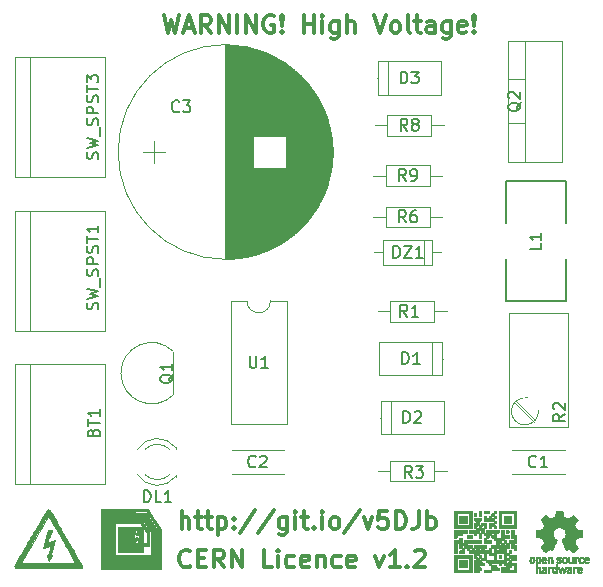
<source format=gbr>
%TF.GenerationSoftware,KiCad,Pcbnew,no-vcs-found-e2505cb~60~ubuntu14.04.1*%
%TF.CreationDate,2017-09-17T03:40:50-03:00*%
%TF.ProjectId,RFIDZapper,524649445A61707065722E6B69636164,rev?*%
%TF.SameCoordinates,Original*%
%TF.FileFunction,Legend,Top*%
%TF.FilePolarity,Positive*%
%FSLAX46Y46*%
G04 Gerber Fmt 4.6, Leading zero omitted, Abs format (unit mm)*
G04 Created by KiCad (PCBNEW no-vcs-found-e2505cb~60~ubuntu14.04.1) date Sun Sep 17 03:40:50 2017*
%MOMM*%
%LPD*%
G01*
G04 APERTURE LIST*
%ADD10C,0.300000*%
%ADD11C,0.120000*%
%ADD12C,0.150000*%
%ADD13C,0.010000*%
G04 APERTURE END LIST*
D10*
X124179714Y-81734571D02*
X124536857Y-83234571D01*
X124822571Y-82163142D01*
X125108285Y-83234571D01*
X125465428Y-81734571D01*
X125965428Y-82806000D02*
X126679714Y-82806000D01*
X125822571Y-83234571D02*
X126322571Y-81734571D01*
X126822571Y-83234571D01*
X128179714Y-83234571D02*
X127679714Y-82520285D01*
X127322571Y-83234571D02*
X127322571Y-81734571D01*
X127894000Y-81734571D01*
X128036857Y-81806000D01*
X128108285Y-81877428D01*
X128179714Y-82020285D01*
X128179714Y-82234571D01*
X128108285Y-82377428D01*
X128036857Y-82448857D01*
X127894000Y-82520285D01*
X127322571Y-82520285D01*
X128822571Y-83234571D02*
X128822571Y-81734571D01*
X129679714Y-83234571D01*
X129679714Y-81734571D01*
X130394000Y-83234571D02*
X130394000Y-81734571D01*
X131108285Y-83234571D02*
X131108285Y-81734571D01*
X131965428Y-83234571D01*
X131965428Y-81734571D01*
X133465428Y-81806000D02*
X133322571Y-81734571D01*
X133108285Y-81734571D01*
X132894000Y-81806000D01*
X132751142Y-81948857D01*
X132679714Y-82091714D01*
X132608285Y-82377428D01*
X132608285Y-82591714D01*
X132679714Y-82877428D01*
X132751142Y-83020285D01*
X132894000Y-83163142D01*
X133108285Y-83234571D01*
X133251142Y-83234571D01*
X133465428Y-83163142D01*
X133536857Y-83091714D01*
X133536857Y-82591714D01*
X133251142Y-82591714D01*
X134179714Y-83091714D02*
X134251142Y-83163142D01*
X134179714Y-83234571D01*
X134108285Y-83163142D01*
X134179714Y-83091714D01*
X134179714Y-83234571D01*
X134179714Y-82663142D02*
X134108285Y-81806000D01*
X134179714Y-81734571D01*
X134251142Y-81806000D01*
X134179714Y-82663142D01*
X134179714Y-81734571D01*
X136036857Y-83234571D02*
X136036857Y-81734571D01*
X136036857Y-82448857D02*
X136894000Y-82448857D01*
X136894000Y-83234571D02*
X136894000Y-81734571D01*
X137608285Y-83234571D02*
X137608285Y-82234571D01*
X137608285Y-81734571D02*
X137536857Y-81806000D01*
X137608285Y-81877428D01*
X137679714Y-81806000D01*
X137608285Y-81734571D01*
X137608285Y-81877428D01*
X138965428Y-82234571D02*
X138965428Y-83448857D01*
X138894000Y-83591714D01*
X138822571Y-83663142D01*
X138679714Y-83734571D01*
X138465428Y-83734571D01*
X138322571Y-83663142D01*
X138965428Y-83163142D02*
X138822571Y-83234571D01*
X138536857Y-83234571D01*
X138394000Y-83163142D01*
X138322571Y-83091714D01*
X138251142Y-82948857D01*
X138251142Y-82520285D01*
X138322571Y-82377428D01*
X138394000Y-82306000D01*
X138536857Y-82234571D01*
X138822571Y-82234571D01*
X138965428Y-82306000D01*
X139679714Y-83234571D02*
X139679714Y-81734571D01*
X140322571Y-83234571D02*
X140322571Y-82448857D01*
X140251142Y-82306000D01*
X140108285Y-82234571D01*
X139894000Y-82234571D01*
X139751142Y-82306000D01*
X139679714Y-82377428D01*
X141965428Y-81734571D02*
X142465428Y-83234571D01*
X142965428Y-81734571D01*
X143679714Y-83234571D02*
X143536857Y-83163142D01*
X143465428Y-83091714D01*
X143394000Y-82948857D01*
X143394000Y-82520285D01*
X143465428Y-82377428D01*
X143536857Y-82306000D01*
X143679714Y-82234571D01*
X143894000Y-82234571D01*
X144036857Y-82306000D01*
X144108285Y-82377428D01*
X144179714Y-82520285D01*
X144179714Y-82948857D01*
X144108285Y-83091714D01*
X144036857Y-83163142D01*
X143894000Y-83234571D01*
X143679714Y-83234571D01*
X145036857Y-83234571D02*
X144894000Y-83163142D01*
X144822571Y-83020285D01*
X144822571Y-81734571D01*
X145394000Y-82234571D02*
X145965428Y-82234571D01*
X145608285Y-81734571D02*
X145608285Y-83020285D01*
X145679714Y-83163142D01*
X145822571Y-83234571D01*
X145965428Y-83234571D01*
X147108285Y-83234571D02*
X147108285Y-82448857D01*
X147036857Y-82306000D01*
X146894000Y-82234571D01*
X146608285Y-82234571D01*
X146465428Y-82306000D01*
X147108285Y-83163142D02*
X146965428Y-83234571D01*
X146608285Y-83234571D01*
X146465428Y-83163142D01*
X146394000Y-83020285D01*
X146394000Y-82877428D01*
X146465428Y-82734571D01*
X146608285Y-82663142D01*
X146965428Y-82663142D01*
X147108285Y-82591714D01*
X148465428Y-82234571D02*
X148465428Y-83448857D01*
X148394000Y-83591714D01*
X148322571Y-83663142D01*
X148179714Y-83734571D01*
X147965428Y-83734571D01*
X147822571Y-83663142D01*
X148465428Y-83163142D02*
X148322571Y-83234571D01*
X148036857Y-83234571D01*
X147894000Y-83163142D01*
X147822571Y-83091714D01*
X147751142Y-82948857D01*
X147751142Y-82520285D01*
X147822571Y-82377428D01*
X147894000Y-82306000D01*
X148036857Y-82234571D01*
X148322571Y-82234571D01*
X148465428Y-82306000D01*
X149751142Y-83163142D02*
X149608285Y-83234571D01*
X149322571Y-83234571D01*
X149179714Y-83163142D01*
X149108285Y-83020285D01*
X149108285Y-82448857D01*
X149179714Y-82306000D01*
X149322571Y-82234571D01*
X149608285Y-82234571D01*
X149751142Y-82306000D01*
X149822571Y-82448857D01*
X149822571Y-82591714D01*
X149108285Y-82734571D01*
X150465428Y-83091714D02*
X150536857Y-83163142D01*
X150465428Y-83234571D01*
X150394000Y-83163142D01*
X150465428Y-83091714D01*
X150465428Y-83234571D01*
X150465428Y-82663142D02*
X150394000Y-81806000D01*
X150465428Y-81734571D01*
X150536857Y-81806000D01*
X150465428Y-82663142D01*
X150465428Y-81734571D01*
X126429714Y-128341714D02*
X126358285Y-128413142D01*
X126144000Y-128484571D01*
X126001142Y-128484571D01*
X125786857Y-128413142D01*
X125644000Y-128270285D01*
X125572571Y-128127428D01*
X125501142Y-127841714D01*
X125501142Y-127627428D01*
X125572571Y-127341714D01*
X125644000Y-127198857D01*
X125786857Y-127056000D01*
X126001142Y-126984571D01*
X126144000Y-126984571D01*
X126358285Y-127056000D01*
X126429714Y-127127428D01*
X127072571Y-127698857D02*
X127572571Y-127698857D01*
X127786857Y-128484571D02*
X127072571Y-128484571D01*
X127072571Y-126984571D01*
X127786857Y-126984571D01*
X129286857Y-128484571D02*
X128786857Y-127770285D01*
X128429714Y-128484571D02*
X128429714Y-126984571D01*
X129001142Y-126984571D01*
X129144000Y-127056000D01*
X129215428Y-127127428D01*
X129286857Y-127270285D01*
X129286857Y-127484571D01*
X129215428Y-127627428D01*
X129144000Y-127698857D01*
X129001142Y-127770285D01*
X128429714Y-127770285D01*
X129929714Y-128484571D02*
X129929714Y-126984571D01*
X130786857Y-128484571D01*
X130786857Y-126984571D01*
X133358285Y-128484571D02*
X132644000Y-128484571D01*
X132644000Y-126984571D01*
X133858285Y-128484571D02*
X133858285Y-127484571D01*
X133858285Y-126984571D02*
X133786857Y-127056000D01*
X133858285Y-127127428D01*
X133929714Y-127056000D01*
X133858285Y-126984571D01*
X133858285Y-127127428D01*
X135215428Y-128413142D02*
X135072571Y-128484571D01*
X134786857Y-128484571D01*
X134644000Y-128413142D01*
X134572571Y-128341714D01*
X134501142Y-128198857D01*
X134501142Y-127770285D01*
X134572571Y-127627428D01*
X134644000Y-127556000D01*
X134786857Y-127484571D01*
X135072571Y-127484571D01*
X135215428Y-127556000D01*
X136429714Y-128413142D02*
X136286857Y-128484571D01*
X136001142Y-128484571D01*
X135858285Y-128413142D01*
X135786857Y-128270285D01*
X135786857Y-127698857D01*
X135858285Y-127556000D01*
X136001142Y-127484571D01*
X136286857Y-127484571D01*
X136429714Y-127556000D01*
X136501142Y-127698857D01*
X136501142Y-127841714D01*
X135786857Y-127984571D01*
X137144000Y-127484571D02*
X137144000Y-128484571D01*
X137144000Y-127627428D02*
X137215428Y-127556000D01*
X137358285Y-127484571D01*
X137572571Y-127484571D01*
X137715428Y-127556000D01*
X137786857Y-127698857D01*
X137786857Y-128484571D01*
X139144000Y-128413142D02*
X139001142Y-128484571D01*
X138715428Y-128484571D01*
X138572571Y-128413142D01*
X138501142Y-128341714D01*
X138429714Y-128198857D01*
X138429714Y-127770285D01*
X138501142Y-127627428D01*
X138572571Y-127556000D01*
X138715428Y-127484571D01*
X139001142Y-127484571D01*
X139144000Y-127556000D01*
X140358285Y-128413142D02*
X140215428Y-128484571D01*
X139929714Y-128484571D01*
X139786857Y-128413142D01*
X139715428Y-128270285D01*
X139715428Y-127698857D01*
X139786857Y-127556000D01*
X139929714Y-127484571D01*
X140215428Y-127484571D01*
X140358285Y-127556000D01*
X140429714Y-127698857D01*
X140429714Y-127841714D01*
X139715428Y-127984571D01*
X142072571Y-127484571D02*
X142429714Y-128484571D01*
X142786857Y-127484571D01*
X144144000Y-128484571D02*
X143286857Y-128484571D01*
X143715428Y-128484571D02*
X143715428Y-126984571D01*
X143572571Y-127198857D01*
X143429714Y-127341714D01*
X143286857Y-127413142D01*
X144786857Y-128341714D02*
X144858285Y-128413142D01*
X144786857Y-128484571D01*
X144715428Y-128413142D01*
X144786857Y-128341714D01*
X144786857Y-128484571D01*
X145429714Y-127127428D02*
X145501142Y-127056000D01*
X145644000Y-126984571D01*
X146001142Y-126984571D01*
X146144000Y-127056000D01*
X146215428Y-127127428D01*
X146286857Y-127270285D01*
X146286857Y-127413142D01*
X146215428Y-127627428D01*
X145358285Y-128484571D01*
X146286857Y-128484571D01*
X125679714Y-125234571D02*
X125679714Y-123734571D01*
X126322571Y-125234571D02*
X126322571Y-124448857D01*
X126251142Y-124306000D01*
X126108285Y-124234571D01*
X125894000Y-124234571D01*
X125751142Y-124306000D01*
X125679714Y-124377428D01*
X126822571Y-124234571D02*
X127394000Y-124234571D01*
X127036857Y-123734571D02*
X127036857Y-125020285D01*
X127108285Y-125163142D01*
X127251142Y-125234571D01*
X127394000Y-125234571D01*
X127679714Y-124234571D02*
X128251142Y-124234571D01*
X127894000Y-123734571D02*
X127894000Y-125020285D01*
X127965428Y-125163142D01*
X128108285Y-125234571D01*
X128251142Y-125234571D01*
X128751142Y-124234571D02*
X128751142Y-125734571D01*
X128751142Y-124306000D02*
X128894000Y-124234571D01*
X129179714Y-124234571D01*
X129322571Y-124306000D01*
X129394000Y-124377428D01*
X129465428Y-124520285D01*
X129465428Y-124948857D01*
X129394000Y-125091714D01*
X129322571Y-125163142D01*
X129179714Y-125234571D01*
X128894000Y-125234571D01*
X128751142Y-125163142D01*
X130108285Y-125091714D02*
X130179714Y-125163142D01*
X130108285Y-125234571D01*
X130036857Y-125163142D01*
X130108285Y-125091714D01*
X130108285Y-125234571D01*
X130108285Y-124306000D02*
X130179714Y-124377428D01*
X130108285Y-124448857D01*
X130036857Y-124377428D01*
X130108285Y-124306000D01*
X130108285Y-124448857D01*
X131894000Y-123663142D02*
X130608285Y-125591714D01*
X133465428Y-123663142D02*
X132179714Y-125591714D01*
X134608285Y-124234571D02*
X134608285Y-125448857D01*
X134536857Y-125591714D01*
X134465428Y-125663142D01*
X134322571Y-125734571D01*
X134108285Y-125734571D01*
X133965428Y-125663142D01*
X134608285Y-125163142D02*
X134465428Y-125234571D01*
X134179714Y-125234571D01*
X134036857Y-125163142D01*
X133965428Y-125091714D01*
X133894000Y-124948857D01*
X133894000Y-124520285D01*
X133965428Y-124377428D01*
X134036857Y-124306000D01*
X134179714Y-124234571D01*
X134465428Y-124234571D01*
X134608285Y-124306000D01*
X135322571Y-125234571D02*
X135322571Y-124234571D01*
X135322571Y-123734571D02*
X135251142Y-123806000D01*
X135322571Y-123877428D01*
X135394000Y-123806000D01*
X135322571Y-123734571D01*
X135322571Y-123877428D01*
X135822571Y-124234571D02*
X136394000Y-124234571D01*
X136036857Y-123734571D02*
X136036857Y-125020285D01*
X136108285Y-125163142D01*
X136251142Y-125234571D01*
X136394000Y-125234571D01*
X136894000Y-125091714D02*
X136965428Y-125163142D01*
X136894000Y-125234571D01*
X136822571Y-125163142D01*
X136894000Y-125091714D01*
X136894000Y-125234571D01*
X137608285Y-125234571D02*
X137608285Y-124234571D01*
X137608285Y-123734571D02*
X137536857Y-123806000D01*
X137608285Y-123877428D01*
X137679714Y-123806000D01*
X137608285Y-123734571D01*
X137608285Y-123877428D01*
X138536857Y-125234571D02*
X138394000Y-125163142D01*
X138322571Y-125091714D01*
X138251142Y-124948857D01*
X138251142Y-124520285D01*
X138322571Y-124377428D01*
X138394000Y-124306000D01*
X138536857Y-124234571D01*
X138751142Y-124234571D01*
X138894000Y-124306000D01*
X138965428Y-124377428D01*
X139036857Y-124520285D01*
X139036857Y-124948857D01*
X138965428Y-125091714D01*
X138894000Y-125163142D01*
X138751142Y-125234571D01*
X138536857Y-125234571D01*
X140751142Y-123663142D02*
X139465428Y-125591714D01*
X141108285Y-124234571D02*
X141465428Y-125234571D01*
X141822571Y-124234571D01*
X143108285Y-123734571D02*
X142394000Y-123734571D01*
X142322571Y-124448857D01*
X142394000Y-124377428D01*
X142536857Y-124306000D01*
X142894000Y-124306000D01*
X143036857Y-124377428D01*
X143108285Y-124448857D01*
X143179714Y-124591714D01*
X143179714Y-124948857D01*
X143108285Y-125091714D01*
X143036857Y-125163142D01*
X142894000Y-125234571D01*
X142536857Y-125234571D01*
X142394000Y-125163142D01*
X142322571Y-125091714D01*
X143822571Y-125234571D02*
X143822571Y-123734571D01*
X144179714Y-123734571D01*
X144394000Y-123806000D01*
X144536857Y-123948857D01*
X144608285Y-124091714D01*
X144679714Y-124377428D01*
X144679714Y-124591714D01*
X144608285Y-124877428D01*
X144536857Y-125020285D01*
X144394000Y-125163142D01*
X144179714Y-125234571D01*
X143822571Y-125234571D01*
X145751142Y-123734571D02*
X145751142Y-124806000D01*
X145679714Y-125020285D01*
X145536857Y-125163142D01*
X145322571Y-125234571D01*
X145179714Y-125234571D01*
X146465428Y-125234571D02*
X146465428Y-123734571D01*
X146465428Y-124306000D02*
X146608285Y-124234571D01*
X146894000Y-124234571D01*
X147036857Y-124306000D01*
X147108285Y-124377428D01*
X147179714Y-124520285D01*
X147179714Y-124948857D01*
X147108285Y-125091714D01*
X147036857Y-125163142D01*
X146894000Y-125234571D01*
X146608285Y-125234571D01*
X146465428Y-125163142D01*
D11*
%TO.C,R8*%
X147884000Y-91056000D02*
X146814000Y-91056000D01*
X142024000Y-91056000D02*
X143094000Y-91056000D01*
X146814000Y-90196000D02*
X143094000Y-90196000D01*
X146814000Y-91916000D02*
X146814000Y-90196000D01*
X143094000Y-91916000D02*
X146814000Y-91916000D01*
X143094000Y-90196000D02*
X143094000Y-91916000D01*
%TO.C,R3*%
X148134000Y-120306000D02*
X147064000Y-120306000D01*
X142274000Y-120306000D02*
X143344000Y-120306000D01*
X147064000Y-119446000D02*
X143344000Y-119446000D01*
X147064000Y-121166000D02*
X147064000Y-119446000D01*
X143344000Y-121166000D02*
X147064000Y-121166000D01*
X143344000Y-119446000D02*
X143344000Y-121166000D01*
%TO.C,Q2*%
X153274000Y-87165000D02*
X154784000Y-87165000D01*
X153274000Y-90866000D02*
X154784000Y-90866000D01*
X154784000Y-94136000D02*
X154784000Y-83896000D01*
X153274000Y-83896000D02*
X157915000Y-83896000D01*
X153274000Y-94136000D02*
X157915000Y-94136000D01*
X157915000Y-94136000D02*
X157915000Y-83896000D01*
X153274000Y-94136000D02*
X153274000Y-83896000D01*
%TO.C,BT1*%
X111584000Y-111266000D02*
X111584000Y-121426000D01*
X119204000Y-111266000D02*
X111584000Y-111266000D01*
X119204000Y-121426000D02*
X119204000Y-111266000D01*
X111584000Y-121426000D02*
X119204000Y-121426000D01*
X112854000Y-121426000D02*
X112854000Y-111266000D01*
%TO.C,C1*%
X153684000Y-118560000D02*
X153684000Y-118546000D01*
X153684000Y-120566000D02*
X153684000Y-120552000D01*
X158104000Y-118560000D02*
X158104000Y-118546000D01*
X158104000Y-120566000D02*
X158104000Y-120552000D01*
X158104000Y-118546000D02*
X153684000Y-118546000D01*
X158104000Y-120566000D02*
X153684000Y-120566000D01*
%TO.C,C2*%
X134354000Y-120566000D02*
X129934000Y-120566000D01*
X134354000Y-118546000D02*
X129934000Y-118546000D01*
X134354000Y-120566000D02*
X134354000Y-120552000D01*
X134354000Y-118560000D02*
X134354000Y-118546000D01*
X129934000Y-120566000D02*
X129934000Y-120552000D01*
X129934000Y-118560000D02*
X129934000Y-118546000D01*
%TO.C,C3*%
X123344000Y-92406000D02*
X123344000Y-94206000D01*
X122444000Y-93306000D02*
X124244000Y-93306000D01*
X138474000Y-92919000D02*
X138474000Y-93693000D01*
X138434000Y-92393000D02*
X138434000Y-94219000D01*
X138394000Y-92070000D02*
X138394000Y-94542000D01*
X138354000Y-91814000D02*
X138354000Y-94798000D01*
X138314000Y-91596000D02*
X138314000Y-95016000D01*
X138274000Y-91403000D02*
X138274000Y-95209000D01*
X138234000Y-91228000D02*
X138234000Y-95384000D01*
X138194000Y-91068000D02*
X138194000Y-95544000D01*
X138154000Y-90918000D02*
X138154000Y-95694000D01*
X138114000Y-90778000D02*
X138114000Y-95834000D01*
X138074000Y-90646000D02*
X138074000Y-95966000D01*
X138034000Y-90521000D02*
X138034000Y-96091000D01*
X137994000Y-90401000D02*
X137994000Y-96211000D01*
X137954000Y-90287000D02*
X137954000Y-96325000D01*
X137914000Y-90177000D02*
X137914000Y-96435000D01*
X137874000Y-90072000D02*
X137874000Y-96540000D01*
X137834000Y-89970000D02*
X137834000Y-96642000D01*
X137794000Y-89872000D02*
X137794000Y-96740000D01*
X137754000Y-89776000D02*
X137754000Y-96836000D01*
X137714000Y-89684000D02*
X137714000Y-96928000D01*
X137674000Y-89595000D02*
X137674000Y-97017000D01*
X137634000Y-89507000D02*
X137634000Y-97105000D01*
X137594000Y-89423000D02*
X137594000Y-97189000D01*
X137555000Y-89340000D02*
X137555000Y-97272000D01*
X137515000Y-89260000D02*
X137515000Y-97352000D01*
X137475000Y-89181000D02*
X137475000Y-97431000D01*
X137435000Y-89104000D02*
X137435000Y-97508000D01*
X137395000Y-89029000D02*
X137395000Y-97583000D01*
X137355000Y-88956000D02*
X137355000Y-97656000D01*
X137315000Y-88884000D02*
X137315000Y-97728000D01*
X137275000Y-88814000D02*
X137275000Y-97798000D01*
X137235000Y-88745000D02*
X137235000Y-97867000D01*
X137195000Y-88678000D02*
X137195000Y-97934000D01*
X137155000Y-88612000D02*
X137155000Y-98000000D01*
X137115000Y-88547000D02*
X137115000Y-98065000D01*
X137075000Y-88483000D02*
X137075000Y-98129000D01*
X137035000Y-88420000D02*
X137035000Y-98192000D01*
X136995000Y-88359000D02*
X136995000Y-98253000D01*
X136955000Y-88298000D02*
X136955000Y-98314000D01*
X136915000Y-88239000D02*
X136915000Y-98373000D01*
X136875000Y-88180000D02*
X136875000Y-98432000D01*
X136835000Y-88123000D02*
X136835000Y-98489000D01*
X136795000Y-88066000D02*
X136795000Y-98546000D01*
X136755000Y-88011000D02*
X136755000Y-98601000D01*
X136715000Y-87956000D02*
X136715000Y-98656000D01*
X136675000Y-87902000D02*
X136675000Y-98710000D01*
X136635000Y-87849000D02*
X136635000Y-98763000D01*
X136595000Y-87797000D02*
X136595000Y-98815000D01*
X136555000Y-87745000D02*
X136555000Y-98867000D01*
X136515000Y-87695000D02*
X136515000Y-98917000D01*
X136475000Y-87644000D02*
X136475000Y-98968000D01*
X136435000Y-87595000D02*
X136435000Y-99017000D01*
X136395000Y-87547000D02*
X136395000Y-99065000D01*
X136355000Y-87499000D02*
X136355000Y-99113000D01*
X136315000Y-87451000D02*
X136315000Y-99161000D01*
X136275000Y-87405000D02*
X136275000Y-99207000D01*
X136235000Y-87359000D02*
X136235000Y-99253000D01*
X136195000Y-87313000D02*
X136195000Y-99299000D01*
X136155000Y-87268000D02*
X136155000Y-99344000D01*
X136115000Y-87224000D02*
X136115000Y-99388000D01*
X136075000Y-87181000D02*
X136075000Y-99431000D01*
X136035000Y-87138000D02*
X136035000Y-99474000D01*
X135995000Y-87095000D02*
X135995000Y-99517000D01*
X135955000Y-87053000D02*
X135955000Y-99559000D01*
X135915000Y-87012000D02*
X135915000Y-99600000D01*
X135875000Y-86971000D02*
X135875000Y-99641000D01*
X135835000Y-86930000D02*
X135835000Y-99682000D01*
X135795000Y-86890000D02*
X135795000Y-99722000D01*
X135755000Y-86851000D02*
X135755000Y-99761000D01*
X135715000Y-86812000D02*
X135715000Y-99800000D01*
X135675000Y-86774000D02*
X135675000Y-99838000D01*
X135635000Y-86736000D02*
X135635000Y-99876000D01*
X135595000Y-86698000D02*
X135595000Y-99914000D01*
X135555000Y-86661000D02*
X135555000Y-99951000D01*
X135515000Y-86624000D02*
X135515000Y-99988000D01*
X135475000Y-86588000D02*
X135475000Y-100024000D01*
X135435000Y-86552000D02*
X135435000Y-100060000D01*
X135395000Y-86517000D02*
X135395000Y-100095000D01*
X135355000Y-86482000D02*
X135355000Y-100130000D01*
X135315000Y-86448000D02*
X135315000Y-100164000D01*
X135275000Y-86413000D02*
X135275000Y-100199000D01*
X135235000Y-86380000D02*
X135235000Y-100232000D01*
X135195000Y-86346000D02*
X135195000Y-100266000D01*
X135155000Y-86313000D02*
X135155000Y-100299000D01*
X135115000Y-86281000D02*
X135115000Y-100331000D01*
X135075000Y-86249000D02*
X135075000Y-100363000D01*
X135035000Y-86217000D02*
X135035000Y-100395000D01*
X134995000Y-86185000D02*
X134995000Y-100427000D01*
X134955000Y-86154000D02*
X134955000Y-100458000D01*
X134915000Y-86123000D02*
X134915000Y-100489000D01*
X134875000Y-86093000D02*
X134875000Y-100519000D01*
X134835000Y-86063000D02*
X134835000Y-100549000D01*
X134795000Y-86033000D02*
X134795000Y-100579000D01*
X134755000Y-86004000D02*
X134755000Y-100608000D01*
X134715000Y-85975000D02*
X134715000Y-100637000D01*
X134675000Y-85946000D02*
X134675000Y-100666000D01*
X134635000Y-85918000D02*
X134635000Y-100694000D01*
X134595000Y-85890000D02*
X134595000Y-100722000D01*
X134555000Y-85862000D02*
X134555000Y-100750000D01*
X134515000Y-94686000D02*
X134515000Y-100777000D01*
X134515000Y-85835000D02*
X134515000Y-91926000D01*
X134475000Y-94686000D02*
X134475000Y-100805000D01*
X134475000Y-85807000D02*
X134475000Y-91926000D01*
X134435000Y-94686000D02*
X134435000Y-100831000D01*
X134435000Y-85781000D02*
X134435000Y-91926000D01*
X134395000Y-94686000D02*
X134395000Y-100858000D01*
X134395000Y-85754000D02*
X134395000Y-91926000D01*
X134355000Y-94686000D02*
X134355000Y-100884000D01*
X134355000Y-85728000D02*
X134355000Y-91926000D01*
X134315000Y-94686000D02*
X134315000Y-100910000D01*
X134315000Y-85702000D02*
X134315000Y-91926000D01*
X134275000Y-94686000D02*
X134275000Y-100936000D01*
X134275000Y-85676000D02*
X134275000Y-91926000D01*
X134235000Y-94686000D02*
X134235000Y-100961000D01*
X134235000Y-85651000D02*
X134235000Y-91926000D01*
X134195000Y-94686000D02*
X134195000Y-100986000D01*
X134195000Y-85626000D02*
X134195000Y-91926000D01*
X134155000Y-94686000D02*
X134155000Y-101011000D01*
X134155000Y-85601000D02*
X134155000Y-91926000D01*
X134115000Y-94686000D02*
X134115000Y-101035000D01*
X134115000Y-85577000D02*
X134115000Y-91926000D01*
X134075000Y-94686000D02*
X134075000Y-101059000D01*
X134075000Y-85553000D02*
X134075000Y-91926000D01*
X134035000Y-94686000D02*
X134035000Y-101083000D01*
X134035000Y-85529000D02*
X134035000Y-91926000D01*
X133995000Y-94686000D02*
X133995000Y-101107000D01*
X133995000Y-85505000D02*
X133995000Y-91926000D01*
X133955000Y-94686000D02*
X133955000Y-101130000D01*
X133955000Y-85482000D02*
X133955000Y-91926000D01*
X133915000Y-94686000D02*
X133915000Y-101153000D01*
X133915000Y-85459000D02*
X133915000Y-91926000D01*
X133875000Y-94686000D02*
X133875000Y-101176000D01*
X133875000Y-85436000D02*
X133875000Y-91926000D01*
X133835000Y-94686000D02*
X133835000Y-101198000D01*
X133835000Y-85414000D02*
X133835000Y-91926000D01*
X133795000Y-94686000D02*
X133795000Y-101221000D01*
X133795000Y-85391000D02*
X133795000Y-91926000D01*
X133755000Y-94686000D02*
X133755000Y-101243000D01*
X133755000Y-85369000D02*
X133755000Y-91926000D01*
X133715000Y-94686000D02*
X133715000Y-101264000D01*
X133715000Y-85348000D02*
X133715000Y-91926000D01*
X133675000Y-94686000D02*
X133675000Y-101286000D01*
X133675000Y-85326000D02*
X133675000Y-91926000D01*
X133635000Y-94686000D02*
X133635000Y-101307000D01*
X133635000Y-85305000D02*
X133635000Y-91926000D01*
X133595000Y-94686000D02*
X133595000Y-101328000D01*
X133595000Y-85284000D02*
X133595000Y-91926000D01*
X133555000Y-94686000D02*
X133555000Y-101349000D01*
X133555000Y-85263000D02*
X133555000Y-91926000D01*
X133515000Y-94686000D02*
X133515000Y-101369000D01*
X133515000Y-85243000D02*
X133515000Y-91926000D01*
X133475000Y-94686000D02*
X133475000Y-101389000D01*
X133475000Y-85223000D02*
X133475000Y-91926000D01*
X133435000Y-94686000D02*
X133435000Y-101409000D01*
X133435000Y-85203000D02*
X133435000Y-91926000D01*
X133395000Y-94686000D02*
X133395000Y-101429000D01*
X133395000Y-85183000D02*
X133395000Y-91926000D01*
X133355000Y-94686000D02*
X133355000Y-101449000D01*
X133355000Y-85163000D02*
X133355000Y-91926000D01*
X133315000Y-94686000D02*
X133315000Y-101468000D01*
X133315000Y-85144000D02*
X133315000Y-91926000D01*
X133275000Y-94686000D02*
X133275000Y-101487000D01*
X133275000Y-85125000D02*
X133275000Y-91926000D01*
X133235000Y-94686000D02*
X133235000Y-101506000D01*
X133235000Y-85106000D02*
X133235000Y-91926000D01*
X133195000Y-94686000D02*
X133195000Y-101524000D01*
X133195000Y-85088000D02*
X133195000Y-91926000D01*
X133155000Y-94686000D02*
X133155000Y-101542000D01*
X133155000Y-85070000D02*
X133155000Y-91926000D01*
X133115000Y-94686000D02*
X133115000Y-101560000D01*
X133115000Y-85052000D02*
X133115000Y-91926000D01*
X133075000Y-94686000D02*
X133075000Y-101578000D01*
X133075000Y-85034000D02*
X133075000Y-91926000D01*
X133035000Y-94686000D02*
X133035000Y-101596000D01*
X133035000Y-85016000D02*
X133035000Y-91926000D01*
X132995000Y-94686000D02*
X132995000Y-101613000D01*
X132995000Y-84999000D02*
X132995000Y-91926000D01*
X132955000Y-94686000D02*
X132955000Y-101630000D01*
X132955000Y-84982000D02*
X132955000Y-91926000D01*
X132915000Y-94686000D02*
X132915000Y-101647000D01*
X132915000Y-84965000D02*
X132915000Y-91926000D01*
X132875000Y-94686000D02*
X132875000Y-101664000D01*
X132875000Y-84948000D02*
X132875000Y-91926000D01*
X132835000Y-94686000D02*
X132835000Y-101680000D01*
X132835000Y-84932000D02*
X132835000Y-91926000D01*
X132795000Y-94686000D02*
X132795000Y-101697000D01*
X132795000Y-84915000D02*
X132795000Y-91926000D01*
X132755000Y-94686000D02*
X132755000Y-101713000D01*
X132755000Y-84899000D02*
X132755000Y-91926000D01*
X132715000Y-94686000D02*
X132715000Y-101729000D01*
X132715000Y-84883000D02*
X132715000Y-91926000D01*
X132675000Y-94686000D02*
X132675000Y-101744000D01*
X132675000Y-84868000D02*
X132675000Y-91926000D01*
X132635000Y-94686000D02*
X132635000Y-101759000D01*
X132635000Y-84853000D02*
X132635000Y-91926000D01*
X132595000Y-94686000D02*
X132595000Y-101775000D01*
X132595000Y-84837000D02*
X132595000Y-91926000D01*
X132555000Y-94686000D02*
X132555000Y-101790000D01*
X132555000Y-84822000D02*
X132555000Y-91926000D01*
X132515000Y-94686000D02*
X132515000Y-101804000D01*
X132515000Y-84808000D02*
X132515000Y-91926000D01*
X132475000Y-94686000D02*
X132475000Y-101819000D01*
X132475000Y-84793000D02*
X132475000Y-91926000D01*
X132435000Y-94686000D02*
X132435000Y-101833000D01*
X132435000Y-84779000D02*
X132435000Y-91926000D01*
X132395000Y-94686000D02*
X132395000Y-101847000D01*
X132395000Y-84765000D02*
X132395000Y-91926000D01*
X132355000Y-94686000D02*
X132355000Y-101861000D01*
X132355000Y-84751000D02*
X132355000Y-91926000D01*
X132315000Y-94686000D02*
X132315000Y-101875000D01*
X132315000Y-84737000D02*
X132315000Y-91926000D01*
X132275000Y-94686000D02*
X132275000Y-101888000D01*
X132275000Y-84724000D02*
X132275000Y-91926000D01*
X132235000Y-94686000D02*
X132235000Y-101901000D01*
X132235000Y-84711000D02*
X132235000Y-91926000D01*
X132195000Y-94686000D02*
X132195000Y-101915000D01*
X132195000Y-84697000D02*
X132195000Y-91926000D01*
X132155000Y-94686000D02*
X132155000Y-101927000D01*
X132155000Y-84685000D02*
X132155000Y-91926000D01*
X132115000Y-94686000D02*
X132115000Y-101940000D01*
X132115000Y-84672000D02*
X132115000Y-91926000D01*
X132075000Y-94686000D02*
X132075000Y-101952000D01*
X132075000Y-84660000D02*
X132075000Y-91926000D01*
X132035000Y-94686000D02*
X132035000Y-101965000D01*
X132035000Y-84647000D02*
X132035000Y-91926000D01*
X131995000Y-94686000D02*
X131995000Y-101977000D01*
X131995000Y-84635000D02*
X131995000Y-91926000D01*
X131955000Y-94686000D02*
X131955000Y-101989000D01*
X131955000Y-84623000D02*
X131955000Y-91926000D01*
X131915000Y-94686000D02*
X131915000Y-102000000D01*
X131915000Y-84612000D02*
X131915000Y-91926000D01*
X131875000Y-94686000D02*
X131875000Y-102012000D01*
X131875000Y-84600000D02*
X131875000Y-91926000D01*
X131835000Y-94686000D02*
X131835000Y-102023000D01*
X131835000Y-84589000D02*
X131835000Y-91926000D01*
X131795000Y-94686000D02*
X131795000Y-102034000D01*
X131795000Y-84578000D02*
X131795000Y-91926000D01*
X131755000Y-84567000D02*
X131755000Y-102045000D01*
X131715000Y-84557000D02*
X131715000Y-102055000D01*
X131675000Y-84546000D02*
X131675000Y-102066000D01*
X131635000Y-84536000D02*
X131635000Y-102076000D01*
X131595000Y-84526000D02*
X131595000Y-102086000D01*
X131555000Y-84516000D02*
X131555000Y-102096000D01*
X131515000Y-84506000D02*
X131515000Y-102106000D01*
X131475000Y-84497000D02*
X131475000Y-102115000D01*
X131435000Y-84487000D02*
X131435000Y-102125000D01*
X131395000Y-84478000D02*
X131395000Y-102134000D01*
X131355000Y-84469000D02*
X131355000Y-102143000D01*
X131315000Y-84461000D02*
X131315000Y-102151000D01*
X131275000Y-84452000D02*
X131275000Y-102160000D01*
X131235000Y-84444000D02*
X131235000Y-102168000D01*
X131195000Y-84436000D02*
X131195000Y-102176000D01*
X131155000Y-84428000D02*
X131155000Y-102184000D01*
X131115000Y-84420000D02*
X131115000Y-102192000D01*
X131075000Y-84412000D02*
X131075000Y-102200000D01*
X131035000Y-84405000D02*
X131035000Y-102207000D01*
X130995000Y-84397000D02*
X130995000Y-102215000D01*
X130955000Y-84390000D02*
X130955000Y-102222000D01*
X130915000Y-84383000D02*
X130915000Y-102229000D01*
X130875000Y-84377000D02*
X130875000Y-102235000D01*
X130835000Y-84370000D02*
X130835000Y-102242000D01*
X130795000Y-84364000D02*
X130795000Y-102248000D01*
X130755000Y-84358000D02*
X130755000Y-102254000D01*
X130715000Y-84352000D02*
X130715000Y-102260000D01*
X130675000Y-84346000D02*
X130675000Y-102266000D01*
X130635000Y-84340000D02*
X130635000Y-102272000D01*
X130595000Y-84335000D02*
X130595000Y-102277000D01*
X130555000Y-84330000D02*
X130555000Y-102282000D01*
X130515000Y-84325000D02*
X130515000Y-102287000D01*
X130475000Y-84320000D02*
X130475000Y-102292000D01*
X130435000Y-84315000D02*
X130435000Y-102297000D01*
X130395000Y-84311000D02*
X130395000Y-102301000D01*
X130355000Y-84306000D02*
X130355000Y-102306000D01*
X130315000Y-84302000D02*
X130315000Y-102310000D01*
X130275000Y-84298000D02*
X130275000Y-102314000D01*
X130235000Y-84294000D02*
X130235000Y-102318000D01*
X130195000Y-84291000D02*
X130195000Y-102321000D01*
X130155000Y-84287000D02*
X130155000Y-102325000D01*
X130115000Y-84284000D02*
X130115000Y-102328000D01*
X130074000Y-84281000D02*
X130074000Y-102331000D01*
X130034000Y-84278000D02*
X130034000Y-102334000D01*
X129994000Y-84275000D02*
X129994000Y-102337000D01*
X129954000Y-84273000D02*
X129954000Y-102339000D01*
X129914000Y-84270000D02*
X129914000Y-102342000D01*
X129874000Y-84268000D02*
X129874000Y-102344000D01*
X129834000Y-84266000D02*
X129834000Y-102346000D01*
X129794000Y-84264000D02*
X129794000Y-102348000D01*
X129754000Y-84263000D02*
X129754000Y-102349000D01*
X129714000Y-84261000D02*
X129714000Y-102351000D01*
X129674000Y-84260000D02*
X129674000Y-102352000D01*
X129634000Y-84259000D02*
X129634000Y-102353000D01*
X129594000Y-84258000D02*
X129594000Y-102354000D01*
X129554000Y-84257000D02*
X129554000Y-102355000D01*
X129514000Y-84256000D02*
X129514000Y-102356000D01*
X129474000Y-84256000D02*
X129474000Y-102356000D01*
X129434000Y-84256000D02*
X129434000Y-102356000D01*
X129394000Y-84256000D02*
X129394000Y-102356000D01*
X138484000Y-93306000D02*
G75*
G03X138484000Y-93306000I-9090000J0D01*
G01*
%TO.C,DL1*%
X125184000Y-118476000D02*
X125184000Y-118320000D01*
X125184000Y-120792000D02*
X125184000Y-120636000D01*
X122582870Y-118476163D02*
G75*
G02X124664961Y-118476000I1041130J-1079837D01*
G01*
X122582870Y-120635837D02*
G75*
G03X124664961Y-120636000I1041130J1079837D01*
G01*
X121951665Y-118477392D02*
G75*
G02X125184000Y-118320484I1672335J-1078608D01*
G01*
X121951665Y-120634608D02*
G75*
G03X125184000Y-120791516I1672335J1078608D01*
G01*
D12*
%TO.C,L1*%
X158224000Y-95806000D02*
X153144000Y-95806000D01*
X153144000Y-105966000D02*
X158224000Y-105966000D01*
X158224000Y-105966000D02*
X158224000Y-103426000D01*
X153144000Y-105966000D02*
X153144000Y-103426000D01*
X158224000Y-103426000D02*
X158224000Y-102410000D01*
X153144000Y-103426000D02*
X153144000Y-102410000D01*
X158224000Y-95806000D02*
X158224000Y-99362000D01*
X153144000Y-95806000D02*
X153144000Y-99362000D01*
D11*
%TO.C,Q1*%
X124982478Y-110197522D02*
G75*
G03X120544000Y-112036000I-1838478J-1838478D01*
G01*
X124982478Y-113874478D02*
G75*
G02X120544000Y-112036000I-1838478J1838478D01*
G01*
X124994000Y-113836000D02*
X124994000Y-110236000D01*
%TO.C,R1*%
X148134000Y-106806000D02*
X147064000Y-106806000D01*
X142274000Y-106806000D02*
X143344000Y-106806000D01*
X147064000Y-105946000D02*
X143344000Y-105946000D01*
X147064000Y-107666000D02*
X147064000Y-105946000D01*
X143344000Y-107666000D02*
X147064000Y-107666000D01*
X143344000Y-105946000D02*
X143344000Y-107666000D01*
%TO.C,R2*%
X155619000Y-115997000D02*
X154009000Y-114385000D01*
X155478000Y-116137000D02*
X153868000Y-114526000D01*
X158364000Y-116591000D02*
X153413000Y-116591000D01*
X158364000Y-106941000D02*
X153413000Y-106941000D01*
X153413000Y-106941000D02*
X153413000Y-116591000D01*
X158364000Y-106941000D02*
X158364000Y-116591000D01*
X153589948Y-115281121D02*
G75*
G02X154984000Y-114132000I1154052J20121D01*
G01*
X155898296Y-115220691D02*
G75*
G02X153589000Y-115261000I-1154296J-40309D01*
G01*
%TO.C,R6*%
X146694000Y-99666000D02*
X146694000Y-97946000D01*
X146694000Y-97946000D02*
X142974000Y-97946000D01*
X142974000Y-97946000D02*
X142974000Y-99666000D01*
X142974000Y-99666000D02*
X146694000Y-99666000D01*
X147764000Y-98806000D02*
X146694000Y-98806000D01*
X141904000Y-98806000D02*
X142974000Y-98806000D01*
%TO.C,R9*%
X146694000Y-96166000D02*
X146694000Y-94446000D01*
X146694000Y-94446000D02*
X142974000Y-94446000D01*
X142974000Y-94446000D02*
X142974000Y-96166000D01*
X142974000Y-96166000D02*
X146694000Y-96166000D01*
X147764000Y-95306000D02*
X146694000Y-95306000D01*
X141904000Y-95306000D02*
X142974000Y-95306000D01*
%TO.C,SW_SPST1*%
X112854000Y-108426000D02*
X112854000Y-98266000D01*
X111584000Y-108426000D02*
X119204000Y-108426000D01*
X119204000Y-108426000D02*
X119204000Y-98266000D01*
X119204000Y-98266000D02*
X111584000Y-98266000D01*
X111584000Y-98266000D02*
X111584000Y-108426000D01*
%TO.C,SW_SPST3*%
X111584000Y-85266000D02*
X111584000Y-95426000D01*
X119204000Y-85266000D02*
X111584000Y-85266000D01*
X119204000Y-95426000D02*
X119204000Y-85266000D01*
X111584000Y-95426000D02*
X119204000Y-95426000D01*
X112854000Y-95426000D02*
X112854000Y-85266000D01*
%TO.C,U1*%
X133204000Y-105916000D02*
G75*
G02X131204000Y-105916000I-1000000J0D01*
G01*
X134574000Y-105916000D02*
X133204000Y-105916000D01*
X134574000Y-116316000D02*
X134574000Y-105916000D01*
X129834000Y-116316000D02*
X134574000Y-116316000D01*
X129834000Y-105916000D02*
X129834000Y-116316000D01*
X131204000Y-105916000D02*
X129834000Y-105916000D01*
%TO.C,D1*%
X146904000Y-112216000D02*
X146904000Y-109396000D01*
X142354000Y-110806000D02*
X142424000Y-110806000D01*
X147814000Y-110806000D02*
X147744000Y-110806000D01*
X142424000Y-112216000D02*
X147744000Y-112216000D01*
X142424000Y-109396000D02*
X142424000Y-112216000D01*
X147744000Y-109396000D02*
X142424000Y-109396000D01*
X147744000Y-112216000D02*
X147744000Y-109396000D01*
%TO.C,D2*%
X143384000Y-114396000D02*
X143384000Y-117216000D01*
X147934000Y-115806000D02*
X147864000Y-115806000D01*
X142474000Y-115806000D02*
X142544000Y-115806000D01*
X147864000Y-114396000D02*
X142544000Y-114396000D01*
X147864000Y-117216000D02*
X147864000Y-114396000D01*
X142544000Y-117216000D02*
X147864000Y-117216000D01*
X142544000Y-114396000D02*
X142544000Y-117216000D01*
%TO.C,D3*%
X142294000Y-85646000D02*
X142294000Y-88466000D01*
X142294000Y-88466000D02*
X147614000Y-88466000D01*
X147614000Y-88466000D02*
X147614000Y-85646000D01*
X147614000Y-85646000D02*
X142294000Y-85646000D01*
X142224000Y-87056000D02*
X142294000Y-87056000D01*
X147684000Y-87056000D02*
X147614000Y-87056000D01*
X143134000Y-85646000D02*
X143134000Y-88466000D01*
%TO.C,DZ1*%
X146234000Y-102866000D02*
X146234000Y-100746000D01*
X142004000Y-101806000D02*
X142774000Y-101806000D01*
X147664000Y-101806000D02*
X146894000Y-101806000D01*
X142774000Y-102866000D02*
X146894000Y-102866000D01*
X142774000Y-100746000D02*
X142774000Y-102866000D01*
X146894000Y-100746000D02*
X142774000Y-100746000D01*
X146894000Y-102866000D02*
X146894000Y-100746000D01*
D13*
%TO.C,G\002A\002A\002A*%
G36*
X157724164Y-123670110D02*
X157779012Y-123670768D01*
X157827617Y-123671779D01*
X157867340Y-123673142D01*
X157895541Y-123674858D01*
X157909581Y-123676928D01*
X157910602Y-123677547D01*
X157913386Y-123687856D01*
X157918897Y-123713191D01*
X157926696Y-123751351D01*
X157936342Y-123800134D01*
X157947397Y-123857337D01*
X157959420Y-123920759D01*
X157963349Y-123941736D01*
X157975648Y-124006604D01*
X157987237Y-124065882D01*
X157997661Y-124117381D01*
X158006463Y-124158912D01*
X158013189Y-124188284D01*
X158017381Y-124203307D01*
X158018110Y-124204724D01*
X158028712Y-124210522D01*
X158052702Y-124221439D01*
X158087127Y-124236279D01*
X158129035Y-124253849D01*
X158175474Y-124272951D01*
X158223491Y-124292392D01*
X158270134Y-124310975D01*
X158312451Y-124327505D01*
X158347489Y-124340788D01*
X158372297Y-124349627D01*
X158383912Y-124352828D01*
X158394295Y-124348018D01*
X158417103Y-124334424D01*
X158450404Y-124313297D01*
X158492266Y-124285889D01*
X158540757Y-124253452D01*
X158593944Y-124217239D01*
X158606924Y-124208311D01*
X158661072Y-124171358D01*
X158711125Y-124137895D01*
X158755125Y-124109178D01*
X158791110Y-124086462D01*
X158817122Y-124071002D01*
X158831199Y-124064055D01*
X158832540Y-124063793D01*
X158843036Y-124069848D01*
X158863610Y-124086726D01*
X158892331Y-124112497D01*
X158927268Y-124145232D01*
X158966490Y-124183000D01*
X159008067Y-124223871D01*
X159050067Y-124265917D01*
X159090560Y-124307206D01*
X159127616Y-124345809D01*
X159159302Y-124379797D01*
X159183690Y-124407238D01*
X159198847Y-124426204D01*
X159203034Y-124434115D01*
X159198240Y-124445065D01*
X159184688Y-124468436D01*
X159163628Y-124502272D01*
X159136306Y-124544615D01*
X159103972Y-124593509D01*
X159067872Y-124646997D01*
X159058969Y-124660033D01*
X159010468Y-124731643D01*
X158972439Y-124789467D01*
X158944774Y-124833679D01*
X158927366Y-124864455D01*
X158920106Y-124881969D01*
X158920044Y-124885376D01*
X158929578Y-124910767D01*
X158943924Y-124946243D01*
X158961809Y-124988916D01*
X158981960Y-125035901D01*
X159003106Y-125084310D01*
X159023972Y-125131258D01*
X159043287Y-125173858D01*
X159059777Y-125209223D01*
X159072170Y-125234467D01*
X159079194Y-125246704D01*
X159079526Y-125247076D01*
X159094333Y-125254380D01*
X159125446Y-125263542D01*
X159171784Y-125274292D01*
X159232266Y-125286362D01*
X159251207Y-125289871D01*
X159309261Y-125300475D01*
X159368494Y-125311298D01*
X159423881Y-125321424D01*
X159470393Y-125329931D01*
X159493872Y-125334229D01*
X159531089Y-125341430D01*
X159562049Y-125348133D01*
X159582524Y-125353386D01*
X159588027Y-125355451D01*
X159590469Y-125365386D01*
X159592549Y-125390190D01*
X159594261Y-125427219D01*
X159595599Y-125473831D01*
X159596557Y-125527384D01*
X159597130Y-125585233D01*
X159597311Y-125644738D01*
X159597095Y-125703254D01*
X159596477Y-125758139D01*
X159595449Y-125806751D01*
X159594006Y-125846446D01*
X159592143Y-125874582D01*
X159589854Y-125888516D01*
X159589208Y-125889475D01*
X159578819Y-125892302D01*
X159553483Y-125897815D01*
X159515488Y-125905559D01*
X159467118Y-125915078D01*
X159410660Y-125925916D01*
X159348401Y-125937616D01*
X159341777Y-125938847D01*
X159278882Y-125950812D01*
X159221429Y-125962298D01*
X159171734Y-125972796D01*
X159132116Y-125981799D01*
X159104892Y-125988799D01*
X159092381Y-125993289D01*
X159092045Y-125993562D01*
X159086169Y-126004170D01*
X159075124Y-126028288D01*
X159060057Y-126063085D01*
X159042113Y-126105732D01*
X159022439Y-126153398D01*
X159002180Y-126203253D01*
X158982482Y-126252468D01*
X158964493Y-126298212D01*
X158949356Y-126337655D01*
X158938220Y-126367967D01*
X158932229Y-126386318D01*
X158931517Y-126389976D01*
X158936295Y-126399551D01*
X158949774Y-126421558D01*
X158970672Y-126454035D01*
X158997710Y-126495021D01*
X159029605Y-126542552D01*
X159065075Y-126594667D01*
X159067276Y-126597876D01*
X159102995Y-126650519D01*
X159135196Y-126699045D01*
X159162590Y-126741421D01*
X159183885Y-126775620D01*
X159197793Y-126799608D01*
X159203023Y-126811358D01*
X159203034Y-126811571D01*
X159196983Y-126821984D01*
X159180116Y-126842484D01*
X159154362Y-126871140D01*
X159121650Y-126906023D01*
X159083909Y-126945202D01*
X159043066Y-126986747D01*
X159001052Y-127028728D01*
X158959795Y-127069215D01*
X158921224Y-127106277D01*
X158887267Y-127137986D01*
X158859854Y-127162410D01*
X158840913Y-127177619D01*
X158832991Y-127181862D01*
X158821913Y-127177047D01*
X158798596Y-127163492D01*
X158765132Y-127142531D01*
X158723612Y-127115500D01*
X158676128Y-127083734D01*
X158631621Y-127053305D01*
X158580389Y-127018284D01*
X158533080Y-126986609D01*
X158491841Y-126959663D01*
X158458816Y-126938829D01*
X158436151Y-126925491D01*
X158426610Y-126921077D01*
X158410164Y-126923504D01*
X158381727Y-126933667D01*
X158344375Y-126950374D01*
X158320898Y-126962048D01*
X158284695Y-126980086D01*
X158253434Y-126994631D01*
X158230834Y-127004015D01*
X158221315Y-127006690D01*
X158215799Y-126998869D01*
X158204501Y-126976622D01*
X158188184Y-126941768D01*
X158167613Y-126896129D01*
X158143551Y-126841527D01*
X158116762Y-126779782D01*
X158088010Y-126712716D01*
X158058058Y-126642149D01*
X158027670Y-126569904D01*
X157997611Y-126497800D01*
X157968642Y-126427660D01*
X157941530Y-126361304D01*
X157917036Y-126300553D01*
X157895926Y-126247229D01*
X157878962Y-126203153D01*
X157866909Y-126170146D01*
X157860529Y-126150028D01*
X157859807Y-126144676D01*
X157868517Y-126135630D01*
X157888145Y-126120061D01*
X157914884Y-126100939D01*
X157922464Y-126095797D01*
X158003778Y-126033430D01*
X158069251Y-125965604D01*
X158120107Y-125890816D01*
X158157570Y-125807563D01*
X158157924Y-125806561D01*
X158174637Y-125743259D01*
X158184315Y-125671934D01*
X158186590Y-125599216D01*
X158181097Y-125531734D01*
X158174846Y-125500098D01*
X158145420Y-125415095D01*
X158102039Y-125334782D01*
X158046977Y-125262030D01*
X157982509Y-125199711D01*
X157910909Y-125150697D01*
X157889241Y-125139433D01*
X157795120Y-125102932D01*
X157700177Y-125083896D01*
X157604930Y-125082327D01*
X157509895Y-125098224D01*
X157415588Y-125131586D01*
X157398758Y-125139433D01*
X157337140Y-125176593D01*
X157276634Y-125226382D01*
X157221804Y-125284254D01*
X157177217Y-125345666D01*
X157159543Y-125377593D01*
X157130320Y-125444527D01*
X157112060Y-125506071D01*
X157103310Y-125569195D01*
X157102617Y-125640866D01*
X157102945Y-125648994D01*
X157114454Y-125746074D01*
X157140366Y-125834310D01*
X157181221Y-125914618D01*
X157237556Y-125987915D01*
X157309910Y-126055118D01*
X157365535Y-126095797D01*
X157393491Y-126115354D01*
X157415315Y-126132122D01*
X157427203Y-126143133D01*
X157428193Y-126144676D01*
X157426023Y-126155182D01*
X157417670Y-126179793D01*
X157403897Y-126216688D01*
X157385468Y-126264045D01*
X157363146Y-126320044D01*
X157337696Y-126382863D01*
X157309881Y-126450681D01*
X157280465Y-126521677D01*
X157250211Y-126594030D01*
X157219884Y-126665919D01*
X157190246Y-126735523D01*
X157162063Y-126801019D01*
X157136097Y-126860589D01*
X157113112Y-126912409D01*
X157093873Y-126954659D01*
X157079142Y-126985518D01*
X157069684Y-127003165D01*
X157066684Y-127006690D01*
X157054109Y-127002861D01*
X157029781Y-126992486D01*
X156997422Y-126977233D01*
X156967102Y-126962048D01*
X156926126Y-126942220D01*
X156892355Y-126928273D01*
X156868865Y-126921400D01*
X156861390Y-126921077D01*
X156849278Y-126926912D01*
X156824974Y-126941426D01*
X156790621Y-126963234D01*
X156748366Y-126990954D01*
X156700354Y-127023202D01*
X156656378Y-127053305D01*
X156605399Y-127088104D01*
X156558556Y-127119330D01*
X156517942Y-127145645D01*
X156485650Y-127165714D01*
X156463775Y-127178203D01*
X156454850Y-127181862D01*
X156444919Y-127175869D01*
X156424435Y-127158936D01*
X156395104Y-127132637D01*
X156358634Y-127098544D01*
X156316732Y-127058230D01*
X156271104Y-127013268D01*
X156262247Y-127004422D01*
X156215946Y-126957549D01*
X156174322Y-126914382D01*
X156138899Y-126876585D01*
X156111203Y-126845818D01*
X156092759Y-126823742D01*
X156085092Y-126812021D01*
X156084965Y-126811289D01*
X156089763Y-126800099D01*
X156103282Y-126776621D01*
X156124208Y-126742922D01*
X156151231Y-126701075D01*
X156183037Y-126653148D01*
X156216332Y-126604098D01*
X156251673Y-126552358D01*
X156283818Y-126504871D01*
X156311400Y-126463692D01*
X156333049Y-126430878D01*
X156347398Y-126408484D01*
X156353008Y-126398766D01*
X156351244Y-126387405D01*
X156343797Y-126362672D01*
X156331747Y-126327355D01*
X156316175Y-126284242D01*
X156298160Y-126236119D01*
X156278783Y-126185775D01*
X156259125Y-126135997D01*
X156240265Y-126089571D01*
X156223284Y-126049287D01*
X156209262Y-126017930D01*
X156199279Y-125998290D01*
X156195974Y-125993562D01*
X156184952Y-125989334D01*
X156159001Y-125982547D01*
X156120440Y-125973710D01*
X156071586Y-125963329D01*
X156014758Y-125951914D01*
X155952273Y-125939972D01*
X155946223Y-125938847D01*
X155883498Y-125927084D01*
X155826340Y-125916137D01*
X155777035Y-125906462D01*
X155737870Y-125898515D01*
X155711130Y-125892751D01*
X155699103Y-125889628D01*
X155698792Y-125889475D01*
X155696394Y-125879544D01*
X155694423Y-125854744D01*
X155692875Y-125817717D01*
X155691743Y-125771107D01*
X155691022Y-125717557D01*
X155690705Y-125659708D01*
X155690786Y-125600203D01*
X155691261Y-125541687D01*
X155692122Y-125486800D01*
X155693365Y-125438186D01*
X155694983Y-125398489D01*
X155696971Y-125370349D01*
X155699322Y-125356411D01*
X155699972Y-125355451D01*
X155712087Y-125351533D01*
X155737235Y-125345589D01*
X155771188Y-125338575D01*
X155794127Y-125334229D01*
X155831988Y-125327300D01*
X155882054Y-125318144D01*
X155939300Y-125307681D01*
X155998697Y-125296829D01*
X156036793Y-125289871D01*
X156100970Y-125277487D01*
X156151299Y-125266347D01*
X156186701Y-125256722D01*
X156206093Y-125248881D01*
X156208473Y-125247076D01*
X156216625Y-125234262D01*
X156229839Y-125208207D01*
X156246831Y-125171933D01*
X156266318Y-125128462D01*
X156287017Y-125080816D01*
X156307644Y-125032017D01*
X156326915Y-124985087D01*
X156343547Y-124943047D01*
X156356258Y-124908920D01*
X156363762Y-124885727D01*
X156365241Y-124877960D01*
X156360429Y-124865925D01*
X156346844Y-124841574D01*
X156325757Y-124806941D01*
X156298443Y-124764058D01*
X156266176Y-124714961D01*
X156230228Y-124661682D01*
X156225103Y-124654193D01*
X156188799Y-124600695D01*
X156155989Y-124551315D01*
X156127943Y-124508046D01*
X156105929Y-124472879D01*
X156091215Y-124447807D01*
X156085070Y-124434821D01*
X156084965Y-124434061D01*
X156091027Y-124423534D01*
X156107924Y-124402943D01*
X156133725Y-124374217D01*
X156166498Y-124339286D01*
X156204311Y-124300078D01*
X156245231Y-124258524D01*
X156287327Y-124216551D01*
X156328667Y-124176091D01*
X156367319Y-124139072D01*
X156401351Y-124107423D01*
X156428831Y-124083073D01*
X156447826Y-124067953D01*
X156455742Y-124063793D01*
X156467547Y-124068762D01*
X156492366Y-124083130D01*
X156528975Y-124106089D01*
X156576153Y-124136832D01*
X156632677Y-124174552D01*
X156697323Y-124218440D01*
X156768869Y-124267689D01*
X156846093Y-124321491D01*
X156849175Y-124323652D01*
X156874101Y-124339597D01*
X156894841Y-124350195D01*
X156904107Y-124352828D01*
X156915765Y-124349612D01*
X156940598Y-124340760D01*
X156975655Y-124327468D01*
X157017983Y-124310930D01*
X157064630Y-124292344D01*
X157112645Y-124272902D01*
X157159074Y-124253802D01*
X157200966Y-124236238D01*
X157235368Y-124221406D01*
X157259329Y-124210501D01*
X157269890Y-124204724D01*
X157273180Y-124194724D01*
X157279149Y-124169680D01*
X157287340Y-124131781D01*
X157297298Y-124083216D01*
X157308566Y-124026175D01*
X157320688Y-123962848D01*
X157324650Y-123941736D01*
X157336888Y-123876807D01*
X157348296Y-123817401D01*
X157358435Y-123765720D01*
X157366865Y-123723966D01*
X157373146Y-123694341D01*
X157376839Y-123679046D01*
X157377398Y-123677547D01*
X157387161Y-123675382D01*
X157411799Y-123673571D01*
X157448671Y-123672112D01*
X157495138Y-123671006D01*
X157548561Y-123670253D01*
X157606299Y-123669852D01*
X157665713Y-123669805D01*
X157724164Y-123670110D01*
X157724164Y-123670110D01*
G37*
X157724164Y-123670110D02*
X157779012Y-123670768D01*
X157827617Y-123671779D01*
X157867340Y-123673142D01*
X157895541Y-123674858D01*
X157909581Y-123676928D01*
X157910602Y-123677547D01*
X157913386Y-123687856D01*
X157918897Y-123713191D01*
X157926696Y-123751351D01*
X157936342Y-123800134D01*
X157947397Y-123857337D01*
X157959420Y-123920759D01*
X157963349Y-123941736D01*
X157975648Y-124006604D01*
X157987237Y-124065882D01*
X157997661Y-124117381D01*
X158006463Y-124158912D01*
X158013189Y-124188284D01*
X158017381Y-124203307D01*
X158018110Y-124204724D01*
X158028712Y-124210522D01*
X158052702Y-124221439D01*
X158087127Y-124236279D01*
X158129035Y-124253849D01*
X158175474Y-124272951D01*
X158223491Y-124292392D01*
X158270134Y-124310975D01*
X158312451Y-124327505D01*
X158347489Y-124340788D01*
X158372297Y-124349627D01*
X158383912Y-124352828D01*
X158394295Y-124348018D01*
X158417103Y-124334424D01*
X158450404Y-124313297D01*
X158492266Y-124285889D01*
X158540757Y-124253452D01*
X158593944Y-124217239D01*
X158606924Y-124208311D01*
X158661072Y-124171358D01*
X158711125Y-124137895D01*
X158755125Y-124109178D01*
X158791110Y-124086462D01*
X158817122Y-124071002D01*
X158831199Y-124064055D01*
X158832540Y-124063793D01*
X158843036Y-124069848D01*
X158863610Y-124086726D01*
X158892331Y-124112497D01*
X158927268Y-124145232D01*
X158966490Y-124183000D01*
X159008067Y-124223871D01*
X159050067Y-124265917D01*
X159090560Y-124307206D01*
X159127616Y-124345809D01*
X159159302Y-124379797D01*
X159183690Y-124407238D01*
X159198847Y-124426204D01*
X159203034Y-124434115D01*
X159198240Y-124445065D01*
X159184688Y-124468436D01*
X159163628Y-124502272D01*
X159136306Y-124544615D01*
X159103972Y-124593509D01*
X159067872Y-124646997D01*
X159058969Y-124660033D01*
X159010468Y-124731643D01*
X158972439Y-124789467D01*
X158944774Y-124833679D01*
X158927366Y-124864455D01*
X158920106Y-124881969D01*
X158920044Y-124885376D01*
X158929578Y-124910767D01*
X158943924Y-124946243D01*
X158961809Y-124988916D01*
X158981960Y-125035901D01*
X159003106Y-125084310D01*
X159023972Y-125131258D01*
X159043287Y-125173858D01*
X159059777Y-125209223D01*
X159072170Y-125234467D01*
X159079194Y-125246704D01*
X159079526Y-125247076D01*
X159094333Y-125254380D01*
X159125446Y-125263542D01*
X159171784Y-125274292D01*
X159232266Y-125286362D01*
X159251207Y-125289871D01*
X159309261Y-125300475D01*
X159368494Y-125311298D01*
X159423881Y-125321424D01*
X159470393Y-125329931D01*
X159493872Y-125334229D01*
X159531089Y-125341430D01*
X159562049Y-125348133D01*
X159582524Y-125353386D01*
X159588027Y-125355451D01*
X159590469Y-125365386D01*
X159592549Y-125390190D01*
X159594261Y-125427219D01*
X159595599Y-125473831D01*
X159596557Y-125527384D01*
X159597130Y-125585233D01*
X159597311Y-125644738D01*
X159597095Y-125703254D01*
X159596477Y-125758139D01*
X159595449Y-125806751D01*
X159594006Y-125846446D01*
X159592143Y-125874582D01*
X159589854Y-125888516D01*
X159589208Y-125889475D01*
X159578819Y-125892302D01*
X159553483Y-125897815D01*
X159515488Y-125905559D01*
X159467118Y-125915078D01*
X159410660Y-125925916D01*
X159348401Y-125937616D01*
X159341777Y-125938847D01*
X159278882Y-125950812D01*
X159221429Y-125962298D01*
X159171734Y-125972796D01*
X159132116Y-125981799D01*
X159104892Y-125988799D01*
X159092381Y-125993289D01*
X159092045Y-125993562D01*
X159086169Y-126004170D01*
X159075124Y-126028288D01*
X159060057Y-126063085D01*
X159042113Y-126105732D01*
X159022439Y-126153398D01*
X159002180Y-126203253D01*
X158982482Y-126252468D01*
X158964493Y-126298212D01*
X158949356Y-126337655D01*
X158938220Y-126367967D01*
X158932229Y-126386318D01*
X158931517Y-126389976D01*
X158936295Y-126399551D01*
X158949774Y-126421558D01*
X158970672Y-126454035D01*
X158997710Y-126495021D01*
X159029605Y-126542552D01*
X159065075Y-126594667D01*
X159067276Y-126597876D01*
X159102995Y-126650519D01*
X159135196Y-126699045D01*
X159162590Y-126741421D01*
X159183885Y-126775620D01*
X159197793Y-126799608D01*
X159203023Y-126811358D01*
X159203034Y-126811571D01*
X159196983Y-126821984D01*
X159180116Y-126842484D01*
X159154362Y-126871140D01*
X159121650Y-126906023D01*
X159083909Y-126945202D01*
X159043066Y-126986747D01*
X159001052Y-127028728D01*
X158959795Y-127069215D01*
X158921224Y-127106277D01*
X158887267Y-127137986D01*
X158859854Y-127162410D01*
X158840913Y-127177619D01*
X158832991Y-127181862D01*
X158821913Y-127177047D01*
X158798596Y-127163492D01*
X158765132Y-127142531D01*
X158723612Y-127115500D01*
X158676128Y-127083734D01*
X158631621Y-127053305D01*
X158580389Y-127018284D01*
X158533080Y-126986609D01*
X158491841Y-126959663D01*
X158458816Y-126938829D01*
X158436151Y-126925491D01*
X158426610Y-126921077D01*
X158410164Y-126923504D01*
X158381727Y-126933667D01*
X158344375Y-126950374D01*
X158320898Y-126962048D01*
X158284695Y-126980086D01*
X158253434Y-126994631D01*
X158230834Y-127004015D01*
X158221315Y-127006690D01*
X158215799Y-126998869D01*
X158204501Y-126976622D01*
X158188184Y-126941768D01*
X158167613Y-126896129D01*
X158143551Y-126841527D01*
X158116762Y-126779782D01*
X158088010Y-126712716D01*
X158058058Y-126642149D01*
X158027670Y-126569904D01*
X157997611Y-126497800D01*
X157968642Y-126427660D01*
X157941530Y-126361304D01*
X157917036Y-126300553D01*
X157895926Y-126247229D01*
X157878962Y-126203153D01*
X157866909Y-126170146D01*
X157860529Y-126150028D01*
X157859807Y-126144676D01*
X157868517Y-126135630D01*
X157888145Y-126120061D01*
X157914884Y-126100939D01*
X157922464Y-126095797D01*
X158003778Y-126033430D01*
X158069251Y-125965604D01*
X158120107Y-125890816D01*
X158157570Y-125807563D01*
X158157924Y-125806561D01*
X158174637Y-125743259D01*
X158184315Y-125671934D01*
X158186590Y-125599216D01*
X158181097Y-125531734D01*
X158174846Y-125500098D01*
X158145420Y-125415095D01*
X158102039Y-125334782D01*
X158046977Y-125262030D01*
X157982509Y-125199711D01*
X157910909Y-125150697D01*
X157889241Y-125139433D01*
X157795120Y-125102932D01*
X157700177Y-125083896D01*
X157604930Y-125082327D01*
X157509895Y-125098224D01*
X157415588Y-125131586D01*
X157398758Y-125139433D01*
X157337140Y-125176593D01*
X157276634Y-125226382D01*
X157221804Y-125284254D01*
X157177217Y-125345666D01*
X157159543Y-125377593D01*
X157130320Y-125444527D01*
X157112060Y-125506071D01*
X157103310Y-125569195D01*
X157102617Y-125640866D01*
X157102945Y-125648994D01*
X157114454Y-125746074D01*
X157140366Y-125834310D01*
X157181221Y-125914618D01*
X157237556Y-125987915D01*
X157309910Y-126055118D01*
X157365535Y-126095797D01*
X157393491Y-126115354D01*
X157415315Y-126132122D01*
X157427203Y-126143133D01*
X157428193Y-126144676D01*
X157426023Y-126155182D01*
X157417670Y-126179793D01*
X157403897Y-126216688D01*
X157385468Y-126264045D01*
X157363146Y-126320044D01*
X157337696Y-126382863D01*
X157309881Y-126450681D01*
X157280465Y-126521677D01*
X157250211Y-126594030D01*
X157219884Y-126665919D01*
X157190246Y-126735523D01*
X157162063Y-126801019D01*
X157136097Y-126860589D01*
X157113112Y-126912409D01*
X157093873Y-126954659D01*
X157079142Y-126985518D01*
X157069684Y-127003165D01*
X157066684Y-127006690D01*
X157054109Y-127002861D01*
X157029781Y-126992486D01*
X156997422Y-126977233D01*
X156967102Y-126962048D01*
X156926126Y-126942220D01*
X156892355Y-126928273D01*
X156868865Y-126921400D01*
X156861390Y-126921077D01*
X156849278Y-126926912D01*
X156824974Y-126941426D01*
X156790621Y-126963234D01*
X156748366Y-126990954D01*
X156700354Y-127023202D01*
X156656378Y-127053305D01*
X156605399Y-127088104D01*
X156558556Y-127119330D01*
X156517942Y-127145645D01*
X156485650Y-127165714D01*
X156463775Y-127178203D01*
X156454850Y-127181862D01*
X156444919Y-127175869D01*
X156424435Y-127158936D01*
X156395104Y-127132637D01*
X156358634Y-127098544D01*
X156316732Y-127058230D01*
X156271104Y-127013268D01*
X156262247Y-127004422D01*
X156215946Y-126957549D01*
X156174322Y-126914382D01*
X156138899Y-126876585D01*
X156111203Y-126845818D01*
X156092759Y-126823742D01*
X156085092Y-126812021D01*
X156084965Y-126811289D01*
X156089763Y-126800099D01*
X156103282Y-126776621D01*
X156124208Y-126742922D01*
X156151231Y-126701075D01*
X156183037Y-126653148D01*
X156216332Y-126604098D01*
X156251673Y-126552358D01*
X156283818Y-126504871D01*
X156311400Y-126463692D01*
X156333049Y-126430878D01*
X156347398Y-126408484D01*
X156353008Y-126398766D01*
X156351244Y-126387405D01*
X156343797Y-126362672D01*
X156331747Y-126327355D01*
X156316175Y-126284242D01*
X156298160Y-126236119D01*
X156278783Y-126185775D01*
X156259125Y-126135997D01*
X156240265Y-126089571D01*
X156223284Y-126049287D01*
X156209262Y-126017930D01*
X156199279Y-125998290D01*
X156195974Y-125993562D01*
X156184952Y-125989334D01*
X156159001Y-125982547D01*
X156120440Y-125973710D01*
X156071586Y-125963329D01*
X156014758Y-125951914D01*
X155952273Y-125939972D01*
X155946223Y-125938847D01*
X155883498Y-125927084D01*
X155826340Y-125916137D01*
X155777035Y-125906462D01*
X155737870Y-125898515D01*
X155711130Y-125892751D01*
X155699103Y-125889628D01*
X155698792Y-125889475D01*
X155696394Y-125879544D01*
X155694423Y-125854744D01*
X155692875Y-125817717D01*
X155691743Y-125771107D01*
X155691022Y-125717557D01*
X155690705Y-125659708D01*
X155690786Y-125600203D01*
X155691261Y-125541687D01*
X155692122Y-125486800D01*
X155693365Y-125438186D01*
X155694983Y-125398489D01*
X155696971Y-125370349D01*
X155699322Y-125356411D01*
X155699972Y-125355451D01*
X155712087Y-125351533D01*
X155737235Y-125345589D01*
X155771188Y-125338575D01*
X155794127Y-125334229D01*
X155831988Y-125327300D01*
X155882054Y-125318144D01*
X155939300Y-125307681D01*
X155998697Y-125296829D01*
X156036793Y-125289871D01*
X156100970Y-125277487D01*
X156151299Y-125266347D01*
X156186701Y-125256722D01*
X156206093Y-125248881D01*
X156208473Y-125247076D01*
X156216625Y-125234262D01*
X156229839Y-125208207D01*
X156246831Y-125171933D01*
X156266318Y-125128462D01*
X156287017Y-125080816D01*
X156307644Y-125032017D01*
X156326915Y-124985087D01*
X156343547Y-124943047D01*
X156356258Y-124908920D01*
X156363762Y-124885727D01*
X156365241Y-124877960D01*
X156360429Y-124865925D01*
X156346844Y-124841574D01*
X156325757Y-124806941D01*
X156298443Y-124764058D01*
X156266176Y-124714961D01*
X156230228Y-124661682D01*
X156225103Y-124654193D01*
X156188799Y-124600695D01*
X156155989Y-124551315D01*
X156127943Y-124508046D01*
X156105929Y-124472879D01*
X156091215Y-124447807D01*
X156085070Y-124434821D01*
X156084965Y-124434061D01*
X156091027Y-124423534D01*
X156107924Y-124402943D01*
X156133725Y-124374217D01*
X156166498Y-124339286D01*
X156204311Y-124300078D01*
X156245231Y-124258524D01*
X156287327Y-124216551D01*
X156328667Y-124176091D01*
X156367319Y-124139072D01*
X156401351Y-124107423D01*
X156428831Y-124083073D01*
X156447826Y-124067953D01*
X156455742Y-124063793D01*
X156467547Y-124068762D01*
X156492366Y-124083130D01*
X156528975Y-124106089D01*
X156576153Y-124136832D01*
X156632677Y-124174552D01*
X156697323Y-124218440D01*
X156768869Y-124267689D01*
X156846093Y-124321491D01*
X156849175Y-124323652D01*
X156874101Y-124339597D01*
X156894841Y-124350195D01*
X156904107Y-124352828D01*
X156915765Y-124349612D01*
X156940598Y-124340760D01*
X156975655Y-124327468D01*
X157017983Y-124310930D01*
X157064630Y-124292344D01*
X157112645Y-124272902D01*
X157159074Y-124253802D01*
X157200966Y-124236238D01*
X157235368Y-124221406D01*
X157259329Y-124210501D01*
X157269890Y-124204724D01*
X157273180Y-124194724D01*
X157279149Y-124169680D01*
X157287340Y-124131781D01*
X157297298Y-124083216D01*
X157308566Y-124026175D01*
X157320688Y-123962848D01*
X157324650Y-123941736D01*
X157336888Y-123876807D01*
X157348296Y-123817401D01*
X157358435Y-123765720D01*
X157366865Y-123723966D01*
X157373146Y-123694341D01*
X157376839Y-123679046D01*
X157377398Y-123677547D01*
X157387161Y-123675382D01*
X157411799Y-123673571D01*
X157448671Y-123672112D01*
X157495138Y-123671006D01*
X157548561Y-123670253D01*
X157606299Y-123669852D01*
X157665713Y-123669805D01*
X157724164Y-123670110D01*
G36*
X160012658Y-127600012D02*
X160064014Y-127625836D01*
X160107163Y-127664432D01*
X160131037Y-127698876D01*
X160142883Y-127724498D01*
X160150362Y-127752978D01*
X160154739Y-127790132D01*
X160156195Y-127814519D01*
X160159866Y-127891311D01*
X159833655Y-127891311D01*
X159833655Y-127913642D01*
X159841501Y-127949365D01*
X159862446Y-127982882D01*
X159888821Y-128005527D01*
X159929336Y-128020287D01*
X159975512Y-128019842D01*
X160024467Y-128004280D01*
X160030679Y-128001256D01*
X160060121Y-127988412D01*
X160081477Y-127986656D01*
X160101054Y-127997105D01*
X160121940Y-128017415D01*
X160135519Y-128033113D01*
X160137778Y-128043337D01*
X160129481Y-128055299D01*
X160126319Y-128058874D01*
X160090440Y-128087198D01*
X160043368Y-128107012D01*
X159989532Y-128117739D01*
X159933358Y-128118800D01*
X159879273Y-128109618D01*
X159843125Y-128095852D01*
X159797174Y-128063950D01*
X159763120Y-128019827D01*
X159740847Y-127963214D01*
X159730244Y-127893843D01*
X159730141Y-127827932D01*
X159735989Y-127785772D01*
X159833655Y-127785772D01*
X159834566Y-127793219D01*
X159839198Y-127798260D01*
X159850403Y-127801364D01*
X159871029Y-127802997D01*
X159903928Y-127803628D01*
X159943138Y-127803724D01*
X159992691Y-127803020D01*
X160028170Y-127800976D01*
X160048316Y-127797696D01*
X160052620Y-127794685D01*
X160046939Y-127771188D01*
X160032698Y-127743162D01*
X160014097Y-127718074D01*
X160004328Y-127708850D01*
X159973824Y-127694441D01*
X159936437Y-127689900D01*
X159899949Y-127695515D01*
X159881071Y-127704301D01*
X159857265Y-127727307D01*
X159839922Y-127757606D01*
X159833655Y-127785772D01*
X159735989Y-127785772D01*
X159740226Y-127755231D01*
X159762117Y-127695256D01*
X159795710Y-127648154D01*
X159840899Y-127614070D01*
X159897581Y-127593150D01*
X159898870Y-127592858D01*
X159956482Y-127588504D01*
X160012658Y-127600012D01*
X160012658Y-127600012D01*
G37*
X160012658Y-127600012D02*
X160064014Y-127625836D01*
X160107163Y-127664432D01*
X160131037Y-127698876D01*
X160142883Y-127724498D01*
X160150362Y-127752978D01*
X160154739Y-127790132D01*
X160156195Y-127814519D01*
X160159866Y-127891311D01*
X159833655Y-127891311D01*
X159833655Y-127913642D01*
X159841501Y-127949365D01*
X159862446Y-127982882D01*
X159888821Y-128005527D01*
X159929336Y-128020287D01*
X159975512Y-128019842D01*
X160024467Y-128004280D01*
X160030679Y-128001256D01*
X160060121Y-127988412D01*
X160081477Y-127986656D01*
X160101054Y-127997105D01*
X160121940Y-128017415D01*
X160135519Y-128033113D01*
X160137778Y-128043337D01*
X160129481Y-128055299D01*
X160126319Y-128058874D01*
X160090440Y-128087198D01*
X160043368Y-128107012D01*
X159989532Y-128117739D01*
X159933358Y-128118800D01*
X159879273Y-128109618D01*
X159843125Y-128095852D01*
X159797174Y-128063950D01*
X159763120Y-128019827D01*
X159740847Y-127963214D01*
X159730244Y-127893843D01*
X159730141Y-127827932D01*
X159735989Y-127785772D01*
X159833655Y-127785772D01*
X159834566Y-127793219D01*
X159839198Y-127798260D01*
X159850403Y-127801364D01*
X159871029Y-127802997D01*
X159903928Y-127803628D01*
X159943138Y-127803724D01*
X159992691Y-127803020D01*
X160028170Y-127800976D01*
X160048316Y-127797696D01*
X160052620Y-127794685D01*
X160046939Y-127771188D01*
X160032698Y-127743162D01*
X160014097Y-127718074D01*
X160004328Y-127708850D01*
X159973824Y-127694441D01*
X159936437Y-127689900D01*
X159899949Y-127695515D01*
X159881071Y-127704301D01*
X159857265Y-127727307D01*
X159839922Y-127757606D01*
X159833655Y-127785772D01*
X159735989Y-127785772D01*
X159740226Y-127755231D01*
X159762117Y-127695256D01*
X159795710Y-127648154D01*
X159840899Y-127614070D01*
X159897581Y-127593150D01*
X159898870Y-127592858D01*
X159956482Y-127588504D01*
X160012658Y-127600012D01*
G36*
X159538368Y-127588552D02*
X159571287Y-127596361D01*
X159600694Y-127607591D01*
X159631700Y-127623638D01*
X159660156Y-127641781D01*
X159681910Y-127659299D01*
X159692814Y-127673470D01*
X159693359Y-127676409D01*
X159687025Y-127686791D01*
X159671021Y-127703314D01*
X159658824Y-127714024D01*
X159624447Y-127742564D01*
X159593001Y-127721225D01*
X159551822Y-127699504D01*
X159512003Y-127692917D01*
X159474277Y-127698695D01*
X159432857Y-127717398D01*
X159403266Y-127748286D01*
X159385207Y-127791850D01*
X159378382Y-127848579D01*
X159378304Y-127856276D01*
X159383507Y-127911162D01*
X159399720Y-127954178D01*
X159426896Y-127986935D01*
X159447714Y-128002981D01*
X159467740Y-128011075D01*
X159494660Y-128013782D01*
X159507857Y-128013931D01*
X159543724Y-128011643D01*
X159571020Y-128003245D01*
X159591045Y-127991525D01*
X159624019Y-127969119D01*
X159658768Y-127996640D01*
X159678663Y-128013555D01*
X159691237Y-128026471D01*
X159693517Y-128030546D01*
X159686520Y-128043150D01*
X159668427Y-128060535D01*
X159643585Y-128079212D01*
X159616341Y-128095695D01*
X159605931Y-128100809D01*
X159562864Y-128113686D01*
X159512217Y-128118890D01*
X159461197Y-128116353D01*
X159417012Y-128106007D01*
X159408862Y-128102648D01*
X159359035Y-128070563D01*
X159319776Y-128025447D01*
X159292114Y-127968957D01*
X159277076Y-127902753D01*
X159275599Y-127887522D01*
X159276184Y-127810303D01*
X159290104Y-127743526D01*
X159316989Y-127687746D01*
X159356471Y-127643521D01*
X159408179Y-127611408D01*
X159471745Y-127591962D01*
X159471860Y-127591941D01*
X159508086Y-127587044D01*
X159538368Y-127588552D01*
X159538368Y-127588552D01*
G37*
X159538368Y-127588552D02*
X159571287Y-127596361D01*
X159600694Y-127607591D01*
X159631700Y-127623638D01*
X159660156Y-127641781D01*
X159681910Y-127659299D01*
X159692814Y-127673470D01*
X159693359Y-127676409D01*
X159687025Y-127686791D01*
X159671021Y-127703314D01*
X159658824Y-127714024D01*
X159624447Y-127742564D01*
X159593001Y-127721225D01*
X159551822Y-127699504D01*
X159512003Y-127692917D01*
X159474277Y-127698695D01*
X159432857Y-127717398D01*
X159403266Y-127748286D01*
X159385207Y-127791850D01*
X159378382Y-127848579D01*
X159378304Y-127856276D01*
X159383507Y-127911162D01*
X159399720Y-127954178D01*
X159426896Y-127986935D01*
X159447714Y-128002981D01*
X159467740Y-128011075D01*
X159494660Y-128013782D01*
X159507857Y-128013931D01*
X159543724Y-128011643D01*
X159571020Y-128003245D01*
X159591045Y-127991525D01*
X159624019Y-127969119D01*
X159658768Y-127996640D01*
X159678663Y-128013555D01*
X159691237Y-128026471D01*
X159693517Y-128030546D01*
X159686520Y-128043150D01*
X159668427Y-128060535D01*
X159643585Y-128079212D01*
X159616341Y-128095695D01*
X159605931Y-128100809D01*
X159562864Y-128113686D01*
X159512217Y-128118890D01*
X159461197Y-128116353D01*
X159417012Y-128106007D01*
X159408862Y-128102648D01*
X159359035Y-128070563D01*
X159319776Y-128025447D01*
X159292114Y-127968957D01*
X159277076Y-127902753D01*
X159275599Y-127887522D01*
X159276184Y-127810303D01*
X159290104Y-127743526D01*
X159316989Y-127687746D01*
X159356471Y-127643521D01*
X159408179Y-127611408D01*
X159471745Y-127591962D01*
X159471860Y-127591941D01*
X159508086Y-127587044D01*
X159538368Y-127588552D01*
G36*
X159209824Y-127591038D02*
X159252483Y-127605422D01*
X159267676Y-127615167D01*
X159275837Y-127622780D01*
X159276989Y-127631073D01*
X159269741Y-127643951D01*
X159252700Y-127665316D01*
X159247642Y-127671372D01*
X159211139Y-127714971D01*
X159180349Y-127702106D01*
X159139191Y-127693521D01*
X159100056Y-127701867D01*
X159065945Y-127726266D01*
X159041000Y-127752283D01*
X159038318Y-127935659D01*
X159035637Y-128119035D01*
X158931517Y-128119035D01*
X158931517Y-127593518D01*
X159036620Y-127593518D01*
X159036620Y-127646179D01*
X159071581Y-127620854D01*
X159114297Y-127598901D01*
X159162070Y-127588913D01*
X159209824Y-127591038D01*
X159209824Y-127591038D01*
G37*
X159209824Y-127591038D02*
X159252483Y-127605422D01*
X159267676Y-127615167D01*
X159275837Y-127622780D01*
X159276989Y-127631073D01*
X159269741Y-127643951D01*
X159252700Y-127665316D01*
X159247642Y-127671372D01*
X159211139Y-127714971D01*
X159180349Y-127702106D01*
X159139191Y-127693521D01*
X159100056Y-127701867D01*
X159065945Y-127726266D01*
X159041000Y-127752283D01*
X159038318Y-127935659D01*
X159035637Y-128119035D01*
X158931517Y-128119035D01*
X158931517Y-127593518D01*
X159036620Y-127593518D01*
X159036620Y-127646179D01*
X159071581Y-127620854D01*
X159114297Y-127598901D01*
X159162070Y-127588913D01*
X159209824Y-127591038D01*
G36*
X158502344Y-127760213D02*
X158502790Y-127827835D01*
X158504420Y-127880325D01*
X158507681Y-127920054D01*
X158513014Y-127949390D01*
X158520864Y-127970705D01*
X158531674Y-127986367D01*
X158545888Y-127998746D01*
X158547161Y-127999649D01*
X158569869Y-128009021D01*
X158600375Y-128013742D01*
X158607448Y-128013931D01*
X158638394Y-128010592D01*
X158663728Y-128002084D01*
X158667735Y-127999649D01*
X158682234Y-127987427D01*
X158693296Y-127972108D01*
X158701362Y-127951323D01*
X158706877Y-127922702D01*
X158710284Y-127883875D01*
X158712027Y-127832473D01*
X158712549Y-127766125D01*
X158712551Y-127760213D01*
X158712551Y-127593518D01*
X158817655Y-127593518D01*
X158817655Y-128119035D01*
X158765103Y-128119035D01*
X158736014Y-128118686D01*
X158720313Y-128116274D01*
X158713872Y-128109749D01*
X158712561Y-128097061D01*
X158712551Y-128092952D01*
X158712551Y-128066869D01*
X158671423Y-128092952D01*
X158642621Y-128108886D01*
X158615857Y-128116676D01*
X158581990Y-128118835D01*
X158577268Y-128118835D01*
X158539896Y-128116078D01*
X158507305Y-128109074D01*
X158495683Y-128104559D01*
X158459462Y-128079091D01*
X158428473Y-128043525D01*
X158408236Y-128004405D01*
X158406526Y-127998843D01*
X158403739Y-127980121D01*
X158401292Y-127947034D01*
X158399317Y-127902731D01*
X158397948Y-127850365D01*
X158397317Y-127793084D01*
X158397290Y-127779638D01*
X158397241Y-127593518D01*
X158502344Y-127593518D01*
X158502344Y-127760213D01*
X158502344Y-127760213D01*
G37*
X158502344Y-127760213D02*
X158502790Y-127827835D01*
X158504420Y-127880325D01*
X158507681Y-127920054D01*
X158513014Y-127949390D01*
X158520864Y-127970705D01*
X158531674Y-127986367D01*
X158545888Y-127998746D01*
X158547161Y-127999649D01*
X158569869Y-128009021D01*
X158600375Y-128013742D01*
X158607448Y-128013931D01*
X158638394Y-128010592D01*
X158663728Y-128002084D01*
X158667735Y-127999649D01*
X158682234Y-127987427D01*
X158693296Y-127972108D01*
X158701362Y-127951323D01*
X158706877Y-127922702D01*
X158710284Y-127883875D01*
X158712027Y-127832473D01*
X158712549Y-127766125D01*
X158712551Y-127760213D01*
X158712551Y-127593518D01*
X158817655Y-127593518D01*
X158817655Y-128119035D01*
X158765103Y-128119035D01*
X158736014Y-128118686D01*
X158720313Y-128116274D01*
X158713872Y-128109749D01*
X158712561Y-128097061D01*
X158712551Y-128092952D01*
X158712551Y-128066869D01*
X158671423Y-128092952D01*
X158642621Y-128108886D01*
X158615857Y-128116676D01*
X158581990Y-128118835D01*
X158577268Y-128118835D01*
X158539896Y-128116078D01*
X158507305Y-128109074D01*
X158495683Y-128104559D01*
X158459462Y-128079091D01*
X158428473Y-128043525D01*
X158408236Y-128004405D01*
X158406526Y-127998843D01*
X158403739Y-127980121D01*
X158401292Y-127947034D01*
X158399317Y-127902731D01*
X158397948Y-127850365D01*
X158397317Y-127793084D01*
X158397290Y-127779638D01*
X158397241Y-127593518D01*
X158502344Y-127593518D01*
X158502344Y-127760213D01*
G36*
X158136830Y-127592297D02*
X158190325Y-127609576D01*
X158232008Y-127636033D01*
X158264854Y-127672344D01*
X158286751Y-127714836D01*
X158301194Y-127768627D01*
X158308023Y-127829090D01*
X158307078Y-127891598D01*
X158298200Y-127951524D01*
X158281229Y-128004241D01*
X158276638Y-128013931D01*
X158256520Y-128047371D01*
X158232431Y-128071854D01*
X158204689Y-128090569D01*
X158176053Y-128106309D01*
X158151675Y-128114893D01*
X158123666Y-128118366D01*
X158095456Y-128118842D01*
X158039194Y-128114444D01*
X157998724Y-128102694D01*
X157960560Y-128078188D01*
X157925658Y-128043224D01*
X157899087Y-128003571D01*
X157888455Y-127977204D01*
X157884004Y-127952256D01*
X157880496Y-127915580D01*
X157878860Y-127882409D01*
X157983974Y-127882409D01*
X157986358Y-127920667D01*
X157991645Y-127949547D01*
X157993042Y-127953660D01*
X158014107Y-127986001D01*
X158047182Y-128006437D01*
X158090523Y-128013916D01*
X158092746Y-128013931D01*
X158121949Y-128012109D01*
X158142479Y-128004334D01*
X158163006Y-127987143D01*
X158165168Y-127984997D01*
X158183746Y-127962819D01*
X158194396Y-127938476D01*
X158200394Y-127905707D01*
X158203102Y-127857399D01*
X158200185Y-127808703D01*
X158192276Y-127766317D01*
X158185336Y-127746564D01*
X158163928Y-127718597D01*
X158132953Y-127701313D01*
X158096795Y-127694806D01*
X158059840Y-127699165D01*
X158026471Y-127714482D01*
X158001073Y-127740848D01*
X157999950Y-127742698D01*
X157992479Y-127764915D01*
X157987209Y-127799177D01*
X157984316Y-127840127D01*
X157983974Y-127882409D01*
X157878860Y-127882409D01*
X157878393Y-127872957D01*
X157877995Y-127845742D01*
X157878447Y-127802025D01*
X157880348Y-127770717D01*
X157884558Y-127746719D01*
X157891935Y-127724933D01*
X157902105Y-127702777D01*
X157935211Y-127653752D01*
X157979078Y-127617258D01*
X158031075Y-127594534D01*
X158088571Y-127586818D01*
X158136830Y-127592297D01*
X158136830Y-127592297D01*
G37*
X158136830Y-127592297D02*
X158190325Y-127609576D01*
X158232008Y-127636033D01*
X158264854Y-127672344D01*
X158286751Y-127714836D01*
X158301194Y-127768627D01*
X158308023Y-127829090D01*
X158307078Y-127891598D01*
X158298200Y-127951524D01*
X158281229Y-128004241D01*
X158276638Y-128013931D01*
X158256520Y-128047371D01*
X158232431Y-128071854D01*
X158204689Y-128090569D01*
X158176053Y-128106309D01*
X158151675Y-128114893D01*
X158123666Y-128118366D01*
X158095456Y-128118842D01*
X158039194Y-128114444D01*
X157998724Y-128102694D01*
X157960560Y-128078188D01*
X157925658Y-128043224D01*
X157899087Y-128003571D01*
X157888455Y-127977204D01*
X157884004Y-127952256D01*
X157880496Y-127915580D01*
X157878860Y-127882409D01*
X157983974Y-127882409D01*
X157986358Y-127920667D01*
X157991645Y-127949547D01*
X157993042Y-127953660D01*
X158014107Y-127986001D01*
X158047182Y-128006437D01*
X158090523Y-128013916D01*
X158092746Y-128013931D01*
X158121949Y-128012109D01*
X158142479Y-128004334D01*
X158163006Y-127987143D01*
X158165168Y-127984997D01*
X158183746Y-127962819D01*
X158194396Y-127938476D01*
X158200394Y-127905707D01*
X158203102Y-127857399D01*
X158200185Y-127808703D01*
X158192276Y-127766317D01*
X158185336Y-127746564D01*
X158163928Y-127718597D01*
X158132953Y-127701313D01*
X158096795Y-127694806D01*
X158059840Y-127699165D01*
X158026471Y-127714482D01*
X158001073Y-127740848D01*
X157999950Y-127742698D01*
X157992479Y-127764915D01*
X157987209Y-127799177D01*
X157984316Y-127840127D01*
X157983974Y-127882409D01*
X157878860Y-127882409D01*
X157878393Y-127872957D01*
X157877995Y-127845742D01*
X157878447Y-127802025D01*
X157880348Y-127770717D01*
X157884558Y-127746719D01*
X157891935Y-127724933D01*
X157902105Y-127702777D01*
X157935211Y-127653752D01*
X157979078Y-127617258D01*
X158031075Y-127594534D01*
X158088571Y-127586818D01*
X158136830Y-127592297D01*
G36*
X157667897Y-127595738D02*
X157722346Y-127610016D01*
X157767489Y-127631886D01*
X157778077Y-127639552D01*
X157802672Y-127659245D01*
X157771266Y-127695935D01*
X157739861Y-127732626D01*
X157694120Y-127711330D01*
X157654816Y-127697782D01*
X157612226Y-127690650D01*
X157572371Y-127690404D01*
X157541274Y-127697512D01*
X157537901Y-127699154D01*
X157519259Y-127716900D01*
X157509356Y-127741457D01*
X157510991Y-127765251D01*
X157512376Y-127768233D01*
X157520568Y-127779617D01*
X157533099Y-127787871D01*
X157553198Y-127793945D01*
X157584098Y-127798788D01*
X157629027Y-127803351D01*
X157633034Y-127803706D01*
X157694547Y-127812681D01*
X157741212Y-127828204D01*
X157774898Y-127851573D01*
X157797470Y-127884089D01*
X157810795Y-127927052D01*
X157810898Y-127927587D01*
X157813203Y-127980094D01*
X157799384Y-128026096D01*
X157769892Y-128064756D01*
X157725176Y-128095235D01*
X157719139Y-128098150D01*
X157674015Y-128112277D01*
X157619548Y-128118960D01*
X157562291Y-128118103D01*
X157508803Y-128109614D01*
X157483055Y-128101537D01*
X157454982Y-128088856D01*
X157425652Y-128072924D01*
X157399303Y-128056405D01*
X157380171Y-128041960D01*
X157372492Y-128032252D01*
X157372482Y-128032035D01*
X157378256Y-128023214D01*
X157393136Y-128006581D01*
X157407294Y-127992253D01*
X157427634Y-127973225D01*
X157440280Y-127965107D01*
X157449660Y-127966166D01*
X157457813Y-127972476D01*
X157492265Y-127995142D01*
X157535753Y-128011623D01*
X157582730Y-128020904D01*
X157627652Y-128021966D01*
X157664974Y-128013791D01*
X157670103Y-128011440D01*
X157693388Y-127992811D01*
X157706054Y-127968764D01*
X157707225Y-127944095D01*
X157696029Y-127923601D01*
X157687247Y-127917294D01*
X157671663Y-127912599D01*
X157643641Y-127907337D01*
X157608200Y-127902390D01*
X157592866Y-127900676D01*
X157527816Y-127890147D01*
X157478148Y-127873359D01*
X157442703Y-127849811D01*
X157425471Y-127828614D01*
X157405970Y-127781394D01*
X157402495Y-127733477D01*
X157413977Y-127687991D01*
X157439347Y-127648058D01*
X157477536Y-127616807D01*
X157501921Y-127605095D01*
X157552363Y-127592614D01*
X157609462Y-127589716D01*
X157667897Y-127595738D01*
X157667897Y-127595738D01*
G37*
X157667897Y-127595738D02*
X157722346Y-127610016D01*
X157767489Y-127631886D01*
X157778077Y-127639552D01*
X157802672Y-127659245D01*
X157771266Y-127695935D01*
X157739861Y-127732626D01*
X157694120Y-127711330D01*
X157654816Y-127697782D01*
X157612226Y-127690650D01*
X157572371Y-127690404D01*
X157541274Y-127697512D01*
X157537901Y-127699154D01*
X157519259Y-127716900D01*
X157509356Y-127741457D01*
X157510991Y-127765251D01*
X157512376Y-127768233D01*
X157520568Y-127779617D01*
X157533099Y-127787871D01*
X157553198Y-127793945D01*
X157584098Y-127798788D01*
X157629027Y-127803351D01*
X157633034Y-127803706D01*
X157694547Y-127812681D01*
X157741212Y-127828204D01*
X157774898Y-127851573D01*
X157797470Y-127884089D01*
X157810795Y-127927052D01*
X157810898Y-127927587D01*
X157813203Y-127980094D01*
X157799384Y-128026096D01*
X157769892Y-128064756D01*
X157725176Y-128095235D01*
X157719139Y-128098150D01*
X157674015Y-128112277D01*
X157619548Y-128118960D01*
X157562291Y-128118103D01*
X157508803Y-128109614D01*
X157483055Y-128101537D01*
X157454982Y-128088856D01*
X157425652Y-128072924D01*
X157399303Y-128056405D01*
X157380171Y-128041960D01*
X157372492Y-128032252D01*
X157372482Y-128032035D01*
X157378256Y-128023214D01*
X157393136Y-128006581D01*
X157407294Y-127992253D01*
X157427634Y-127973225D01*
X157440280Y-127965107D01*
X157449660Y-127966166D01*
X157457813Y-127972476D01*
X157492265Y-127995142D01*
X157535753Y-128011623D01*
X157582730Y-128020904D01*
X157627652Y-128021966D01*
X157664974Y-128013791D01*
X157670103Y-128011440D01*
X157693388Y-127992811D01*
X157706054Y-127968764D01*
X157707225Y-127944095D01*
X157696029Y-127923601D01*
X157687247Y-127917294D01*
X157671663Y-127912599D01*
X157643641Y-127907337D01*
X157608200Y-127902390D01*
X157592866Y-127900676D01*
X157527816Y-127890147D01*
X157478148Y-127873359D01*
X157442703Y-127849811D01*
X157425471Y-127828614D01*
X157405970Y-127781394D01*
X157402495Y-127733477D01*
X157413977Y-127687991D01*
X157439347Y-127648058D01*
X157477536Y-127616807D01*
X157501921Y-127605095D01*
X157552363Y-127592614D01*
X157609462Y-127589716D01*
X157667897Y-127595738D01*
G36*
X156942597Y-127591264D02*
X156951918Y-127593441D01*
X156990566Y-127611118D01*
X157027232Y-127640321D01*
X157056770Y-127676045D01*
X157073632Y-127711788D01*
X157076883Y-127732631D01*
X157079603Y-127768336D01*
X157081673Y-127816252D01*
X157082977Y-127873727D01*
X157083399Y-127932914D01*
X157083448Y-128119035D01*
X156978344Y-128119035D01*
X156978331Y-127950431D01*
X156977908Y-127882587D01*
X156976238Y-127829892D01*
X156972700Y-127789991D01*
X156966674Y-127760528D01*
X156957540Y-127739145D01*
X156944677Y-127723488D01*
X156927465Y-127711199D01*
X156913387Y-127703772D01*
X156889557Y-127693654D01*
X156871069Y-127691919D01*
X156848234Y-127697954D01*
X156844112Y-127699393D01*
X156821952Y-127708135D01*
X156804885Y-127718247D01*
X156792204Y-127732019D01*
X156783205Y-127751737D01*
X156777180Y-127779690D01*
X156773423Y-127818167D01*
X156771229Y-127869455D01*
X156769891Y-127935842D01*
X156769826Y-127940098D01*
X156767136Y-128119035D01*
X156663034Y-128119035D01*
X156663034Y-127593518D01*
X156768138Y-127593518D01*
X156768138Y-127646961D01*
X156797128Y-127624848D01*
X156841615Y-127600748D01*
X156892310Y-127589106D01*
X156942597Y-127591264D01*
X156942597Y-127591264D01*
G37*
X156942597Y-127591264D02*
X156951918Y-127593441D01*
X156990566Y-127611118D01*
X157027232Y-127640321D01*
X157056770Y-127676045D01*
X157073632Y-127711788D01*
X157076883Y-127732631D01*
X157079603Y-127768336D01*
X157081673Y-127816252D01*
X157082977Y-127873727D01*
X157083399Y-127932914D01*
X157083448Y-128119035D01*
X156978344Y-128119035D01*
X156978331Y-127950431D01*
X156977908Y-127882587D01*
X156976238Y-127829892D01*
X156972700Y-127789991D01*
X156966674Y-127760528D01*
X156957540Y-127739145D01*
X156944677Y-127723488D01*
X156927465Y-127711199D01*
X156913387Y-127703772D01*
X156889557Y-127693654D01*
X156871069Y-127691919D01*
X156848234Y-127697954D01*
X156844112Y-127699393D01*
X156821952Y-127708135D01*
X156804885Y-127718247D01*
X156792204Y-127732019D01*
X156783205Y-127751737D01*
X156777180Y-127779690D01*
X156773423Y-127818167D01*
X156771229Y-127869455D01*
X156769891Y-127935842D01*
X156769826Y-127940098D01*
X156767136Y-128119035D01*
X156663034Y-128119035D01*
X156663034Y-127593518D01*
X156768138Y-127593518D01*
X156768138Y-127646961D01*
X156797128Y-127624848D01*
X156841615Y-127600748D01*
X156892310Y-127589106D01*
X156942597Y-127591264D01*
G36*
X156431408Y-127600330D02*
X156483274Y-127627547D01*
X156509848Y-127650078D01*
X156544064Y-127694750D01*
X156565515Y-127748410D01*
X156574888Y-127813001D01*
X156575448Y-127835969D01*
X156575448Y-127891311D01*
X156251379Y-127891311D01*
X156251508Y-127915397D01*
X156260073Y-127954715D01*
X156285042Y-127988436D01*
X156303164Y-128002720D01*
X156343661Y-128019863D01*
X156389097Y-128020867D01*
X156437655Y-128005760D01*
X156447821Y-128000680D01*
X156489217Y-127978669D01*
X156513403Y-127995891D01*
X156539956Y-128016618D01*
X156552493Y-128032381D01*
X156552524Y-128046323D01*
X156543812Y-128059130D01*
X156526375Y-128073526D01*
X156500062Y-128089802D01*
X156483482Y-128098294D01*
X156434949Y-128113621D01*
X156379160Y-128119561D01*
X156323142Y-128116030D01*
X156273919Y-128102946D01*
X156269054Y-128100844D01*
X156233880Y-128082605D01*
X156208806Y-128062436D01*
X156188050Y-128034796D01*
X156173794Y-128009552D01*
X156164035Y-127989806D01*
X156157479Y-127971582D01*
X156153495Y-127950707D01*
X156151454Y-127923003D01*
X156150725Y-127884297D01*
X156150655Y-127856276D01*
X156150977Y-127809044D01*
X156151901Y-127785772D01*
X156251379Y-127785772D01*
X156252286Y-127793202D01*
X156256900Y-127798238D01*
X156268066Y-127801345D01*
X156288625Y-127802986D01*
X156321420Y-127803624D01*
X156361452Y-127803724D01*
X156406923Y-127803638D01*
X156437583Y-127803039D01*
X156456137Y-127801415D01*
X156465292Y-127798257D01*
X156467753Y-127793054D01*
X156466226Y-127785295D01*
X156465860Y-127784018D01*
X156459417Y-127761385D01*
X156456043Y-127749368D01*
X156446903Y-127734216D01*
X156429615Y-127715823D01*
X156425411Y-127712144D01*
X156395126Y-127696061D01*
X156358178Y-127689451D01*
X156321776Y-127692798D01*
X156297071Y-127703532D01*
X156275424Y-127725797D01*
X156258656Y-127755448D01*
X156251410Y-127784128D01*
X156251379Y-127785772D01*
X156151901Y-127785772D01*
X156152320Y-127775242D01*
X156155253Y-127750790D01*
X156160342Y-127731605D01*
X156168155Y-127713607D01*
X156171350Y-127707380D01*
X156198469Y-127663234D01*
X156227842Y-127632054D01*
X156260343Y-127611017D01*
X156316517Y-127591528D01*
X156374680Y-127588145D01*
X156431408Y-127600330D01*
X156431408Y-127600330D01*
G37*
X156431408Y-127600330D02*
X156483274Y-127627547D01*
X156509848Y-127650078D01*
X156544064Y-127694750D01*
X156565515Y-127748410D01*
X156574888Y-127813001D01*
X156575448Y-127835969D01*
X156575448Y-127891311D01*
X156251379Y-127891311D01*
X156251508Y-127915397D01*
X156260073Y-127954715D01*
X156285042Y-127988436D01*
X156303164Y-128002720D01*
X156343661Y-128019863D01*
X156389097Y-128020867D01*
X156437655Y-128005760D01*
X156447821Y-128000680D01*
X156489217Y-127978669D01*
X156513403Y-127995891D01*
X156539956Y-128016618D01*
X156552493Y-128032381D01*
X156552524Y-128046323D01*
X156543812Y-128059130D01*
X156526375Y-128073526D01*
X156500062Y-128089802D01*
X156483482Y-128098294D01*
X156434949Y-128113621D01*
X156379160Y-128119561D01*
X156323142Y-128116030D01*
X156273919Y-128102946D01*
X156269054Y-128100844D01*
X156233880Y-128082605D01*
X156208806Y-128062436D01*
X156188050Y-128034796D01*
X156173794Y-128009552D01*
X156164035Y-127989806D01*
X156157479Y-127971582D01*
X156153495Y-127950707D01*
X156151454Y-127923003D01*
X156150725Y-127884297D01*
X156150655Y-127856276D01*
X156150977Y-127809044D01*
X156151901Y-127785772D01*
X156251379Y-127785772D01*
X156252286Y-127793202D01*
X156256900Y-127798238D01*
X156268066Y-127801345D01*
X156288625Y-127802986D01*
X156321420Y-127803624D01*
X156361452Y-127803724D01*
X156406923Y-127803638D01*
X156437583Y-127803039D01*
X156456137Y-127801415D01*
X156465292Y-127798257D01*
X156467753Y-127793054D01*
X156466226Y-127785295D01*
X156465860Y-127784018D01*
X156459417Y-127761385D01*
X156456043Y-127749368D01*
X156446903Y-127734216D01*
X156429615Y-127715823D01*
X156425411Y-127712144D01*
X156395126Y-127696061D01*
X156358178Y-127689451D01*
X156321776Y-127692798D01*
X156297071Y-127703532D01*
X156275424Y-127725797D01*
X156258656Y-127755448D01*
X156251410Y-127784128D01*
X156251379Y-127785772D01*
X156151901Y-127785772D01*
X156152320Y-127775242D01*
X156155253Y-127750790D01*
X156160342Y-127731605D01*
X156168155Y-127713607D01*
X156171350Y-127707380D01*
X156198469Y-127663234D01*
X156227842Y-127632054D01*
X156260343Y-127611017D01*
X156316517Y-127591528D01*
X156374680Y-127588145D01*
X156431408Y-127600330D01*
G36*
X155388282Y-127592606D02*
X155431900Y-127604253D01*
X155441207Y-127608609D01*
X155487941Y-127641131D01*
X155524803Y-127682847D01*
X155545937Y-127723841D01*
X155552860Y-127754587D01*
X155557353Y-127797192D01*
X155559332Y-127846155D01*
X155558713Y-127895976D01*
X155555412Y-127941153D01*
X155549779Y-127974506D01*
X155532186Y-128015557D01*
X155502741Y-128055374D01*
X155466462Y-128088012D01*
X155441695Y-128102515D01*
X155397707Y-128115402D01*
X155346561Y-128119580D01*
X155295303Y-128115185D01*
X155250982Y-128102356D01*
X155243326Y-128098661D01*
X155198635Y-128067011D01*
X155165584Y-128024878D01*
X155143781Y-127971302D01*
X155132838Y-127905321D01*
X155132536Y-127854729D01*
X155239758Y-127854729D01*
X155240892Y-127905282D01*
X155245058Y-127941789D01*
X155253406Y-127967621D01*
X155267082Y-127986145D01*
X155287234Y-128000732D01*
X155290045Y-128002324D01*
X155317062Y-128010825D01*
X155351088Y-128013218D01*
X155384259Y-128009638D01*
X155408653Y-128000262D01*
X155429129Y-127981337D01*
X155442849Y-127956267D01*
X155450838Y-127921765D01*
X155454118Y-127874541D01*
X155454344Y-127853627D01*
X155453782Y-127812857D01*
X155451529Y-127784841D01*
X155446741Y-127764833D01*
X155438571Y-127748090D01*
X155434352Y-127741520D01*
X155404921Y-127711632D01*
X155368137Y-127695353D01*
X155328295Y-127694140D01*
X155309587Y-127699244D01*
X155281439Y-127712664D01*
X155261794Y-127729982D01*
X155249254Y-127754316D01*
X155242418Y-127788780D01*
X155239887Y-127836490D01*
X155239758Y-127854729D01*
X155132536Y-127854729D01*
X155132363Y-127825976D01*
X155132382Y-127825621D01*
X155140011Y-127758211D01*
X155155665Y-127704512D01*
X155180666Y-127662051D01*
X155216338Y-127628352D01*
X155248517Y-127608574D01*
X155289394Y-127594766D01*
X155338381Y-127589443D01*
X155388282Y-127592606D01*
X155388282Y-127592606D01*
G37*
X155388282Y-127592606D02*
X155431900Y-127604253D01*
X155441207Y-127608609D01*
X155487941Y-127641131D01*
X155524803Y-127682847D01*
X155545937Y-127723841D01*
X155552860Y-127754587D01*
X155557353Y-127797192D01*
X155559332Y-127846155D01*
X155558713Y-127895976D01*
X155555412Y-127941153D01*
X155549779Y-127974506D01*
X155532186Y-128015557D01*
X155502741Y-128055374D01*
X155466462Y-128088012D01*
X155441695Y-128102515D01*
X155397707Y-128115402D01*
X155346561Y-128119580D01*
X155295303Y-128115185D01*
X155250982Y-128102356D01*
X155243326Y-128098661D01*
X155198635Y-128067011D01*
X155165584Y-128024878D01*
X155143781Y-127971302D01*
X155132838Y-127905321D01*
X155132536Y-127854729D01*
X155239758Y-127854729D01*
X155240892Y-127905282D01*
X155245058Y-127941789D01*
X155253406Y-127967621D01*
X155267082Y-127986145D01*
X155287234Y-128000732D01*
X155290045Y-128002324D01*
X155317062Y-128010825D01*
X155351088Y-128013218D01*
X155384259Y-128009638D01*
X155408653Y-128000262D01*
X155429129Y-127981337D01*
X155442849Y-127956267D01*
X155450838Y-127921765D01*
X155454118Y-127874541D01*
X155454344Y-127853627D01*
X155453782Y-127812857D01*
X155451529Y-127784841D01*
X155446741Y-127764833D01*
X155438571Y-127748090D01*
X155434352Y-127741520D01*
X155404921Y-127711632D01*
X155368137Y-127695353D01*
X155328295Y-127694140D01*
X155309587Y-127699244D01*
X155281439Y-127712664D01*
X155261794Y-127729982D01*
X155249254Y-127754316D01*
X155242418Y-127788780D01*
X155239887Y-127836490D01*
X155239758Y-127854729D01*
X155132536Y-127854729D01*
X155132363Y-127825976D01*
X155132382Y-127825621D01*
X155140011Y-127758211D01*
X155155665Y-127704512D01*
X155180666Y-127662051D01*
X155216338Y-127628352D01*
X155248517Y-127608574D01*
X155289394Y-127594766D01*
X155338381Y-127589443D01*
X155388282Y-127592606D01*
G36*
X158905241Y-128442667D02*
X158908215Y-128463657D01*
X158917044Y-128468167D01*
X158931584Y-128456133D01*
X158932634Y-128454885D01*
X158957943Y-128435748D01*
X158994607Y-128422404D01*
X159036872Y-128416874D01*
X159041000Y-128416828D01*
X159074950Y-128420076D01*
X159107798Y-128428547D01*
X159133698Y-128440333D01*
X159145553Y-128450972D01*
X159143394Y-128462105D01*
X159131915Y-128481753D01*
X159114841Y-128504126D01*
X159094662Y-128527286D01*
X159081584Y-128538882D01*
X159071785Y-128541043D01*
X159061442Y-128535898D01*
X159059822Y-128534778D01*
X159030872Y-128523892D01*
X158995132Y-128523712D01*
X158959631Y-128534178D01*
X158956668Y-128535651D01*
X158940310Y-128545980D01*
X158927772Y-128559428D01*
X158918566Y-128578276D01*
X158912203Y-128604806D01*
X158908193Y-128641301D01*
X158906047Y-128690043D01*
X158905277Y-128753315D01*
X158905241Y-128775650D01*
X158905241Y-128942345D01*
X158799877Y-128942345D01*
X158804517Y-128421207D01*
X158854879Y-128418580D01*
X158905241Y-128415954D01*
X158905241Y-128442667D01*
X158905241Y-128442667D01*
G37*
X158905241Y-128442667D02*
X158908215Y-128463657D01*
X158917044Y-128468167D01*
X158931584Y-128456133D01*
X158932634Y-128454885D01*
X158957943Y-128435748D01*
X158994607Y-128422404D01*
X159036872Y-128416874D01*
X159041000Y-128416828D01*
X159074950Y-128420076D01*
X159107798Y-128428547D01*
X159133698Y-128440333D01*
X159145553Y-128450972D01*
X159143394Y-128462105D01*
X159131915Y-128481753D01*
X159114841Y-128504126D01*
X159094662Y-128527286D01*
X159081584Y-128538882D01*
X159071785Y-128541043D01*
X159061442Y-128535898D01*
X159059822Y-128534778D01*
X159030872Y-128523892D01*
X158995132Y-128523712D01*
X158959631Y-128534178D01*
X158956668Y-128535651D01*
X158940310Y-128545980D01*
X158927772Y-128559428D01*
X158918566Y-128578276D01*
X158912203Y-128604806D01*
X158908193Y-128641301D01*
X158906047Y-128690043D01*
X158905277Y-128753315D01*
X158905241Y-128775650D01*
X158905241Y-128942345D01*
X158799877Y-128942345D01*
X158804517Y-128421207D01*
X158854879Y-128418580D01*
X158905241Y-128415954D01*
X158905241Y-128442667D01*
G36*
X157883542Y-128418556D02*
X157919896Y-128421207D01*
X158041986Y-128787611D01*
X158056881Y-128735788D01*
X158064551Y-128708734D01*
X158075592Y-128669304D01*
X158088744Y-128622018D01*
X158102749Y-128571396D01*
X158108535Y-128550397D01*
X158145294Y-128416828D01*
X158196819Y-128416828D01*
X158226511Y-128417743D01*
X158242386Y-128421156D01*
X158248078Y-128428065D01*
X158248344Y-128430996D01*
X158245759Y-128442985D01*
X158238490Y-128469187D01*
X158227271Y-128507157D01*
X158212835Y-128554448D01*
X158195914Y-128608615D01*
X158182076Y-128652151D01*
X158162963Y-128711856D01*
X158144896Y-128768307D01*
X158128798Y-128818621D01*
X158115590Y-128859914D01*
X158106196Y-128889302D01*
X158102544Y-128900742D01*
X158089281Y-128942345D01*
X157995097Y-128942345D01*
X157969059Y-128856949D01*
X157954639Y-128809540D01*
X157937893Y-128754318D01*
X157921538Y-128700242D01*
X157914652Y-128677417D01*
X157903151Y-128640238D01*
X157893382Y-128610492D01*
X157886446Y-128591411D01*
X157883534Y-128586029D01*
X157880109Y-128594985D01*
X157872753Y-128617436D01*
X157862517Y-128650083D01*
X157850453Y-128689627D01*
X157849346Y-128693302D01*
X157834541Y-128742505D01*
X157819009Y-128794095D01*
X157804831Y-128841164D01*
X157796112Y-128870087D01*
X157774319Y-128942345D01*
X157679900Y-128942345D01*
X157622042Y-128760604D01*
X157603150Y-128701375D01*
X157584297Y-128642471D01*
X157566746Y-128587825D01*
X157551761Y-128541368D01*
X157540604Y-128507034D01*
X157539234Y-128502853D01*
X157528787Y-128468956D01*
X157521652Y-128441666D01*
X157518807Y-128424963D01*
X157519291Y-128421835D01*
X157530188Y-128419032D01*
X157552786Y-128417215D01*
X157571199Y-128416828D01*
X157587939Y-128416653D01*
X157600996Y-128417450D01*
X157611434Y-128421199D01*
X157620313Y-128429882D01*
X157628698Y-128445480D01*
X157637650Y-128469974D01*
X157648233Y-128505346D01*
X157661508Y-128553576D01*
X157678538Y-128616646D01*
X157678714Y-128617293D01*
X157692464Y-128667658D01*
X157704762Y-128711911D01*
X157714849Y-128747389D01*
X157721967Y-128771427D01*
X157725359Y-128781362D01*
X157725426Y-128781450D01*
X157728875Y-128774425D01*
X157736816Y-128753027D01*
X157748447Y-128719583D01*
X157762966Y-128676418D01*
X157779572Y-128625857D01*
X157787860Y-128600231D01*
X157847188Y-128415906D01*
X157883542Y-128418556D01*
X157883542Y-128418556D01*
G37*
X157883542Y-128418556D02*
X157919896Y-128421207D01*
X158041986Y-128787611D01*
X158056881Y-128735788D01*
X158064551Y-128708734D01*
X158075592Y-128669304D01*
X158088744Y-128622018D01*
X158102749Y-128571396D01*
X158108535Y-128550397D01*
X158145294Y-128416828D01*
X158196819Y-128416828D01*
X158226511Y-128417743D01*
X158242386Y-128421156D01*
X158248078Y-128428065D01*
X158248344Y-128430996D01*
X158245759Y-128442985D01*
X158238490Y-128469187D01*
X158227271Y-128507157D01*
X158212835Y-128554448D01*
X158195914Y-128608615D01*
X158182076Y-128652151D01*
X158162963Y-128711856D01*
X158144896Y-128768307D01*
X158128798Y-128818621D01*
X158115590Y-128859914D01*
X158106196Y-128889302D01*
X158102544Y-128900742D01*
X158089281Y-128942345D01*
X157995097Y-128942345D01*
X157969059Y-128856949D01*
X157954639Y-128809540D01*
X157937893Y-128754318D01*
X157921538Y-128700242D01*
X157914652Y-128677417D01*
X157903151Y-128640238D01*
X157893382Y-128610492D01*
X157886446Y-128591411D01*
X157883534Y-128586029D01*
X157880109Y-128594985D01*
X157872753Y-128617436D01*
X157862517Y-128650083D01*
X157850453Y-128689627D01*
X157849346Y-128693302D01*
X157834541Y-128742505D01*
X157819009Y-128794095D01*
X157804831Y-128841164D01*
X157796112Y-128870087D01*
X157774319Y-128942345D01*
X157679900Y-128942345D01*
X157622042Y-128760604D01*
X157603150Y-128701375D01*
X157584297Y-128642471D01*
X157566746Y-128587825D01*
X157551761Y-128541368D01*
X157540604Y-128507034D01*
X157539234Y-128502853D01*
X157528787Y-128468956D01*
X157521652Y-128441666D01*
X157518807Y-128424963D01*
X157519291Y-128421835D01*
X157530188Y-128419032D01*
X157552786Y-128417215D01*
X157571199Y-128416828D01*
X157587939Y-128416653D01*
X157600996Y-128417450D01*
X157611434Y-128421199D01*
X157620313Y-128429882D01*
X157628698Y-128445480D01*
X157637650Y-128469974D01*
X157648233Y-128505346D01*
X157661508Y-128553576D01*
X157678538Y-128616646D01*
X157678714Y-128617293D01*
X157692464Y-128667658D01*
X157704762Y-128711911D01*
X157714849Y-128747389D01*
X157721967Y-128771427D01*
X157725359Y-128781362D01*
X157725426Y-128781450D01*
X157728875Y-128774425D01*
X157736816Y-128753027D01*
X157748447Y-128719583D01*
X157762966Y-128676418D01*
X157779572Y-128625857D01*
X157787860Y-128600231D01*
X157847188Y-128415906D01*
X157883542Y-128418556D01*
G36*
X156785655Y-128442667D02*
X156788629Y-128463657D01*
X156797458Y-128468167D01*
X156811998Y-128456133D01*
X156813048Y-128454885D01*
X156839605Y-128434931D01*
X156876930Y-128422168D01*
X156919527Y-128417282D01*
X156961901Y-128420957D01*
X156995340Y-128432169D01*
X157015362Y-128444151D01*
X157026942Y-128454511D01*
X157027786Y-128456242D01*
X157023672Y-128467040D01*
X157010642Y-128486028D01*
X156995994Y-128503872D01*
X156976252Y-128525392D01*
X156962954Y-128535632D01*
X156951486Y-128536901D01*
X156939050Y-128532338D01*
X156899795Y-128522458D01*
X156860988Y-128526456D01*
X156827081Y-128542850D01*
X156802528Y-128570162D01*
X156798103Y-128579163D01*
X156793282Y-128596011D01*
X156789764Y-128621588D01*
X156787412Y-128658062D01*
X156786089Y-128707603D01*
X156785656Y-128772381D01*
X156785655Y-128775650D01*
X156785655Y-128942345D01*
X156680291Y-128942345D01*
X156684931Y-128421207D01*
X156735293Y-128418580D01*
X156785655Y-128415954D01*
X156785655Y-128442667D01*
X156785655Y-128442667D01*
G37*
X156785655Y-128442667D02*
X156788629Y-128463657D01*
X156797458Y-128468167D01*
X156811998Y-128456133D01*
X156813048Y-128454885D01*
X156839605Y-128434931D01*
X156876930Y-128422168D01*
X156919527Y-128417282D01*
X156961901Y-128420957D01*
X156995340Y-128432169D01*
X157015362Y-128444151D01*
X157026942Y-128454511D01*
X157027786Y-128456242D01*
X157023672Y-128467040D01*
X157010642Y-128486028D01*
X156995994Y-128503872D01*
X156976252Y-128525392D01*
X156962954Y-128535632D01*
X156951486Y-128536901D01*
X156939050Y-128532338D01*
X156899795Y-128522458D01*
X156860988Y-128526456D01*
X156827081Y-128542850D01*
X156802528Y-128570162D01*
X156798103Y-128579163D01*
X156793282Y-128596011D01*
X156789764Y-128621588D01*
X156787412Y-128658062D01*
X156786089Y-128707603D01*
X156785656Y-128772381D01*
X156785655Y-128775650D01*
X156785655Y-128942345D01*
X156680291Y-128942345D01*
X156684931Y-128421207D01*
X156735293Y-128418580D01*
X156785655Y-128415954D01*
X156785655Y-128442667D01*
G36*
X155955681Y-127599711D02*
X156001015Y-127625256D01*
X156036793Y-127662931D01*
X156063069Y-127700130D01*
X156063069Y-127854841D01*
X156062949Y-127910807D01*
X156062376Y-127952215D01*
X156061025Y-127982021D01*
X156058576Y-128003183D01*
X156054704Y-128018661D01*
X156049087Y-128031410D01*
X156042599Y-128042474D01*
X156009870Y-128079634D01*
X155967546Y-128104947D01*
X155919367Y-128117926D01*
X155869075Y-128118084D01*
X155820410Y-128104931D01*
X155777113Y-128077981D01*
X155776224Y-128077207D01*
X155771356Y-128073782D01*
X155767644Y-128074437D01*
X155764930Y-128081108D01*
X155763059Y-128095733D01*
X155761876Y-128120247D01*
X155761225Y-128156589D01*
X155760950Y-128206693D01*
X155760896Y-128267931D01*
X155760954Y-128332693D01*
X155761233Y-128381871D01*
X155761893Y-128417399D01*
X155763093Y-128441213D01*
X155764992Y-128455245D01*
X155767750Y-128461430D01*
X155771526Y-128461701D01*
X155776479Y-128457993D01*
X155776544Y-128457933D01*
X155810116Y-128436687D01*
X155853311Y-128422210D01*
X155898563Y-128416972D01*
X155949071Y-128425702D01*
X155995933Y-128450908D01*
X156035960Y-128489879D01*
X156063069Y-128523516D01*
X156065701Y-128732930D01*
X156068333Y-128942345D01*
X155963328Y-128942345D01*
X155960646Y-128757679D01*
X155957965Y-128573012D01*
X155929361Y-128547472D01*
X155904831Y-128529844D01*
X155878629Y-128522712D01*
X155860606Y-128521931D01*
X155832494Y-128524155D01*
X155811617Y-128533358D01*
X155790676Y-128551711D01*
X155760896Y-128581490D01*
X155760896Y-128942345D01*
X155655793Y-128942345D01*
X155655793Y-127853516D01*
X155760910Y-127853516D01*
X155761991Y-127902699D01*
X155765904Y-127938305D01*
X155773628Y-127964178D01*
X155786139Y-127984161D01*
X155797046Y-127995573D01*
X155820172Y-128007681D01*
X155852671Y-128013812D01*
X155887266Y-128013441D01*
X155916681Y-128006040D01*
X155919869Y-128004468D01*
X155939399Y-127986052D01*
X155952755Y-127954341D01*
X155960275Y-127908143D01*
X155962331Y-127854368D01*
X155960334Y-127799667D01*
X155953590Y-127759421D01*
X155940940Y-127730939D01*
X155921224Y-127711528D01*
X155895473Y-127699238D01*
X155869267Y-127691897D01*
X155848514Y-127692272D01*
X155825404Y-127699456D01*
X155798560Y-127713859D01*
X155779812Y-127735317D01*
X155768047Y-127766488D01*
X155762151Y-127810035D01*
X155760910Y-127853516D01*
X155655793Y-127853516D01*
X155655793Y-127593518D01*
X155708344Y-127593518D01*
X155737462Y-127593970D01*
X155753182Y-127596489D01*
X155759621Y-127602819D01*
X155760894Y-127614704D01*
X155760896Y-127615783D01*
X155760896Y-127638049D01*
X155802377Y-127613740D01*
X155853133Y-127593275D01*
X155905311Y-127588824D01*
X155955681Y-127599711D01*
X155955681Y-127599711D01*
G37*
X155955681Y-127599711D02*
X156001015Y-127625256D01*
X156036793Y-127662931D01*
X156063069Y-127700130D01*
X156063069Y-127854841D01*
X156062949Y-127910807D01*
X156062376Y-127952215D01*
X156061025Y-127982021D01*
X156058576Y-128003183D01*
X156054704Y-128018661D01*
X156049087Y-128031410D01*
X156042599Y-128042474D01*
X156009870Y-128079634D01*
X155967546Y-128104947D01*
X155919367Y-128117926D01*
X155869075Y-128118084D01*
X155820410Y-128104931D01*
X155777113Y-128077981D01*
X155776224Y-128077207D01*
X155771356Y-128073782D01*
X155767644Y-128074437D01*
X155764930Y-128081108D01*
X155763059Y-128095733D01*
X155761876Y-128120247D01*
X155761225Y-128156589D01*
X155760950Y-128206693D01*
X155760896Y-128267931D01*
X155760954Y-128332693D01*
X155761233Y-128381871D01*
X155761893Y-128417399D01*
X155763093Y-128441213D01*
X155764992Y-128455245D01*
X155767750Y-128461430D01*
X155771526Y-128461701D01*
X155776479Y-128457993D01*
X155776544Y-128457933D01*
X155810116Y-128436687D01*
X155853311Y-128422210D01*
X155898563Y-128416972D01*
X155949071Y-128425702D01*
X155995933Y-128450908D01*
X156035960Y-128489879D01*
X156063069Y-128523516D01*
X156065701Y-128732930D01*
X156068333Y-128942345D01*
X155963328Y-128942345D01*
X155960646Y-128757679D01*
X155957965Y-128573012D01*
X155929361Y-128547472D01*
X155904831Y-128529844D01*
X155878629Y-128522712D01*
X155860606Y-128521931D01*
X155832494Y-128524155D01*
X155811617Y-128533358D01*
X155790676Y-128551711D01*
X155760896Y-128581490D01*
X155760896Y-128942345D01*
X155655793Y-128942345D01*
X155655793Y-127853516D01*
X155760910Y-127853516D01*
X155761991Y-127902699D01*
X155765904Y-127938305D01*
X155773628Y-127964178D01*
X155786139Y-127984161D01*
X155797046Y-127995573D01*
X155820172Y-128007681D01*
X155852671Y-128013812D01*
X155887266Y-128013441D01*
X155916681Y-128006040D01*
X155919869Y-128004468D01*
X155939399Y-127986052D01*
X155952755Y-127954341D01*
X155960275Y-127908143D01*
X155962331Y-127854368D01*
X155960334Y-127799667D01*
X155953590Y-127759421D01*
X155940940Y-127730939D01*
X155921224Y-127711528D01*
X155895473Y-127699238D01*
X155869267Y-127691897D01*
X155848514Y-127692272D01*
X155825404Y-127699456D01*
X155798560Y-127713859D01*
X155779812Y-127735317D01*
X155768047Y-127766488D01*
X155762151Y-127810035D01*
X155760910Y-127853516D01*
X155655793Y-127853516D01*
X155655793Y-127593518D01*
X155708344Y-127593518D01*
X155737462Y-127593970D01*
X155753182Y-127596489D01*
X155759621Y-127602819D01*
X155760894Y-127614704D01*
X155760896Y-127615783D01*
X155760896Y-127638049D01*
X155802377Y-127613740D01*
X155853133Y-127593275D01*
X155905311Y-127588824D01*
X155955681Y-127599711D01*
G36*
X159429620Y-128423700D02*
X159468504Y-128435678D01*
X159471828Y-128437316D01*
X159518535Y-128469218D01*
X159552565Y-128510747D01*
X159574708Y-128563346D01*
X159585756Y-128628453D01*
X159586873Y-128646742D01*
X159590156Y-128723380D01*
X159427250Y-128723380D01*
X159370179Y-128723444D01*
X159328282Y-128723815D01*
X159299214Y-128724756D01*
X159280633Y-128726532D01*
X159270196Y-128729408D01*
X159265558Y-128733647D01*
X159264376Y-128739514D01*
X159264344Y-128741763D01*
X159268048Y-128761873D01*
X159277120Y-128786961D01*
X159278663Y-128790321D01*
X159302300Y-128821335D01*
X159336183Y-128841459D01*
X159376412Y-128850128D01*
X159419082Y-128846779D01*
X159460293Y-128830848D01*
X159477757Y-128819083D01*
X159500766Y-128800984D01*
X159540442Y-128833495D01*
X159562280Y-128852173D01*
X159572243Y-128864078D01*
X159572423Y-128873014D01*
X159566555Y-128880992D01*
X159551489Y-128893393D01*
X159527061Y-128909450D01*
X159507792Y-128920580D01*
X159462580Y-128938265D01*
X159410299Y-128948014D01*
X159357781Y-128949196D01*
X159311857Y-128941182D01*
X159306027Y-128939173D01*
X159253936Y-128913166D01*
X159214519Y-128877612D01*
X159185340Y-128829893D01*
X159172014Y-128795204D01*
X159164207Y-128757323D01*
X159160697Y-128709369D01*
X159161286Y-128657292D01*
X159165047Y-128615192D01*
X159264344Y-128615192D01*
X159264851Y-128623726D01*
X159268280Y-128629503D01*
X159277489Y-128633059D01*
X159295341Y-128634934D01*
X159324695Y-128635666D01*
X159368412Y-128635793D01*
X159373827Y-128635793D01*
X159420069Y-128635498D01*
X159451469Y-128634392D01*
X159470694Y-128632150D01*
X159480414Y-128628443D01*
X159483295Y-128622946D01*
X159483310Y-128622374D01*
X159476508Y-128592071D01*
X159459121Y-128560557D01*
X159435680Y-128535474D01*
X159429096Y-128530915D01*
X159389255Y-128515597D01*
X159348725Y-128516244D01*
X159325918Y-128524378D01*
X159303295Y-128542080D01*
X159282524Y-128568409D01*
X159268164Y-128596639D01*
X159264344Y-128615192D01*
X159165047Y-128615192D01*
X159165775Y-128607044D01*
X159173965Y-128564575D01*
X159180345Y-128545822D01*
X159205453Y-128503311D01*
X159240006Y-128465334D01*
X159278835Y-128437117D01*
X159295576Y-128429280D01*
X159335570Y-128420155D01*
X159382780Y-128418411D01*
X159429620Y-128423700D01*
X159429620Y-128423700D01*
G37*
X159429620Y-128423700D02*
X159468504Y-128435678D01*
X159471828Y-128437316D01*
X159518535Y-128469218D01*
X159552565Y-128510747D01*
X159574708Y-128563346D01*
X159585756Y-128628453D01*
X159586873Y-128646742D01*
X159590156Y-128723380D01*
X159427250Y-128723380D01*
X159370179Y-128723444D01*
X159328282Y-128723815D01*
X159299214Y-128724756D01*
X159280633Y-128726532D01*
X159270196Y-128729408D01*
X159265558Y-128733647D01*
X159264376Y-128739514D01*
X159264344Y-128741763D01*
X159268048Y-128761873D01*
X159277120Y-128786961D01*
X159278663Y-128790321D01*
X159302300Y-128821335D01*
X159336183Y-128841459D01*
X159376412Y-128850128D01*
X159419082Y-128846779D01*
X159460293Y-128830848D01*
X159477757Y-128819083D01*
X159500766Y-128800984D01*
X159540442Y-128833495D01*
X159562280Y-128852173D01*
X159572243Y-128864078D01*
X159572423Y-128873014D01*
X159566555Y-128880992D01*
X159551489Y-128893393D01*
X159527061Y-128909450D01*
X159507792Y-128920580D01*
X159462580Y-128938265D01*
X159410299Y-128948014D01*
X159357781Y-128949196D01*
X159311857Y-128941182D01*
X159306027Y-128939173D01*
X159253936Y-128913166D01*
X159214519Y-128877612D01*
X159185340Y-128829893D01*
X159172014Y-128795204D01*
X159164207Y-128757323D01*
X159160697Y-128709369D01*
X159161286Y-128657292D01*
X159165047Y-128615192D01*
X159264344Y-128615192D01*
X159264851Y-128623726D01*
X159268280Y-128629503D01*
X159277489Y-128633059D01*
X159295341Y-128634934D01*
X159324695Y-128635666D01*
X159368412Y-128635793D01*
X159373827Y-128635793D01*
X159420069Y-128635498D01*
X159451469Y-128634392D01*
X159470694Y-128632150D01*
X159480414Y-128628443D01*
X159483295Y-128622946D01*
X159483310Y-128622374D01*
X159476508Y-128592071D01*
X159459121Y-128560557D01*
X159435680Y-128535474D01*
X159429096Y-128530915D01*
X159389255Y-128515597D01*
X159348725Y-128516244D01*
X159325918Y-128524378D01*
X159303295Y-128542080D01*
X159282524Y-128568409D01*
X159268164Y-128596639D01*
X159264344Y-128615192D01*
X159165047Y-128615192D01*
X159165775Y-128607044D01*
X159173965Y-128564575D01*
X159180345Y-128545822D01*
X159205453Y-128503311D01*
X159240006Y-128465334D01*
X159278835Y-128437117D01*
X159295576Y-128429280D01*
X159335570Y-128420155D01*
X159382780Y-128418411D01*
X159429620Y-128423700D01*
G36*
X158487049Y-128418543D02*
X158547579Y-128424540D01*
X158594109Y-128436887D01*
X158629373Y-128456756D01*
X158656106Y-128485317D01*
X158661307Y-128493194D01*
X158667823Y-128504341D01*
X158672838Y-128515770D01*
X158676586Y-128529904D01*
X158679304Y-128549165D01*
X158681224Y-128575975D01*
X158682581Y-128612756D01*
X158683611Y-128661931D01*
X158684547Y-128725923D01*
X158684659Y-128734328D01*
X158687422Y-128942345D01*
X158634297Y-128942345D01*
X158604999Y-128941943D01*
X158589115Y-128939521D01*
X158582543Y-128933261D01*
X158581181Y-128921343D01*
X158581172Y-128918775D01*
X158580193Y-128903221D01*
X158575653Y-128903160D01*
X158570224Y-128909731D01*
X158545796Y-128929282D01*
X158509279Y-128942710D01*
X158465255Y-128949267D01*
X158418305Y-128948206D01*
X158379724Y-128940813D01*
X158336438Y-128921102D01*
X158300456Y-128890558D01*
X158280232Y-128860499D01*
X158268063Y-128818654D01*
X158267535Y-128796523D01*
X158366093Y-128796523D01*
X158379527Y-128821882D01*
X158405152Y-128840898D01*
X158416993Y-128845453D01*
X158448764Y-128850740D01*
X158485379Y-128850406D01*
X158520640Y-128845176D01*
X158548345Y-128835777D01*
X158558301Y-128828911D01*
X158570793Y-128807019D01*
X158578508Y-128773472D01*
X158579123Y-128767904D01*
X158583401Y-128723380D01*
X158501269Y-128723509D01*
X158450117Y-128725145D01*
X158413579Y-128730472D01*
X158388974Y-128740400D01*
X158373622Y-128755837D01*
X158367469Y-128768870D01*
X158366093Y-128796523D01*
X158267535Y-128796523D01*
X158266970Y-128772922D01*
X158276734Y-128730601D01*
X158284607Y-128714621D01*
X158306433Y-128684834D01*
X158332117Y-128663347D01*
X158364723Y-128648978D01*
X158407318Y-128640541D01*
X158462967Y-128636854D01*
X158487017Y-128636460D01*
X158581172Y-128635793D01*
X158581172Y-128600183D01*
X158579106Y-128573200D01*
X158573997Y-128551644D01*
X158572598Y-128548553D01*
X158554296Y-128531107D01*
X158524280Y-128519374D01*
X158487564Y-128513862D01*
X158449160Y-128515081D01*
X158414080Y-128523539D01*
X158398904Y-128530914D01*
X158381332Y-128540585D01*
X158367503Y-128543017D01*
X158352116Y-128537136D01*
X158329872Y-128521867D01*
X158320779Y-128515078D01*
X158303127Y-128497953D01*
X158299654Y-128482220D01*
X158311159Y-128466228D01*
X158338439Y-128448323D01*
X158357809Y-128438350D01*
X158382539Y-128427058D01*
X158403741Y-128420383D01*
X158427118Y-128417453D01*
X158458375Y-128417391D01*
X158487049Y-128418543D01*
X158487049Y-128418543D01*
G37*
X158487049Y-128418543D02*
X158547579Y-128424540D01*
X158594109Y-128436887D01*
X158629373Y-128456756D01*
X158656106Y-128485317D01*
X158661307Y-128493194D01*
X158667823Y-128504341D01*
X158672838Y-128515770D01*
X158676586Y-128529904D01*
X158679304Y-128549165D01*
X158681224Y-128575975D01*
X158682581Y-128612756D01*
X158683611Y-128661931D01*
X158684547Y-128725923D01*
X158684659Y-128734328D01*
X158687422Y-128942345D01*
X158634297Y-128942345D01*
X158604999Y-128941943D01*
X158589115Y-128939521D01*
X158582543Y-128933261D01*
X158581181Y-128921343D01*
X158581172Y-128918775D01*
X158580193Y-128903221D01*
X158575653Y-128903160D01*
X158570224Y-128909731D01*
X158545796Y-128929282D01*
X158509279Y-128942710D01*
X158465255Y-128949267D01*
X158418305Y-128948206D01*
X158379724Y-128940813D01*
X158336438Y-128921102D01*
X158300456Y-128890558D01*
X158280232Y-128860499D01*
X158268063Y-128818654D01*
X158267535Y-128796523D01*
X158366093Y-128796523D01*
X158379527Y-128821882D01*
X158405152Y-128840898D01*
X158416993Y-128845453D01*
X158448764Y-128850740D01*
X158485379Y-128850406D01*
X158520640Y-128845176D01*
X158548345Y-128835777D01*
X158558301Y-128828911D01*
X158570793Y-128807019D01*
X158578508Y-128773472D01*
X158579123Y-128767904D01*
X158583401Y-128723380D01*
X158501269Y-128723509D01*
X158450117Y-128725145D01*
X158413579Y-128730472D01*
X158388974Y-128740400D01*
X158373622Y-128755837D01*
X158367469Y-128768870D01*
X158366093Y-128796523D01*
X158267535Y-128796523D01*
X158266970Y-128772922D01*
X158276734Y-128730601D01*
X158284607Y-128714621D01*
X158306433Y-128684834D01*
X158332117Y-128663347D01*
X158364723Y-128648978D01*
X158407318Y-128640541D01*
X158462967Y-128636854D01*
X158487017Y-128636460D01*
X158581172Y-128635793D01*
X158581172Y-128600183D01*
X158579106Y-128573200D01*
X158573997Y-128551644D01*
X158572598Y-128548553D01*
X158554296Y-128531107D01*
X158524280Y-128519374D01*
X158487564Y-128513862D01*
X158449160Y-128515081D01*
X158414080Y-128523539D01*
X158398904Y-128530914D01*
X158381332Y-128540585D01*
X158367503Y-128543017D01*
X158352116Y-128537136D01*
X158329872Y-128521867D01*
X158320779Y-128515078D01*
X158303127Y-128497953D01*
X158299654Y-128482220D01*
X158311159Y-128466228D01*
X158338439Y-128448323D01*
X158357809Y-128438350D01*
X158382539Y-128427058D01*
X158403741Y-128420383D01*
X158427118Y-128417453D01*
X158458375Y-128417391D01*
X158487049Y-128418543D01*
G36*
X157405327Y-128208374D02*
X157455689Y-128211000D01*
X157457975Y-128576673D01*
X157460261Y-128942345D01*
X157407613Y-128942345D01*
X157378455Y-128941884D01*
X157362701Y-128939359D01*
X157356242Y-128933063D01*
X157354967Y-128921285D01*
X157354965Y-128920449D01*
X157354208Y-128905645D01*
X157349694Y-128900274D01*
X157338060Y-128904463D01*
X157315943Y-128918338D01*
X157310192Y-128922137D01*
X157262792Y-128943714D01*
X157211286Y-128950387D01*
X157160503Y-128941897D01*
X157136000Y-128931414D01*
X157106300Y-128910632D01*
X157078457Y-128883422D01*
X157070353Y-128873100D01*
X157060155Y-128858047D01*
X157052934Y-128844361D01*
X157048082Y-128828615D01*
X157044992Y-128807383D01*
X157043059Y-128777236D01*
X157041674Y-128734748D01*
X157040984Y-128707271D01*
X157040794Y-128687930D01*
X157145806Y-128687930D01*
X157146295Y-128701189D01*
X157151342Y-128756996D01*
X157161763Y-128797441D01*
X157178879Y-128824205D01*
X157204013Y-128838970D01*
X157238488Y-128843416D01*
X157257462Y-128842494D01*
X157296722Y-128832358D01*
X157316780Y-128818097D01*
X157334426Y-128790001D01*
X157346107Y-128749587D01*
X157351479Y-128701127D01*
X157350199Y-128648894D01*
X157341922Y-128597161D01*
X157336248Y-128576520D01*
X157319431Y-128549733D01*
X157291470Y-128531152D01*
X157257278Y-128521988D01*
X157221770Y-128523446D01*
X157189859Y-128536735D01*
X157185987Y-128539586D01*
X157166049Y-128561502D01*
X157153138Y-128591776D01*
X157146606Y-128633040D01*
X157145806Y-128687930D01*
X157040794Y-128687930D01*
X157040396Y-128647525D01*
X157041652Y-128597354D01*
X157044634Y-128559634D01*
X157047879Y-128541435D01*
X157068664Y-128495058D01*
X157101465Y-128458495D01*
X157143066Y-128432911D01*
X157190247Y-128419474D01*
X157239793Y-128419347D01*
X157288485Y-128433698D01*
X157310769Y-128446177D01*
X157332174Y-128459765D01*
X157347008Y-128468117D01*
X157350398Y-128469380D01*
X157351985Y-128461125D01*
X157353332Y-128438376D01*
X157354335Y-128404156D01*
X157354889Y-128361486D01*
X157354965Y-128337563D01*
X157354965Y-128205747D01*
X157405327Y-128208374D01*
X157405327Y-128208374D01*
G37*
X157405327Y-128208374D02*
X157455689Y-128211000D01*
X157457975Y-128576673D01*
X157460261Y-128942345D01*
X157407613Y-128942345D01*
X157378455Y-128941884D01*
X157362701Y-128939359D01*
X157356242Y-128933063D01*
X157354967Y-128921285D01*
X157354965Y-128920449D01*
X157354208Y-128905645D01*
X157349694Y-128900274D01*
X157338060Y-128904463D01*
X157315943Y-128918338D01*
X157310192Y-128922137D01*
X157262792Y-128943714D01*
X157211286Y-128950387D01*
X157160503Y-128941897D01*
X157136000Y-128931414D01*
X157106300Y-128910632D01*
X157078457Y-128883422D01*
X157070353Y-128873100D01*
X157060155Y-128858047D01*
X157052934Y-128844361D01*
X157048082Y-128828615D01*
X157044992Y-128807383D01*
X157043059Y-128777236D01*
X157041674Y-128734748D01*
X157040984Y-128707271D01*
X157040794Y-128687930D01*
X157145806Y-128687930D01*
X157146295Y-128701189D01*
X157151342Y-128756996D01*
X157161763Y-128797441D01*
X157178879Y-128824205D01*
X157204013Y-128838970D01*
X157238488Y-128843416D01*
X157257462Y-128842494D01*
X157296722Y-128832358D01*
X157316780Y-128818097D01*
X157334426Y-128790001D01*
X157346107Y-128749587D01*
X157351479Y-128701127D01*
X157350199Y-128648894D01*
X157341922Y-128597161D01*
X157336248Y-128576520D01*
X157319431Y-128549733D01*
X157291470Y-128531152D01*
X157257278Y-128521988D01*
X157221770Y-128523446D01*
X157189859Y-128536735D01*
X157185987Y-128539586D01*
X157166049Y-128561502D01*
X157153138Y-128591776D01*
X157146606Y-128633040D01*
X157145806Y-128687930D01*
X157040794Y-128687930D01*
X157040396Y-128647525D01*
X157041652Y-128597354D01*
X157044634Y-128559634D01*
X157047879Y-128541435D01*
X157068664Y-128495058D01*
X157101465Y-128458495D01*
X157143066Y-128432911D01*
X157190247Y-128419474D01*
X157239793Y-128419347D01*
X157288485Y-128433698D01*
X157310769Y-128446177D01*
X157332174Y-128459765D01*
X157347008Y-128468117D01*
X157350398Y-128469380D01*
X157351985Y-128461125D01*
X157353332Y-128438376D01*
X157354335Y-128404156D01*
X157354889Y-128361486D01*
X157354965Y-128337563D01*
X157354965Y-128205747D01*
X157405327Y-128208374D01*
G36*
X156378738Y-128418585D02*
X156439328Y-128426012D01*
X156486112Y-128441891D01*
X156521159Y-128467274D01*
X156546542Y-128503214D01*
X156546982Y-128504080D01*
X156553343Y-128517546D01*
X156558167Y-128531096D01*
X156561665Y-128547296D01*
X156564050Y-128568709D01*
X156565533Y-128597898D01*
X156566326Y-128637428D01*
X156566640Y-128689863D01*
X156566689Y-128742753D01*
X156566689Y-128942345D01*
X156514138Y-128942345D01*
X156485003Y-128941868D01*
X156469273Y-128939317D01*
X156462837Y-128933013D01*
X156461586Y-128921276D01*
X156461586Y-128899388D01*
X156439565Y-128919797D01*
X156407841Y-128938634D01*
X156365164Y-128949023D01*
X156316215Y-128950414D01*
X156265676Y-128942256D01*
X156260458Y-128940820D01*
X156215430Y-128919930D01*
X156180739Y-128888037D01*
X156157367Y-128848383D01*
X156146302Y-128804210D01*
X156146678Y-128796523D01*
X156246507Y-128796523D01*
X156259941Y-128821882D01*
X156285566Y-128840898D01*
X156297407Y-128845453D01*
X156323960Y-128849597D01*
X156359388Y-128850343D01*
X156395565Y-128847956D01*
X156424365Y-128842701D01*
X156428999Y-128841150D01*
X156444802Y-128826616D01*
X156456245Y-128799521D01*
X156461455Y-128764645D01*
X156461586Y-128758002D01*
X156461586Y-128723380D01*
X156380569Y-128723509D01*
X156329586Y-128725191D01*
X156293209Y-128730658D01*
X156268762Y-128740824D01*
X156253570Y-128756605D01*
X156247883Y-128768870D01*
X156246507Y-128796523D01*
X156146678Y-128796523D01*
X156148526Y-128758762D01*
X156165026Y-128715281D01*
X156184083Y-128689379D01*
X156210246Y-128666464D01*
X156241823Y-128650672D01*
X156282142Y-128641032D01*
X156334531Y-128636576D01*
X156367431Y-128635986D01*
X156461586Y-128635793D01*
X156461586Y-128600183D01*
X156459520Y-128573200D01*
X156454411Y-128551644D01*
X156453012Y-128548553D01*
X156434309Y-128530552D01*
X156403871Y-128518894D01*
X156366475Y-128514083D01*
X156326900Y-128516619D01*
X156289926Y-128527006D01*
X156282211Y-128530600D01*
X156263332Y-128539604D01*
X156249070Y-128542555D01*
X156234677Y-128538184D01*
X156215406Y-128525227D01*
X156191496Y-128506398D01*
X156171026Y-128490051D01*
X156202329Y-128462566D01*
X156237911Y-128438410D01*
X156280351Y-128423804D01*
X156332990Y-128417914D01*
X156378738Y-128418585D01*
X156378738Y-128418585D01*
G37*
X156378738Y-128418585D02*
X156439328Y-128426012D01*
X156486112Y-128441891D01*
X156521159Y-128467274D01*
X156546542Y-128503214D01*
X156546982Y-128504080D01*
X156553343Y-128517546D01*
X156558167Y-128531096D01*
X156561665Y-128547296D01*
X156564050Y-128568709D01*
X156565533Y-128597898D01*
X156566326Y-128637428D01*
X156566640Y-128689863D01*
X156566689Y-128742753D01*
X156566689Y-128942345D01*
X156514138Y-128942345D01*
X156485003Y-128941868D01*
X156469273Y-128939317D01*
X156462837Y-128933013D01*
X156461586Y-128921276D01*
X156461586Y-128899388D01*
X156439565Y-128919797D01*
X156407841Y-128938634D01*
X156365164Y-128949023D01*
X156316215Y-128950414D01*
X156265676Y-128942256D01*
X156260458Y-128940820D01*
X156215430Y-128919930D01*
X156180739Y-128888037D01*
X156157367Y-128848383D01*
X156146302Y-128804210D01*
X156146678Y-128796523D01*
X156246507Y-128796523D01*
X156259941Y-128821882D01*
X156285566Y-128840898D01*
X156297407Y-128845453D01*
X156323960Y-128849597D01*
X156359388Y-128850343D01*
X156395565Y-128847956D01*
X156424365Y-128842701D01*
X156428999Y-128841150D01*
X156444802Y-128826616D01*
X156456245Y-128799521D01*
X156461455Y-128764645D01*
X156461586Y-128758002D01*
X156461586Y-128723380D01*
X156380569Y-128723509D01*
X156329586Y-128725191D01*
X156293209Y-128730658D01*
X156268762Y-128740824D01*
X156253570Y-128756605D01*
X156247883Y-128768870D01*
X156246507Y-128796523D01*
X156146678Y-128796523D01*
X156148526Y-128758762D01*
X156165026Y-128715281D01*
X156184083Y-128689379D01*
X156210246Y-128666464D01*
X156241823Y-128650672D01*
X156282142Y-128641032D01*
X156334531Y-128636576D01*
X156367431Y-128635986D01*
X156461586Y-128635793D01*
X156461586Y-128600183D01*
X156459520Y-128573200D01*
X156454411Y-128551644D01*
X156453012Y-128548553D01*
X156434309Y-128530552D01*
X156403871Y-128518894D01*
X156366475Y-128514083D01*
X156326900Y-128516619D01*
X156289926Y-128527006D01*
X156282211Y-128530600D01*
X156263332Y-128539604D01*
X156249070Y-128542555D01*
X156234677Y-128538184D01*
X156215406Y-128525227D01*
X156191496Y-128506398D01*
X156171026Y-128490051D01*
X156202329Y-128462566D01*
X156237911Y-128438410D01*
X156280351Y-128423804D01*
X156332990Y-128417914D01*
X156378738Y-128418585D01*
G36*
X121330350Y-126210418D02*
X121355766Y-126238477D01*
X121367394Y-126275432D01*
X121362091Y-126313261D01*
X121347479Y-126335121D01*
X121318413Y-126351490D01*
X121295377Y-126355590D01*
X121277836Y-126353811D01*
X121268365Y-126344405D01*
X121264492Y-126321262D01*
X121263743Y-126278276D01*
X121263743Y-126277436D01*
X121264501Y-126234067D01*
X121268361Y-126210647D01*
X121277704Y-126201083D01*
X121294288Y-126199282D01*
X121330350Y-126210418D01*
X121330350Y-126210418D01*
G37*
X121330350Y-126210418D02*
X121355766Y-126238477D01*
X121367394Y-126275432D01*
X121362091Y-126313261D01*
X121347479Y-126335121D01*
X121318413Y-126351490D01*
X121295377Y-126355590D01*
X121277836Y-126353811D01*
X121268365Y-126344405D01*
X121264492Y-126321262D01*
X121263743Y-126278276D01*
X121263743Y-126277436D01*
X121264501Y-126234067D01*
X121268361Y-126210647D01*
X121277704Y-126201083D01*
X121294288Y-126199282D01*
X121330350Y-126210418D01*
G36*
X120709408Y-126203541D02*
X120715129Y-126220692D01*
X120714316Y-126228457D01*
X120701988Y-126252902D01*
X120680241Y-126263367D01*
X120660672Y-126256177D01*
X120652815Y-126236582D01*
X120651538Y-126223162D01*
X120660230Y-126204275D01*
X120685008Y-126199282D01*
X120709408Y-126203541D01*
X120709408Y-126203541D01*
G37*
X120709408Y-126203541D02*
X120715129Y-126220692D01*
X120714316Y-126228457D01*
X120701988Y-126252902D01*
X120680241Y-126263367D01*
X120660672Y-126256177D01*
X120652815Y-126236582D01*
X120651538Y-126223162D01*
X120660230Y-126204275D01*
X120685008Y-126199282D01*
X120709408Y-126203541D01*
G36*
X121636572Y-126713478D02*
X121651262Y-126730077D01*
X121644928Y-126742826D01*
X121623443Y-126746359D01*
X121599781Y-126742250D01*
X121597324Y-126727903D01*
X121597945Y-126726181D01*
X121614297Y-126711402D01*
X121636572Y-126713478D01*
X121636572Y-126713478D01*
G37*
X121636572Y-126713478D02*
X121651262Y-126730077D01*
X121644928Y-126742826D01*
X121623443Y-126746359D01*
X121599781Y-126742250D01*
X121597324Y-126727903D01*
X121597945Y-126726181D01*
X121614297Y-126711402D01*
X121636572Y-126713478D01*
G36*
X120932862Y-126782270D02*
X120938102Y-126799681D01*
X120928313Y-126820566D01*
X120912051Y-126824513D01*
X120890924Y-126817004D01*
X120886000Y-126806493D01*
X120896913Y-126788997D01*
X120912051Y-126781662D01*
X120932862Y-126782270D01*
X120932862Y-126782270D01*
G37*
X120932862Y-126782270D02*
X120938102Y-126799681D01*
X120928313Y-126820566D01*
X120912051Y-126824513D01*
X120890924Y-126817004D01*
X120886000Y-126806493D01*
X120896913Y-126788997D01*
X120912051Y-126781662D01*
X120932862Y-126782270D01*
G36*
X121409827Y-126718145D02*
X121426199Y-126739842D01*
X121431310Y-126774646D01*
X121430761Y-126781280D01*
X121419725Y-126809746D01*
X121399629Y-126823448D01*
X121378202Y-126817346D01*
X121377082Y-126816279D01*
X121368784Y-126794615D01*
X121368316Y-126762740D01*
X121374555Y-126732571D01*
X121386378Y-126716024D01*
X121386534Y-126715963D01*
X121409827Y-126718145D01*
X121409827Y-126718145D01*
G37*
X121409827Y-126718145D02*
X121426199Y-126739842D01*
X121431310Y-126774646D01*
X121430761Y-126781280D01*
X121419725Y-126809746D01*
X121399629Y-126823448D01*
X121378202Y-126817346D01*
X121377082Y-126816279D01*
X121368784Y-126794615D01*
X121368316Y-126762740D01*
X121374555Y-126732571D01*
X121386378Y-126716024D01*
X121386534Y-126715963D01*
X121409827Y-126718145D01*
G36*
X121175570Y-126720128D02*
X121180486Y-126726545D01*
X121197282Y-126761696D01*
X121192494Y-126799044D01*
X121190709Y-126803909D01*
X121172613Y-126820787D01*
X121145765Y-126823939D01*
X121129145Y-126815829D01*
X121120668Y-126792213D01*
X121122720Y-126758725D01*
X121133634Y-126728514D01*
X121141409Y-126719138D01*
X121159914Y-126709213D01*
X121175570Y-126720128D01*
X121175570Y-126720128D01*
G37*
X121175570Y-126720128D02*
X121180486Y-126726545D01*
X121197282Y-126761696D01*
X121192494Y-126799044D01*
X121190709Y-126803909D01*
X121172613Y-126820787D01*
X121145765Y-126823939D01*
X121129145Y-126815829D01*
X121120668Y-126792213D01*
X121122720Y-126758725D01*
X121133634Y-126728514D01*
X121141409Y-126719138D01*
X121159914Y-126709213D01*
X121175570Y-126720128D01*
G36*
X122819485Y-123535538D02*
X123363422Y-124369179D01*
X123907360Y-125202820D01*
X123907948Y-128283384D01*
X119205692Y-128283384D01*
X119205692Y-123841545D01*
X120926178Y-123844849D01*
X122646665Y-123848154D01*
X123120999Y-124576693D01*
X123595333Y-125305231D01*
X123595333Y-127970769D01*
X119531333Y-127970769D01*
X119531333Y-124167282D01*
X122481641Y-124167884D01*
X122882179Y-124785345D01*
X123282718Y-125402806D01*
X123282718Y-127645128D01*
X119843845Y-127645128D01*
X119850461Y-124473384D01*
X122292097Y-124466738D01*
X122381385Y-124600318D01*
X122410669Y-124644416D01*
X122451628Y-124706512D01*
X122501741Y-124782760D01*
X122558485Y-124869315D01*
X122619338Y-124962332D01*
X122681778Y-125057965D01*
X122713875Y-125107203D01*
X122957077Y-125480509D01*
X122957077Y-126655179D01*
X122370923Y-126655179D01*
X122370923Y-127163179D01*
X120325897Y-127163179D01*
X120325897Y-126629128D01*
X120573384Y-126629128D01*
X120576789Y-126644713D01*
X120591262Y-126652511D01*
X120623188Y-126655058D01*
X120638949Y-126655179D01*
X120704514Y-126655179D01*
X120638949Y-126741789D01*
X120608671Y-126783786D01*
X120585796Y-126819327D01*
X120574130Y-126842362D01*
X120573384Y-126845994D01*
X120579958Y-126855025D01*
X120602253Y-126860541D01*
X120644135Y-126863155D01*
X120684102Y-126863590D01*
X120737996Y-126863080D01*
X120770922Y-126860775D01*
X120787956Y-126855513D01*
X120794171Y-126846129D01*
X120794820Y-126838219D01*
X120790580Y-126822520D01*
X120773709Y-126813860D01*
X120737978Y-126809401D01*
X120730488Y-126808911D01*
X120677023Y-126805639D01*
X120820871Y-126805639D01*
X120831736Y-126844700D01*
X120860490Y-126868219D01*
X120901369Y-126871576D01*
X120902786Y-126871304D01*
X120942415Y-126865500D01*
X120972294Y-126863590D01*
X120989535Y-126861683D01*
X120998799Y-126851874D01*
X121002546Y-126828029D01*
X121003230Y-126786366D01*
X120999585Y-126729754D01*
X120986066Y-126694137D01*
X120958797Y-126675161D01*
X120913903Y-126668470D01*
X120909310Y-126668393D01*
X121055333Y-126668393D01*
X121055333Y-126941743D01*
X121087897Y-126941743D01*
X121109481Y-126938585D01*
X121118637Y-126924087D01*
X121120461Y-126893549D01*
X121122228Y-126863439D01*
X121128650Y-126855702D01*
X121136092Y-126860984D01*
X121166831Y-126875600D01*
X121201949Y-126870538D01*
X121230440Y-126847666D01*
X121244857Y-126811375D01*
X121250120Y-126764482D01*
X121245945Y-126719012D01*
X121234184Y-126689650D01*
X121209348Y-126671223D01*
X121205068Y-126670311D01*
X121302820Y-126670311D01*
X121302820Y-126806027D01*
X121303142Y-126866743D01*
X121304708Y-126906038D01*
X121308417Y-126928541D01*
X121315169Y-126938878D01*
X121325863Y-126941679D01*
X121329197Y-126941743D01*
X121351177Y-126932795D01*
X121363324Y-126902989D01*
X121363457Y-126902327D01*
X121372511Y-126875139D01*
X121387493Y-126868753D01*
X121395696Y-126870641D01*
X121433862Y-126871544D01*
X121465616Y-126852423D01*
X121488198Y-126819046D01*
X121495212Y-126791465D01*
X121526940Y-126791465D01*
X121547036Y-126834283D01*
X121556228Y-126844643D01*
X121599357Y-126871041D01*
X121654608Y-126875306D01*
X121690333Y-126868405D01*
X121713207Y-126853955D01*
X121719641Y-126838457D01*
X121714424Y-126824645D01*
X121694804Y-126818273D01*
X121659061Y-126817181D01*
X121617383Y-126814287D01*
X121594927Y-126805049D01*
X121592847Y-126801718D01*
X121597661Y-126791792D01*
X121622811Y-126786629D01*
X121660188Y-126785436D01*
X121733163Y-126785436D01*
X121724652Y-126749615D01*
X121704519Y-126701746D01*
X121670667Y-126675324D01*
X121627388Y-126668205D01*
X121580285Y-126679091D01*
X121546132Y-126707505D01*
X121527495Y-126747085D01*
X121526940Y-126791465D01*
X121495212Y-126791465D01*
X121498845Y-126777185D01*
X121494795Y-126732608D01*
X121478404Y-126697835D01*
X121462656Y-126681496D01*
X121439618Y-126672974D01*
X121401501Y-126670045D01*
X121380712Y-126669939D01*
X121302820Y-126670311D01*
X121205068Y-126670311D01*
X121191850Y-126667495D01*
X121162490Y-126667838D01*
X121121689Y-126668122D01*
X121110692Y-126668172D01*
X121055333Y-126668393D01*
X120909310Y-126668393D01*
X120898095Y-126668205D01*
X120859265Y-126669675D01*
X120840042Y-126675750D01*
X120834067Y-126688931D01*
X120833897Y-126693437D01*
X120837850Y-126710013D01*
X120854523Y-126714296D01*
X120877831Y-126711540D01*
X120911980Y-126710312D01*
X120928925Y-126717364D01*
X120925984Y-126728429D01*
X120900476Y-126739237D01*
X120895882Y-126740290D01*
X120850640Y-126754920D01*
X120827046Y-126776659D01*
X120820871Y-126805639D01*
X120677023Y-126805639D01*
X120666156Y-126804974D01*
X120723975Y-126727807D01*
X120760876Y-126676187D01*
X120766724Y-126665168D01*
X121771743Y-126665168D01*
X121771743Y-126764379D01*
X121772341Y-126814792D01*
X121775071Y-126844525D01*
X121781342Y-126858938D01*
X121792562Y-126863392D01*
X121797794Y-126863590D01*
X121815619Y-126858601D01*
X121822912Y-126839023D01*
X121823846Y-126817144D01*
X121830268Y-126765550D01*
X121848357Y-126732186D01*
X121876343Y-126720308D01*
X121876407Y-126720308D01*
X121896616Y-126712346D01*
X121902000Y-126688066D01*
X121898853Y-126665381D01*
X121884247Y-126663091D01*
X121872033Y-126667218D01*
X121835751Y-126673564D01*
X121806904Y-126671889D01*
X121771743Y-126665168D01*
X120766724Y-126665168D01*
X120779508Y-126641084D01*
X120778705Y-126619367D01*
X120757304Y-126607904D01*
X120714139Y-126603565D01*
X120677589Y-126603077D01*
X120625670Y-126603621D01*
X120594553Y-126606126D01*
X120578999Y-126611902D01*
X120573768Y-126622259D01*
X120573384Y-126629128D01*
X120325897Y-126629128D01*
X120325897Y-126278955D01*
X120586410Y-126278955D01*
X120586614Y-126337654D01*
X120588034Y-126375086D01*
X120591879Y-126396035D01*
X120599360Y-126405285D01*
X120611687Y-126407622D01*
X120618974Y-126407692D01*
X120640996Y-126404286D01*
X120650011Y-126388958D01*
X120651538Y-126362102D01*
X120654471Y-126330653D01*
X120665873Y-126317976D01*
X120677415Y-126316513D01*
X120702972Y-126329361D01*
X120722340Y-126362102D01*
X120740472Y-126394236D01*
X120762876Y-126406764D01*
X120774617Y-126407692D01*
X120797268Y-126405841D01*
X120805474Y-126397015D01*
X120799422Y-126376303D01*
X120779298Y-126338795D01*
X120777367Y-126335413D01*
X120759755Y-126301087D01*
X120755961Y-126280545D01*
X120757852Y-126277436D01*
X120846923Y-126277436D01*
X120846923Y-126407692D01*
X120879487Y-126407692D01*
X120900467Y-126404848D01*
X120909792Y-126391434D01*
X120912039Y-126360127D01*
X120912051Y-126355590D01*
X120912051Y-126303487D01*
X120964153Y-126303487D01*
X120997722Y-126301710D01*
X121012642Y-126293326D01*
X121016237Y-126273759D01*
X121016256Y-126270923D01*
X121016134Y-126270017D01*
X121081384Y-126270017D01*
X121081384Y-126407692D01*
X121147424Y-126407692D01*
X121211641Y-126407692D01*
X121282282Y-126407692D01*
X121330623Y-126404759D01*
X121364941Y-126393602D01*
X121393000Y-126373970D01*
X121419436Y-126346916D01*
X121430919Y-126317469D01*
X121433077Y-126282332D01*
X121424698Y-126220774D01*
X121399376Y-126178832D01*
X121356825Y-126156098D01*
X121343886Y-126153434D01*
X121297881Y-126146252D01*
X121254020Y-126139472D01*
X121253974Y-126139465D01*
X121211641Y-126132973D01*
X121211641Y-126407692D01*
X121147424Y-126407692D01*
X121143712Y-126274179D01*
X121141720Y-126214025D01*
X121138998Y-126175082D01*
X121134383Y-126152515D01*
X121126718Y-126141486D01*
X121114841Y-126137160D01*
X121110692Y-126136504D01*
X121097687Y-126135657D01*
X121089242Y-126140539D01*
X121084371Y-126155630D01*
X121082093Y-126185411D01*
X121081423Y-126234362D01*
X121081384Y-126270017D01*
X121016134Y-126270017D01*
X121013412Y-126249942D01*
X120999998Y-126240617D01*
X120968691Y-126238370D01*
X120964153Y-126238359D01*
X120927925Y-126235133D01*
X120912996Y-126224438D01*
X120912051Y-126218820D01*
X120920654Y-126205235D01*
X120949174Y-126199637D01*
X120964153Y-126199282D01*
X120997659Y-126197579D01*
X121012555Y-126189228D01*
X121016219Y-126169366D01*
X121016256Y-126164947D01*
X121014723Y-126144363D01*
X121005558Y-126135561D01*
X120981909Y-126135586D01*
X120955823Y-126138896D01*
X120913919Y-126143946D01*
X120879790Y-126146880D01*
X120871156Y-126147179D01*
X120860094Y-126149420D01*
X120853009Y-126159255D01*
X120849031Y-126181355D01*
X120847293Y-126220392D01*
X120846923Y-126277436D01*
X120757852Y-126277436D01*
X120764498Y-126266514D01*
X120778005Y-126240208D01*
X120781033Y-126204924D01*
X120773452Y-126173699D01*
X120765512Y-126163578D01*
X120737812Y-126151588D01*
X120695826Y-126142986D01*
X120651264Y-126139417D01*
X120615834Y-126142523D01*
X120615718Y-126142553D01*
X120602318Y-126147550D01*
X120593778Y-126157452D01*
X120589007Y-126177332D01*
X120586916Y-126212260D01*
X120586415Y-126267310D01*
X120586410Y-126278955D01*
X120325897Y-126278955D01*
X120325897Y-125999804D01*
X121615435Y-125999804D01*
X121626770Y-126001547D01*
X121658867Y-125993201D01*
X121708872Y-125975665D01*
X121773062Y-125950197D01*
X121831813Y-125926282D01*
X121881180Y-125906948D01*
X121916593Y-125893925D01*
X121933485Y-125888948D01*
X121934239Y-125889070D01*
X121932083Y-125902341D01*
X121923782Y-125936171D01*
X121910502Y-125986116D01*
X121893407Y-126047729D01*
X121883940Y-126081010D01*
X121862634Y-126154097D01*
X121846298Y-126205965D01*
X121833187Y-126240566D01*
X121821555Y-126261852D01*
X121809659Y-126273775D01*
X121795981Y-126280211D01*
X121761872Y-126291581D01*
X121802628Y-126408169D01*
X121820447Y-126458363D01*
X121834942Y-126497736D01*
X121844112Y-126520922D01*
X121846193Y-126524840D01*
X121853996Y-126514703D01*
X121872816Y-126487287D01*
X121899536Y-126447193D01*
X121921090Y-126414323D01*
X121951297Y-126367366D01*
X121975278Y-126328917D01*
X121990003Y-126303908D01*
X121993179Y-126297092D01*
X121982190Y-126291756D01*
X121966250Y-126290461D01*
X121947169Y-126285899D01*
X121946743Y-126267481D01*
X121948455Y-126261684D01*
X121956330Y-126234788D01*
X121968810Y-126189708D01*
X121984794Y-126130646D01*
X122003181Y-126061802D01*
X122022870Y-125987376D01*
X122042760Y-125911571D01*
X122061750Y-125838587D01*
X122078740Y-125772624D01*
X122092629Y-125717884D01*
X122102316Y-125678567D01*
X122106699Y-125658876D01*
X122106804Y-125657406D01*
X122094319Y-125660837D01*
X122062191Y-125672193D01*
X122014997Y-125689794D01*
X121957309Y-125711963D01*
X121944333Y-125717025D01*
X121885420Y-125739394D01*
X121836322Y-125756758D01*
X121801487Y-125767642D01*
X121785363Y-125770569D01*
X121784769Y-125769986D01*
X121789746Y-125755741D01*
X121803658Y-125721281D01*
X121824977Y-125670251D01*
X121852177Y-125606296D01*
X121883728Y-125533058D01*
X121894721Y-125507734D01*
X122004673Y-125254923D01*
X121919232Y-125251036D01*
X121874588Y-125250037D01*
X121841213Y-125251216D01*
X121826809Y-125254131D01*
X121821553Y-125268038D01*
X121810482Y-125303234D01*
X121794681Y-125355889D01*
X121775237Y-125422172D01*
X121753234Y-125498250D01*
X121729759Y-125580295D01*
X121705898Y-125664474D01*
X121682736Y-125746957D01*
X121661361Y-125823912D01*
X121642857Y-125891509D01*
X121628311Y-125945917D01*
X121618809Y-125983305D01*
X121615435Y-125999804D01*
X120325897Y-125999804D01*
X120325897Y-125092102D01*
X122370923Y-125092102D01*
X122370923Y-126420718D01*
X122735641Y-126420718D01*
X122735641Y-125553027D01*
X122182051Y-124701393D01*
X121130230Y-124701363D01*
X120078410Y-124701333D01*
X120078410Y-127423692D01*
X123061282Y-127423692D01*
X123061282Y-125476271D01*
X122708095Y-124932495D01*
X122354908Y-124388718D01*
X119752769Y-124388718D01*
X119752769Y-127749425D01*
X121560077Y-127746122D01*
X123367384Y-127742820D01*
X123369932Y-126557487D01*
X123372479Y-125372154D01*
X122951539Y-124727384D01*
X122530599Y-124082615D01*
X120985376Y-124079306D01*
X119440153Y-124075996D01*
X119440153Y-128061949D01*
X121332128Y-128061909D01*
X121556397Y-128061845D01*
X121776213Y-128061667D01*
X121989890Y-128061383D01*
X122195743Y-128060999D01*
X122392088Y-128060522D01*
X122577239Y-128059958D01*
X122749512Y-128059315D01*
X122907220Y-128058599D01*
X123048680Y-128057817D01*
X123172205Y-128056977D01*
X123276111Y-128056084D01*
X123358713Y-128055145D01*
X123418326Y-128054168D01*
X123448794Y-128053346D01*
X123673487Y-128044822D01*
X123673487Y-125261654D01*
X122690051Y-123746684D01*
X120912643Y-123755579D01*
X120699667Y-123756664D01*
X120493947Y-123757752D01*
X120296977Y-123758831D01*
X120110253Y-123759892D01*
X119935269Y-123760926D01*
X119773522Y-123761922D01*
X119626505Y-123762872D01*
X119495715Y-123763764D01*
X119382647Y-123764589D01*
X119288795Y-123765337D01*
X119215655Y-123766000D01*
X119164723Y-123766566D01*
X119137492Y-123767025D01*
X119133150Y-123767237D01*
X119132902Y-123780339D01*
X119132606Y-123818177D01*
X119132267Y-123879437D01*
X119131888Y-123962804D01*
X119131474Y-124066964D01*
X119131028Y-124190601D01*
X119130556Y-124332400D01*
X119130060Y-124491048D01*
X119129545Y-124665229D01*
X119129014Y-124853629D01*
X119128473Y-125054932D01*
X119127925Y-125267825D01*
X119127374Y-125490992D01*
X119126823Y-125723119D01*
X119126279Y-125962890D01*
X119126045Y-126069026D01*
X119121025Y-128368051D01*
X121514487Y-128371342D01*
X123907948Y-128374633D01*
X123907948Y-128596000D01*
X118893077Y-128596000D01*
X118893077Y-123528942D01*
X122819485Y-123535538D01*
X122819485Y-123535538D01*
G37*
X122819485Y-123535538D02*
X123363422Y-124369179D01*
X123907360Y-125202820D01*
X123907948Y-128283384D01*
X119205692Y-128283384D01*
X119205692Y-123841545D01*
X120926178Y-123844849D01*
X122646665Y-123848154D01*
X123120999Y-124576693D01*
X123595333Y-125305231D01*
X123595333Y-127970769D01*
X119531333Y-127970769D01*
X119531333Y-124167282D01*
X122481641Y-124167884D01*
X122882179Y-124785345D01*
X123282718Y-125402806D01*
X123282718Y-127645128D01*
X119843845Y-127645128D01*
X119850461Y-124473384D01*
X122292097Y-124466738D01*
X122381385Y-124600318D01*
X122410669Y-124644416D01*
X122451628Y-124706512D01*
X122501741Y-124782760D01*
X122558485Y-124869315D01*
X122619338Y-124962332D01*
X122681778Y-125057965D01*
X122713875Y-125107203D01*
X122957077Y-125480509D01*
X122957077Y-126655179D01*
X122370923Y-126655179D01*
X122370923Y-127163179D01*
X120325897Y-127163179D01*
X120325897Y-126629128D01*
X120573384Y-126629128D01*
X120576789Y-126644713D01*
X120591262Y-126652511D01*
X120623188Y-126655058D01*
X120638949Y-126655179D01*
X120704514Y-126655179D01*
X120638949Y-126741789D01*
X120608671Y-126783786D01*
X120585796Y-126819327D01*
X120574130Y-126842362D01*
X120573384Y-126845994D01*
X120579958Y-126855025D01*
X120602253Y-126860541D01*
X120644135Y-126863155D01*
X120684102Y-126863590D01*
X120737996Y-126863080D01*
X120770922Y-126860775D01*
X120787956Y-126855513D01*
X120794171Y-126846129D01*
X120794820Y-126838219D01*
X120790580Y-126822520D01*
X120773709Y-126813860D01*
X120737978Y-126809401D01*
X120730488Y-126808911D01*
X120677023Y-126805639D01*
X120820871Y-126805639D01*
X120831736Y-126844700D01*
X120860490Y-126868219D01*
X120901369Y-126871576D01*
X120902786Y-126871304D01*
X120942415Y-126865500D01*
X120972294Y-126863590D01*
X120989535Y-126861683D01*
X120998799Y-126851874D01*
X121002546Y-126828029D01*
X121003230Y-126786366D01*
X120999585Y-126729754D01*
X120986066Y-126694137D01*
X120958797Y-126675161D01*
X120913903Y-126668470D01*
X120909310Y-126668393D01*
X121055333Y-126668393D01*
X121055333Y-126941743D01*
X121087897Y-126941743D01*
X121109481Y-126938585D01*
X121118637Y-126924087D01*
X121120461Y-126893549D01*
X121122228Y-126863439D01*
X121128650Y-126855702D01*
X121136092Y-126860984D01*
X121166831Y-126875600D01*
X121201949Y-126870538D01*
X121230440Y-126847666D01*
X121244857Y-126811375D01*
X121250120Y-126764482D01*
X121245945Y-126719012D01*
X121234184Y-126689650D01*
X121209348Y-126671223D01*
X121205068Y-126670311D01*
X121302820Y-126670311D01*
X121302820Y-126806027D01*
X121303142Y-126866743D01*
X121304708Y-126906038D01*
X121308417Y-126928541D01*
X121315169Y-126938878D01*
X121325863Y-126941679D01*
X121329197Y-126941743D01*
X121351177Y-126932795D01*
X121363324Y-126902989D01*
X121363457Y-126902327D01*
X121372511Y-126875139D01*
X121387493Y-126868753D01*
X121395696Y-126870641D01*
X121433862Y-126871544D01*
X121465616Y-126852423D01*
X121488198Y-126819046D01*
X121495212Y-126791465D01*
X121526940Y-126791465D01*
X121547036Y-126834283D01*
X121556228Y-126844643D01*
X121599357Y-126871041D01*
X121654608Y-126875306D01*
X121690333Y-126868405D01*
X121713207Y-126853955D01*
X121719641Y-126838457D01*
X121714424Y-126824645D01*
X121694804Y-126818273D01*
X121659061Y-126817181D01*
X121617383Y-126814287D01*
X121594927Y-126805049D01*
X121592847Y-126801718D01*
X121597661Y-126791792D01*
X121622811Y-126786629D01*
X121660188Y-126785436D01*
X121733163Y-126785436D01*
X121724652Y-126749615D01*
X121704519Y-126701746D01*
X121670667Y-126675324D01*
X121627388Y-126668205D01*
X121580285Y-126679091D01*
X121546132Y-126707505D01*
X121527495Y-126747085D01*
X121526940Y-126791465D01*
X121495212Y-126791465D01*
X121498845Y-126777185D01*
X121494795Y-126732608D01*
X121478404Y-126697835D01*
X121462656Y-126681496D01*
X121439618Y-126672974D01*
X121401501Y-126670045D01*
X121380712Y-126669939D01*
X121302820Y-126670311D01*
X121205068Y-126670311D01*
X121191850Y-126667495D01*
X121162490Y-126667838D01*
X121121689Y-126668122D01*
X121110692Y-126668172D01*
X121055333Y-126668393D01*
X120909310Y-126668393D01*
X120898095Y-126668205D01*
X120859265Y-126669675D01*
X120840042Y-126675750D01*
X120834067Y-126688931D01*
X120833897Y-126693437D01*
X120837850Y-126710013D01*
X120854523Y-126714296D01*
X120877831Y-126711540D01*
X120911980Y-126710312D01*
X120928925Y-126717364D01*
X120925984Y-126728429D01*
X120900476Y-126739237D01*
X120895882Y-126740290D01*
X120850640Y-126754920D01*
X120827046Y-126776659D01*
X120820871Y-126805639D01*
X120677023Y-126805639D01*
X120666156Y-126804974D01*
X120723975Y-126727807D01*
X120760876Y-126676187D01*
X120766724Y-126665168D01*
X121771743Y-126665168D01*
X121771743Y-126764379D01*
X121772341Y-126814792D01*
X121775071Y-126844525D01*
X121781342Y-126858938D01*
X121792562Y-126863392D01*
X121797794Y-126863590D01*
X121815619Y-126858601D01*
X121822912Y-126839023D01*
X121823846Y-126817144D01*
X121830268Y-126765550D01*
X121848357Y-126732186D01*
X121876343Y-126720308D01*
X121876407Y-126720308D01*
X121896616Y-126712346D01*
X121902000Y-126688066D01*
X121898853Y-126665381D01*
X121884247Y-126663091D01*
X121872033Y-126667218D01*
X121835751Y-126673564D01*
X121806904Y-126671889D01*
X121771743Y-126665168D01*
X120766724Y-126665168D01*
X120779508Y-126641084D01*
X120778705Y-126619367D01*
X120757304Y-126607904D01*
X120714139Y-126603565D01*
X120677589Y-126603077D01*
X120625670Y-126603621D01*
X120594553Y-126606126D01*
X120578999Y-126611902D01*
X120573768Y-126622259D01*
X120573384Y-126629128D01*
X120325897Y-126629128D01*
X120325897Y-126278955D01*
X120586410Y-126278955D01*
X120586614Y-126337654D01*
X120588034Y-126375086D01*
X120591879Y-126396035D01*
X120599360Y-126405285D01*
X120611687Y-126407622D01*
X120618974Y-126407692D01*
X120640996Y-126404286D01*
X120650011Y-126388958D01*
X120651538Y-126362102D01*
X120654471Y-126330653D01*
X120665873Y-126317976D01*
X120677415Y-126316513D01*
X120702972Y-126329361D01*
X120722340Y-126362102D01*
X120740472Y-126394236D01*
X120762876Y-126406764D01*
X120774617Y-126407692D01*
X120797268Y-126405841D01*
X120805474Y-126397015D01*
X120799422Y-126376303D01*
X120779298Y-126338795D01*
X120777367Y-126335413D01*
X120759755Y-126301087D01*
X120755961Y-126280545D01*
X120757852Y-126277436D01*
X120846923Y-126277436D01*
X120846923Y-126407692D01*
X120879487Y-126407692D01*
X120900467Y-126404848D01*
X120909792Y-126391434D01*
X120912039Y-126360127D01*
X120912051Y-126355590D01*
X120912051Y-126303487D01*
X120964153Y-126303487D01*
X120997722Y-126301710D01*
X121012642Y-126293326D01*
X121016237Y-126273759D01*
X121016256Y-126270923D01*
X121016134Y-126270017D01*
X121081384Y-126270017D01*
X121081384Y-126407692D01*
X121147424Y-126407692D01*
X121211641Y-126407692D01*
X121282282Y-126407692D01*
X121330623Y-126404759D01*
X121364941Y-126393602D01*
X121393000Y-126373970D01*
X121419436Y-126346916D01*
X121430919Y-126317469D01*
X121433077Y-126282332D01*
X121424698Y-126220774D01*
X121399376Y-126178832D01*
X121356825Y-126156098D01*
X121343886Y-126153434D01*
X121297881Y-126146252D01*
X121254020Y-126139472D01*
X121253974Y-126139465D01*
X121211641Y-126132973D01*
X121211641Y-126407692D01*
X121147424Y-126407692D01*
X121143712Y-126274179D01*
X121141720Y-126214025D01*
X121138998Y-126175082D01*
X121134383Y-126152515D01*
X121126718Y-126141486D01*
X121114841Y-126137160D01*
X121110692Y-126136504D01*
X121097687Y-126135657D01*
X121089242Y-126140539D01*
X121084371Y-126155630D01*
X121082093Y-126185411D01*
X121081423Y-126234362D01*
X121081384Y-126270017D01*
X121016134Y-126270017D01*
X121013412Y-126249942D01*
X120999998Y-126240617D01*
X120968691Y-126238370D01*
X120964153Y-126238359D01*
X120927925Y-126235133D01*
X120912996Y-126224438D01*
X120912051Y-126218820D01*
X120920654Y-126205235D01*
X120949174Y-126199637D01*
X120964153Y-126199282D01*
X120997659Y-126197579D01*
X121012555Y-126189228D01*
X121016219Y-126169366D01*
X121016256Y-126164947D01*
X121014723Y-126144363D01*
X121005558Y-126135561D01*
X120981909Y-126135586D01*
X120955823Y-126138896D01*
X120913919Y-126143946D01*
X120879790Y-126146880D01*
X120871156Y-126147179D01*
X120860094Y-126149420D01*
X120853009Y-126159255D01*
X120849031Y-126181355D01*
X120847293Y-126220392D01*
X120846923Y-126277436D01*
X120757852Y-126277436D01*
X120764498Y-126266514D01*
X120778005Y-126240208D01*
X120781033Y-126204924D01*
X120773452Y-126173699D01*
X120765512Y-126163578D01*
X120737812Y-126151588D01*
X120695826Y-126142986D01*
X120651264Y-126139417D01*
X120615834Y-126142523D01*
X120615718Y-126142553D01*
X120602318Y-126147550D01*
X120593778Y-126157452D01*
X120589007Y-126177332D01*
X120586916Y-126212260D01*
X120586415Y-126267310D01*
X120586410Y-126278955D01*
X120325897Y-126278955D01*
X120325897Y-125999804D01*
X121615435Y-125999804D01*
X121626770Y-126001547D01*
X121658867Y-125993201D01*
X121708872Y-125975665D01*
X121773062Y-125950197D01*
X121831813Y-125926282D01*
X121881180Y-125906948D01*
X121916593Y-125893925D01*
X121933485Y-125888948D01*
X121934239Y-125889070D01*
X121932083Y-125902341D01*
X121923782Y-125936171D01*
X121910502Y-125986116D01*
X121893407Y-126047729D01*
X121883940Y-126081010D01*
X121862634Y-126154097D01*
X121846298Y-126205965D01*
X121833187Y-126240566D01*
X121821555Y-126261852D01*
X121809659Y-126273775D01*
X121795981Y-126280211D01*
X121761872Y-126291581D01*
X121802628Y-126408169D01*
X121820447Y-126458363D01*
X121834942Y-126497736D01*
X121844112Y-126520922D01*
X121846193Y-126524840D01*
X121853996Y-126514703D01*
X121872816Y-126487287D01*
X121899536Y-126447193D01*
X121921090Y-126414323D01*
X121951297Y-126367366D01*
X121975278Y-126328917D01*
X121990003Y-126303908D01*
X121993179Y-126297092D01*
X121982190Y-126291756D01*
X121966250Y-126290461D01*
X121947169Y-126285899D01*
X121946743Y-126267481D01*
X121948455Y-126261684D01*
X121956330Y-126234788D01*
X121968810Y-126189708D01*
X121984794Y-126130646D01*
X122003181Y-126061802D01*
X122022870Y-125987376D01*
X122042760Y-125911571D01*
X122061750Y-125838587D01*
X122078740Y-125772624D01*
X122092629Y-125717884D01*
X122102316Y-125678567D01*
X122106699Y-125658876D01*
X122106804Y-125657406D01*
X122094319Y-125660837D01*
X122062191Y-125672193D01*
X122014997Y-125689794D01*
X121957309Y-125711963D01*
X121944333Y-125717025D01*
X121885420Y-125739394D01*
X121836322Y-125756758D01*
X121801487Y-125767642D01*
X121785363Y-125770569D01*
X121784769Y-125769986D01*
X121789746Y-125755741D01*
X121803658Y-125721281D01*
X121824977Y-125670251D01*
X121852177Y-125606296D01*
X121883728Y-125533058D01*
X121894721Y-125507734D01*
X122004673Y-125254923D01*
X121919232Y-125251036D01*
X121874588Y-125250037D01*
X121841213Y-125251216D01*
X121826809Y-125254131D01*
X121821553Y-125268038D01*
X121810482Y-125303234D01*
X121794681Y-125355889D01*
X121775237Y-125422172D01*
X121753234Y-125498250D01*
X121729759Y-125580295D01*
X121705898Y-125664474D01*
X121682736Y-125746957D01*
X121661361Y-125823912D01*
X121642857Y-125891509D01*
X121628311Y-125945917D01*
X121618809Y-125983305D01*
X121615435Y-125999804D01*
X120325897Y-125999804D01*
X120325897Y-125092102D01*
X122370923Y-125092102D01*
X122370923Y-126420718D01*
X122735641Y-126420718D01*
X122735641Y-125553027D01*
X122182051Y-124701393D01*
X121130230Y-124701363D01*
X120078410Y-124701333D01*
X120078410Y-127423692D01*
X123061282Y-127423692D01*
X123061282Y-125476271D01*
X122708095Y-124932495D01*
X122354908Y-124388718D01*
X119752769Y-124388718D01*
X119752769Y-127749425D01*
X121560077Y-127746122D01*
X123367384Y-127742820D01*
X123369932Y-126557487D01*
X123372479Y-125372154D01*
X122951539Y-124727384D01*
X122530599Y-124082615D01*
X120985376Y-124079306D01*
X119440153Y-124075996D01*
X119440153Y-128061949D01*
X121332128Y-128061909D01*
X121556397Y-128061845D01*
X121776213Y-128061667D01*
X121989890Y-128061383D01*
X122195743Y-128060999D01*
X122392088Y-128060522D01*
X122577239Y-128059958D01*
X122749512Y-128059315D01*
X122907220Y-128058599D01*
X123048680Y-128057817D01*
X123172205Y-128056977D01*
X123276111Y-128056084D01*
X123358713Y-128055145D01*
X123418326Y-128054168D01*
X123448794Y-128053346D01*
X123673487Y-128044822D01*
X123673487Y-125261654D01*
X122690051Y-123746684D01*
X120912643Y-123755579D01*
X120699667Y-123756664D01*
X120493947Y-123757752D01*
X120296977Y-123758831D01*
X120110253Y-123759892D01*
X119935269Y-123760926D01*
X119773522Y-123761922D01*
X119626505Y-123762872D01*
X119495715Y-123763764D01*
X119382647Y-123764589D01*
X119288795Y-123765337D01*
X119215655Y-123766000D01*
X119164723Y-123766566D01*
X119137492Y-123767025D01*
X119133150Y-123767237D01*
X119132902Y-123780339D01*
X119132606Y-123818177D01*
X119132267Y-123879437D01*
X119131888Y-123962804D01*
X119131474Y-124066964D01*
X119131028Y-124190601D01*
X119130556Y-124332400D01*
X119130060Y-124491048D01*
X119129545Y-124665229D01*
X119129014Y-124853629D01*
X119128473Y-125054932D01*
X119127925Y-125267825D01*
X119127374Y-125490992D01*
X119126823Y-125723119D01*
X119126279Y-125962890D01*
X119126045Y-126069026D01*
X119121025Y-128368051D01*
X121514487Y-128371342D01*
X123907948Y-128374633D01*
X123907948Y-128596000D01*
X118893077Y-128596000D01*
X118893077Y-123528942D01*
X122819485Y-123535538D01*
G36*
X114642248Y-125305362D02*
X114693491Y-125306759D01*
X114724295Y-125309899D01*
X114739164Y-125315443D01*
X114742601Y-125324055D01*
X114741102Y-125330812D01*
X114733517Y-125349698D01*
X114715453Y-125392463D01*
X114688245Y-125456009D01*
X114653228Y-125537238D01*
X114611739Y-125633055D01*
X114565114Y-125740361D01*
X114514687Y-125856060D01*
X114504904Y-125878466D01*
X114454483Y-125994343D01*
X114408193Y-126101545D01*
X114367278Y-126197136D01*
X114332977Y-126278176D01*
X114306534Y-126341727D01*
X114289190Y-126384851D01*
X114282187Y-126404610D01*
X114282159Y-126405532D01*
X114296674Y-126401743D01*
X114334686Y-126388336D01*
X114392399Y-126366748D01*
X114466015Y-126338415D01*
X114551736Y-126304775D01*
X114616756Y-126278901D01*
X114708554Y-126242684D01*
X114790853Y-126211197D01*
X114859876Y-126185806D01*
X114911849Y-126167874D01*
X114942998Y-126158764D01*
X114950394Y-126158380D01*
X114947386Y-126173730D01*
X114937697Y-126214008D01*
X114922253Y-126275692D01*
X114901976Y-126355257D01*
X114877790Y-126449183D01*
X114850621Y-126553945D01*
X114821392Y-126666021D01*
X114791027Y-126781889D01*
X114760450Y-126898025D01*
X114730585Y-127010907D01*
X114702357Y-127117013D01*
X114676689Y-127212819D01*
X114654505Y-127294803D01*
X114636731Y-127359442D01*
X114624288Y-127403213D01*
X114620931Y-127414348D01*
X114620313Y-127430791D01*
X114636418Y-127438344D01*
X114674003Y-127440116D01*
X114710392Y-127442921D01*
X114729386Y-127449971D01*
X114730212Y-127453424D01*
X114720092Y-127471417D01*
X114697079Y-127508012D01*
X114664306Y-127558540D01*
X114624903Y-127618332D01*
X114582000Y-127682718D01*
X114538729Y-127747027D01*
X114498220Y-127806592D01*
X114463604Y-127856742D01*
X114438011Y-127892807D01*
X114424573Y-127910118D01*
X114423449Y-127910971D01*
X114416436Y-127897851D01*
X114401717Y-127861440D01*
X114381031Y-127806340D01*
X114356121Y-127737153D01*
X114336825Y-127682003D01*
X114309573Y-127600278D01*
X114288476Y-127531057D01*
X114274696Y-127478578D01*
X114269394Y-127447078D01*
X114270565Y-127440178D01*
X114293067Y-127430295D01*
X114330522Y-127423178D01*
X114334641Y-127422760D01*
X114385717Y-127418029D01*
X114499899Y-127021297D01*
X114529285Y-126918347D01*
X114555479Y-126824942D01*
X114577498Y-126744720D01*
X114594359Y-126681322D01*
X114605080Y-126638384D01*
X114608677Y-126619547D01*
X114608547Y-126619031D01*
X114593940Y-126622740D01*
X114555858Y-126636115D01*
X114498103Y-126657715D01*
X114424474Y-126686102D01*
X114338773Y-126719836D01*
X114273956Y-126745731D01*
X114182232Y-126782430D01*
X114100107Y-126814979D01*
X114031348Y-126841911D01*
X113979722Y-126861758D01*
X113948995Y-126873053D01*
X113941939Y-126875086D01*
X113944505Y-126860687D01*
X113953765Y-126824050D01*
X113968143Y-126771201D01*
X113981075Y-126725466D01*
X113994050Y-126680009D01*
X114013952Y-126609976D01*
X114039715Y-126519137D01*
X114070272Y-126411258D01*
X114104556Y-126290109D01*
X114141499Y-126159458D01*
X114180035Y-126023072D01*
X114202960Y-125941884D01*
X114382750Y-125305044D01*
X114566063Y-125305044D01*
X114642248Y-125305362D01*
X114642248Y-125305362D01*
G37*
X114642248Y-125305362D02*
X114693491Y-125306759D01*
X114724295Y-125309899D01*
X114739164Y-125315443D01*
X114742601Y-125324055D01*
X114741102Y-125330812D01*
X114733517Y-125349698D01*
X114715453Y-125392463D01*
X114688245Y-125456009D01*
X114653228Y-125537238D01*
X114611739Y-125633055D01*
X114565114Y-125740361D01*
X114514687Y-125856060D01*
X114504904Y-125878466D01*
X114454483Y-125994343D01*
X114408193Y-126101545D01*
X114367278Y-126197136D01*
X114332977Y-126278176D01*
X114306534Y-126341727D01*
X114289190Y-126384851D01*
X114282187Y-126404610D01*
X114282159Y-126405532D01*
X114296674Y-126401743D01*
X114334686Y-126388336D01*
X114392399Y-126366748D01*
X114466015Y-126338415D01*
X114551736Y-126304775D01*
X114616756Y-126278901D01*
X114708554Y-126242684D01*
X114790853Y-126211197D01*
X114859876Y-126185806D01*
X114911849Y-126167874D01*
X114942998Y-126158764D01*
X114950394Y-126158380D01*
X114947386Y-126173730D01*
X114937697Y-126214008D01*
X114922253Y-126275692D01*
X114901976Y-126355257D01*
X114877790Y-126449183D01*
X114850621Y-126553945D01*
X114821392Y-126666021D01*
X114791027Y-126781889D01*
X114760450Y-126898025D01*
X114730585Y-127010907D01*
X114702357Y-127117013D01*
X114676689Y-127212819D01*
X114654505Y-127294803D01*
X114636731Y-127359442D01*
X114624288Y-127403213D01*
X114620931Y-127414348D01*
X114620313Y-127430791D01*
X114636418Y-127438344D01*
X114674003Y-127440116D01*
X114710392Y-127442921D01*
X114729386Y-127449971D01*
X114730212Y-127453424D01*
X114720092Y-127471417D01*
X114697079Y-127508012D01*
X114664306Y-127558540D01*
X114624903Y-127618332D01*
X114582000Y-127682718D01*
X114538729Y-127747027D01*
X114498220Y-127806592D01*
X114463604Y-127856742D01*
X114438011Y-127892807D01*
X114424573Y-127910118D01*
X114423449Y-127910971D01*
X114416436Y-127897851D01*
X114401717Y-127861440D01*
X114381031Y-127806340D01*
X114356121Y-127737153D01*
X114336825Y-127682003D01*
X114309573Y-127600278D01*
X114288476Y-127531057D01*
X114274696Y-127478578D01*
X114269394Y-127447078D01*
X114270565Y-127440178D01*
X114293067Y-127430295D01*
X114330522Y-127423178D01*
X114334641Y-127422760D01*
X114385717Y-127418029D01*
X114499899Y-127021297D01*
X114529285Y-126918347D01*
X114555479Y-126824942D01*
X114577498Y-126744720D01*
X114594359Y-126681322D01*
X114605080Y-126638384D01*
X114608677Y-126619547D01*
X114608547Y-126619031D01*
X114593940Y-126622740D01*
X114555858Y-126636115D01*
X114498103Y-126657715D01*
X114424474Y-126686102D01*
X114338773Y-126719836D01*
X114273956Y-126745731D01*
X114182232Y-126782430D01*
X114100107Y-126814979D01*
X114031348Y-126841911D01*
X113979722Y-126861758D01*
X113948995Y-126873053D01*
X113941939Y-126875086D01*
X113944505Y-126860687D01*
X113953765Y-126824050D01*
X113968143Y-126771201D01*
X113981075Y-126725466D01*
X113994050Y-126680009D01*
X114013952Y-126609976D01*
X114039715Y-126519137D01*
X114070272Y-126411258D01*
X114104556Y-126290109D01*
X114141499Y-126159458D01*
X114180035Y-126023072D01*
X114202960Y-125941884D01*
X114382750Y-125305044D01*
X114566063Y-125305044D01*
X114642248Y-125305362D01*
G36*
X114469118Y-123587421D02*
X114496563Y-123608029D01*
X114508456Y-123624812D01*
X114534152Y-123665521D01*
X114572752Y-123728611D01*
X114623354Y-123812532D01*
X114685056Y-123915739D01*
X114756957Y-124036683D01*
X114838156Y-124173816D01*
X114927751Y-124325593D01*
X115024841Y-124490465D01*
X115128525Y-124666884D01*
X115237901Y-124853304D01*
X115352068Y-125048177D01*
X115470125Y-125249956D01*
X115591169Y-125457093D01*
X115714301Y-125668041D01*
X115838619Y-125881252D01*
X115963220Y-126095178D01*
X116087205Y-126308274D01*
X116209671Y-126518991D01*
X116329717Y-126725781D01*
X116446442Y-126927098D01*
X116558944Y-127121394D01*
X116666323Y-127307121D01*
X116767676Y-127482732D01*
X116862103Y-127646680D01*
X116948702Y-127797417D01*
X117026571Y-127933397D01*
X117094810Y-128053070D01*
X117152517Y-128154891D01*
X117198791Y-128237312D01*
X117232730Y-128298784D01*
X117253432Y-128337762D01*
X117259976Y-128352170D01*
X117258887Y-128398634D01*
X117244721Y-128443505D01*
X117240226Y-128454814D01*
X117237107Y-128465178D01*
X117234124Y-128474638D01*
X117230035Y-128483238D01*
X117223597Y-128491019D01*
X117213570Y-128498024D01*
X117198711Y-128504296D01*
X117177780Y-128509877D01*
X117149533Y-128514809D01*
X117112730Y-128519135D01*
X117066129Y-128522898D01*
X117008487Y-128526140D01*
X116938564Y-128528903D01*
X116855118Y-128531231D01*
X116756907Y-128533164D01*
X116642689Y-128534747D01*
X116511223Y-128536021D01*
X116361267Y-128537029D01*
X116191579Y-128537813D01*
X116000918Y-128538416D01*
X115788041Y-128538881D01*
X115551708Y-128539249D01*
X115290676Y-128539564D01*
X115003704Y-128539867D01*
X114689550Y-128540201D01*
X114408724Y-128540531D01*
X114072430Y-128540934D01*
X113764342Y-128541260D01*
X113483216Y-128541501D01*
X113227812Y-128541648D01*
X112996884Y-128541692D01*
X112789191Y-128541624D01*
X112603489Y-128541435D01*
X112438535Y-128541117D01*
X112293087Y-128540661D01*
X112165901Y-128540059D01*
X112055734Y-128539300D01*
X111961344Y-128538377D01*
X111881487Y-128537281D01*
X111814921Y-128536003D01*
X111760402Y-128534534D01*
X111716688Y-128532866D01*
X111682535Y-128530989D01*
X111656701Y-128528895D01*
X111637942Y-128526576D01*
X111625016Y-128524021D01*
X111616679Y-128521223D01*
X111615770Y-128520793D01*
X111571402Y-128485109D01*
X111539614Y-128433703D01*
X111526192Y-128377687D01*
X111528004Y-128352269D01*
X111536457Y-128334118D01*
X111558931Y-128292126D01*
X111594523Y-128227839D01*
X111642332Y-128142806D01*
X111665067Y-128102725D01*
X112094555Y-128102725D01*
X116689728Y-128102725D01*
X116025852Y-126943160D01*
X115917360Y-126753707D01*
X115802217Y-126552721D01*
X115681977Y-126342911D01*
X115558194Y-126126986D01*
X115432423Y-125907656D01*
X115306220Y-125687631D01*
X115181140Y-125469619D01*
X115058736Y-125256330D01*
X114940565Y-125050475D01*
X114828181Y-124854762D01*
X114723138Y-124671901D01*
X114626993Y-124504602D01*
X114541299Y-124355574D01*
X114467612Y-124227526D01*
X114424645Y-124152934D01*
X114406446Y-124124933D01*
X114394312Y-124112540D01*
X114394000Y-124112507D01*
X114384752Y-124124651D01*
X114363252Y-124158539D01*
X114331827Y-124210326D01*
X114292803Y-124276169D01*
X114248508Y-124352223D01*
X114240320Y-124366414D01*
X114074340Y-124654553D01*
X113917340Y-124927285D01*
X113766447Y-125189613D01*
X113618789Y-125446539D01*
X113471493Y-125703065D01*
X113321688Y-125964194D01*
X113166501Y-126234928D01*
X113003061Y-126520270D01*
X112828495Y-126825222D01*
X112792603Y-126887942D01*
X112696442Y-127055957D01*
X112604008Y-127217406D01*
X112516410Y-127370354D01*
X112434756Y-127512867D01*
X112360157Y-127643010D01*
X112293723Y-127758849D01*
X112236561Y-127858448D01*
X112189783Y-127939875D01*
X112154496Y-128001193D01*
X112131812Y-128040469D01*
X112123392Y-128054870D01*
X112094555Y-128102725D01*
X111665067Y-128102725D01*
X111701458Y-128038573D01*
X111770998Y-127916688D01*
X111850052Y-127778698D01*
X111937718Y-127626152D01*
X112033094Y-127460596D01*
X112135280Y-127283577D01*
X112243374Y-127096644D01*
X112356475Y-126901343D01*
X112473681Y-126699223D01*
X112594091Y-126491829D01*
X112716803Y-126280711D01*
X112840918Y-126067416D01*
X112965532Y-125853490D01*
X113089744Y-125640481D01*
X113212655Y-125429938D01*
X113333361Y-125223406D01*
X113450962Y-125022434D01*
X113564556Y-124828569D01*
X113673242Y-124643358D01*
X113776119Y-124468350D01*
X113872285Y-124305091D01*
X113960839Y-124155128D01*
X114040879Y-124020010D01*
X114111505Y-123901283D01*
X114171815Y-123800496D01*
X114220908Y-123719195D01*
X114257882Y-123658929D01*
X114281836Y-123621243D01*
X114291384Y-123608029D01*
X114348073Y-123573767D01*
X114409373Y-123566899D01*
X114469118Y-123587421D01*
X114469118Y-123587421D01*
G37*
X114469118Y-123587421D02*
X114496563Y-123608029D01*
X114508456Y-123624812D01*
X114534152Y-123665521D01*
X114572752Y-123728611D01*
X114623354Y-123812532D01*
X114685056Y-123915739D01*
X114756957Y-124036683D01*
X114838156Y-124173816D01*
X114927751Y-124325593D01*
X115024841Y-124490465D01*
X115128525Y-124666884D01*
X115237901Y-124853304D01*
X115352068Y-125048177D01*
X115470125Y-125249956D01*
X115591169Y-125457093D01*
X115714301Y-125668041D01*
X115838619Y-125881252D01*
X115963220Y-126095178D01*
X116087205Y-126308274D01*
X116209671Y-126518991D01*
X116329717Y-126725781D01*
X116446442Y-126927098D01*
X116558944Y-127121394D01*
X116666323Y-127307121D01*
X116767676Y-127482732D01*
X116862103Y-127646680D01*
X116948702Y-127797417D01*
X117026571Y-127933397D01*
X117094810Y-128053070D01*
X117152517Y-128154891D01*
X117198791Y-128237312D01*
X117232730Y-128298784D01*
X117253432Y-128337762D01*
X117259976Y-128352170D01*
X117258887Y-128398634D01*
X117244721Y-128443505D01*
X117240226Y-128454814D01*
X117237107Y-128465178D01*
X117234124Y-128474638D01*
X117230035Y-128483238D01*
X117223597Y-128491019D01*
X117213570Y-128498024D01*
X117198711Y-128504296D01*
X117177780Y-128509877D01*
X117149533Y-128514809D01*
X117112730Y-128519135D01*
X117066129Y-128522898D01*
X117008487Y-128526140D01*
X116938564Y-128528903D01*
X116855118Y-128531231D01*
X116756907Y-128533164D01*
X116642689Y-128534747D01*
X116511223Y-128536021D01*
X116361267Y-128537029D01*
X116191579Y-128537813D01*
X116000918Y-128538416D01*
X115788041Y-128538881D01*
X115551708Y-128539249D01*
X115290676Y-128539564D01*
X115003704Y-128539867D01*
X114689550Y-128540201D01*
X114408724Y-128540531D01*
X114072430Y-128540934D01*
X113764342Y-128541260D01*
X113483216Y-128541501D01*
X113227812Y-128541648D01*
X112996884Y-128541692D01*
X112789191Y-128541624D01*
X112603489Y-128541435D01*
X112438535Y-128541117D01*
X112293087Y-128540661D01*
X112165901Y-128540059D01*
X112055734Y-128539300D01*
X111961344Y-128538377D01*
X111881487Y-128537281D01*
X111814921Y-128536003D01*
X111760402Y-128534534D01*
X111716688Y-128532866D01*
X111682535Y-128530989D01*
X111656701Y-128528895D01*
X111637942Y-128526576D01*
X111625016Y-128524021D01*
X111616679Y-128521223D01*
X111615770Y-128520793D01*
X111571402Y-128485109D01*
X111539614Y-128433703D01*
X111526192Y-128377687D01*
X111528004Y-128352269D01*
X111536457Y-128334118D01*
X111558931Y-128292126D01*
X111594523Y-128227839D01*
X111642332Y-128142806D01*
X111665067Y-128102725D01*
X112094555Y-128102725D01*
X116689728Y-128102725D01*
X116025852Y-126943160D01*
X115917360Y-126753707D01*
X115802217Y-126552721D01*
X115681977Y-126342911D01*
X115558194Y-126126986D01*
X115432423Y-125907656D01*
X115306220Y-125687631D01*
X115181140Y-125469619D01*
X115058736Y-125256330D01*
X114940565Y-125050475D01*
X114828181Y-124854762D01*
X114723138Y-124671901D01*
X114626993Y-124504602D01*
X114541299Y-124355574D01*
X114467612Y-124227526D01*
X114424645Y-124152934D01*
X114406446Y-124124933D01*
X114394312Y-124112540D01*
X114394000Y-124112507D01*
X114384752Y-124124651D01*
X114363252Y-124158539D01*
X114331827Y-124210326D01*
X114292803Y-124276169D01*
X114248508Y-124352223D01*
X114240320Y-124366414D01*
X114074340Y-124654553D01*
X113917340Y-124927285D01*
X113766447Y-125189613D01*
X113618789Y-125446539D01*
X113471493Y-125703065D01*
X113321688Y-125964194D01*
X113166501Y-126234928D01*
X113003061Y-126520270D01*
X112828495Y-126825222D01*
X112792603Y-126887942D01*
X112696442Y-127055957D01*
X112604008Y-127217406D01*
X112516410Y-127370354D01*
X112434756Y-127512867D01*
X112360157Y-127643010D01*
X112293723Y-127758849D01*
X112236561Y-127858448D01*
X112189783Y-127939875D01*
X112154496Y-128001193D01*
X112131812Y-128040469D01*
X112123392Y-128054870D01*
X112094555Y-128102725D01*
X111665067Y-128102725D01*
X111701458Y-128038573D01*
X111770998Y-127916688D01*
X111850052Y-127778698D01*
X111937718Y-127626152D01*
X112033094Y-127460596D01*
X112135280Y-127283577D01*
X112243374Y-127096644D01*
X112356475Y-126901343D01*
X112473681Y-126699223D01*
X112594091Y-126491829D01*
X112716803Y-126280711D01*
X112840918Y-126067416D01*
X112965532Y-125853490D01*
X113089744Y-125640481D01*
X113212655Y-125429938D01*
X113333361Y-125223406D01*
X113450962Y-125022434D01*
X113564556Y-124828569D01*
X113673242Y-124643358D01*
X113776119Y-124468350D01*
X113872285Y-124305091D01*
X113960839Y-124155128D01*
X114040879Y-124020010D01*
X114111505Y-123901283D01*
X114171815Y-123800496D01*
X114220908Y-123719195D01*
X114257882Y-123658929D01*
X114281836Y-123621243D01*
X114291384Y-123608029D01*
X114348073Y-123573767D01*
X114409373Y-123566899D01*
X114469118Y-123587421D01*
G36*
X153575412Y-124722235D02*
X152947882Y-124722235D01*
X152947882Y-124094706D01*
X153575412Y-124094706D01*
X153575412Y-124722235D01*
X153575412Y-124722235D01*
G37*
X153575412Y-124722235D02*
X152947882Y-124722235D01*
X152947882Y-124094706D01*
X153575412Y-124094706D01*
X153575412Y-124722235D01*
G36*
X149810235Y-124722235D02*
X149182706Y-124722235D01*
X149182706Y-124094706D01*
X149810235Y-124094706D01*
X149810235Y-124722235D01*
X149810235Y-124722235D01*
G37*
X149810235Y-124722235D02*
X149182706Y-124722235D01*
X149182706Y-124094706D01*
X149810235Y-124094706D01*
X149810235Y-124722235D01*
G36*
X152704216Y-127446155D02*
X152732964Y-127472254D01*
X152738693Y-127538157D01*
X152738706Y-127546117D01*
X152734080Y-127616216D01*
X152707981Y-127644964D01*
X152642078Y-127650693D01*
X152634117Y-127650706D01*
X152564019Y-127646080D01*
X152535271Y-127619981D01*
X152529542Y-127554078D01*
X152529529Y-127546117D01*
X152534155Y-127476019D01*
X152560254Y-127447271D01*
X152626157Y-127441542D01*
X152634117Y-127441529D01*
X152704216Y-127446155D01*
X152704216Y-127446155D01*
G37*
X152704216Y-127446155D02*
X152732964Y-127472254D01*
X152738693Y-127538157D01*
X152738706Y-127546117D01*
X152734080Y-127616216D01*
X152707981Y-127644964D01*
X152642078Y-127650693D01*
X152634117Y-127650706D01*
X152564019Y-127646080D01*
X152535271Y-127619981D01*
X152529542Y-127554078D01*
X152529529Y-127546117D01*
X152534155Y-127476019D01*
X152560254Y-127447271D01*
X152626157Y-127441542D01*
X152634117Y-127441529D01*
X152704216Y-127446155D01*
G36*
X151030804Y-127446155D02*
X151059552Y-127472254D01*
X151065281Y-127538157D01*
X151065294Y-127546117D01*
X151060668Y-127616216D01*
X151034569Y-127644964D01*
X150968666Y-127650693D01*
X150960706Y-127650706D01*
X150890607Y-127646080D01*
X150861859Y-127619981D01*
X150856130Y-127554078D01*
X150856117Y-127546117D01*
X150860743Y-127476019D01*
X150886842Y-127447271D01*
X150952745Y-127441542D01*
X150960706Y-127441529D01*
X151030804Y-127446155D01*
X151030804Y-127446155D01*
G37*
X151030804Y-127446155D02*
X151059552Y-127472254D01*
X151065281Y-127538157D01*
X151065294Y-127546117D01*
X151060668Y-127616216D01*
X151034569Y-127644964D01*
X150968666Y-127650693D01*
X150960706Y-127650706D01*
X150890607Y-127646080D01*
X150861859Y-127619981D01*
X150856130Y-127554078D01*
X150856117Y-127546117D01*
X150860743Y-127476019D01*
X150886842Y-127447271D01*
X150952745Y-127441542D01*
X150960706Y-127441529D01*
X151030804Y-127446155D01*
G36*
X149810235Y-128487412D02*
X149182706Y-128487412D01*
X149182706Y-127859882D01*
X149810235Y-127859882D01*
X149810235Y-128487412D01*
X149810235Y-128487412D01*
G37*
X149810235Y-128487412D02*
X149182706Y-128487412D01*
X149182706Y-127859882D01*
X149810235Y-127859882D01*
X149810235Y-128487412D01*
G36*
X151692823Y-123885529D02*
X151274470Y-123885529D01*
X151274470Y-123676353D01*
X151692823Y-123676353D01*
X151692823Y-123885529D01*
X151692823Y-123885529D01*
G37*
X151692823Y-123885529D02*
X151274470Y-123885529D01*
X151274470Y-123676353D01*
X151692823Y-123676353D01*
X151692823Y-123885529D01*
G36*
X151065294Y-124094706D02*
X150856117Y-124094706D01*
X150856117Y-123676353D01*
X151065294Y-123676353D01*
X151065294Y-124094706D01*
X151065294Y-124094706D01*
G37*
X151065294Y-124094706D02*
X150856117Y-124094706D01*
X150856117Y-123676353D01*
X151065294Y-123676353D01*
X151065294Y-124094706D01*
G36*
X150612451Y-123890155D02*
X150641199Y-123916254D01*
X150646928Y-123982157D01*
X150646941Y-123990117D01*
X150642315Y-124060216D01*
X150616216Y-124088964D01*
X150550313Y-124094693D01*
X150542353Y-124094706D01*
X150472254Y-124090080D01*
X150443507Y-124063981D01*
X150437778Y-123998078D01*
X150437765Y-123990117D01*
X150442390Y-123920019D01*
X150468489Y-123891271D01*
X150534392Y-123885542D01*
X150542353Y-123885529D01*
X150612451Y-123890155D01*
X150612451Y-123890155D01*
G37*
X150612451Y-123890155D02*
X150641199Y-123916254D01*
X150646928Y-123982157D01*
X150646941Y-123990117D01*
X150642315Y-124060216D01*
X150616216Y-124088964D01*
X150550313Y-124094693D01*
X150542353Y-124094706D01*
X150472254Y-124090080D01*
X150443507Y-124063981D01*
X150437778Y-123998078D01*
X150437765Y-123990117D01*
X150442390Y-123920019D01*
X150468489Y-123891271D01*
X150534392Y-123885542D01*
X150542353Y-123885529D01*
X150612451Y-123890155D01*
G36*
X153993765Y-125140588D02*
X152529529Y-125140588D01*
X152529529Y-123885529D01*
X152738706Y-123885529D01*
X152738706Y-124931412D01*
X153784588Y-124931412D01*
X153784588Y-123885529D01*
X152738706Y-123885529D01*
X152529529Y-123885529D01*
X152529529Y-123676353D01*
X153993765Y-123676353D01*
X153993765Y-125140588D01*
X153993765Y-125140588D01*
G37*
X153993765Y-125140588D02*
X152529529Y-125140588D01*
X152529529Y-123885529D01*
X152738706Y-123885529D01*
X152738706Y-124931412D01*
X153784588Y-124931412D01*
X153784588Y-123885529D01*
X152738706Y-123885529D01*
X152529529Y-123885529D01*
X152529529Y-123676353D01*
X153993765Y-123676353D01*
X153993765Y-125140588D01*
G36*
X152285863Y-123680979D02*
X152314611Y-123707077D01*
X152320340Y-123772980D01*
X152320353Y-123780941D01*
X152315727Y-123851039D01*
X152289628Y-123879787D01*
X152223725Y-123885516D01*
X152215765Y-123885529D01*
X152145666Y-123890155D01*
X152116918Y-123916254D01*
X152111189Y-123982157D01*
X152111176Y-123990117D01*
X152115802Y-124060216D01*
X152141901Y-124088964D01*
X152207804Y-124094693D01*
X152215765Y-124094706D01*
X152285863Y-124099332D01*
X152314611Y-124125430D01*
X152320340Y-124191333D01*
X152320353Y-124199294D01*
X152315727Y-124269392D01*
X152289628Y-124298140D01*
X152223725Y-124303869D01*
X152215765Y-124303882D01*
X152145666Y-124308508D01*
X152116918Y-124334607D01*
X152111189Y-124400510D01*
X152111176Y-124408470D01*
X152115802Y-124478569D01*
X152141901Y-124507317D01*
X152207804Y-124513046D01*
X152215765Y-124513059D01*
X152285863Y-124517684D01*
X152314611Y-124543783D01*
X152320340Y-124609686D01*
X152320353Y-124617647D01*
X152315727Y-124687745D01*
X152289628Y-124716493D01*
X152223725Y-124722222D01*
X152215765Y-124722235D01*
X152145666Y-124726861D01*
X152116918Y-124752960D01*
X152111189Y-124818863D01*
X152111176Y-124826823D01*
X152115802Y-124896922D01*
X152141901Y-124925670D01*
X152207804Y-124931399D01*
X152215765Y-124931412D01*
X152285863Y-124936037D01*
X152314611Y-124962136D01*
X152320340Y-125028039D01*
X152320353Y-125036000D01*
X152315727Y-125106098D01*
X152289628Y-125134846D01*
X152223725Y-125140575D01*
X152215765Y-125140588D01*
X152145666Y-125135962D01*
X152116918Y-125109864D01*
X152111189Y-125043961D01*
X152111176Y-125036000D01*
X152106550Y-124965901D01*
X152080452Y-124937154D01*
X152014549Y-124931425D01*
X152006588Y-124931412D01*
X151936490Y-124936037D01*
X151907742Y-124962136D01*
X151902013Y-125028039D01*
X151902000Y-125036000D01*
X151897374Y-125106098D01*
X151871275Y-125134846D01*
X151805372Y-125140575D01*
X151797412Y-125140588D01*
X151692823Y-125140588D01*
X151692823Y-124722235D01*
X152111176Y-124722235D01*
X152111176Y-124513059D01*
X151274470Y-124513059D01*
X151274470Y-124094706D01*
X151379059Y-124094706D01*
X151449157Y-124099332D01*
X151477905Y-124125430D01*
X151483634Y-124191333D01*
X151483647Y-124199294D01*
X151488273Y-124269392D01*
X151514371Y-124298140D01*
X151580274Y-124303869D01*
X151588235Y-124303882D01*
X151658333Y-124299256D01*
X151687081Y-124273158D01*
X151692810Y-124207255D01*
X151692823Y-124199294D01*
X151902000Y-124199294D01*
X151906626Y-124269392D01*
X151932724Y-124298140D01*
X151998627Y-124303869D01*
X152006588Y-124303882D01*
X152076686Y-124299256D01*
X152105434Y-124273158D01*
X152111163Y-124207255D01*
X152111176Y-124199294D01*
X152106550Y-124129196D01*
X152080452Y-124100448D01*
X152014549Y-124094719D01*
X152006588Y-124094706D01*
X151936490Y-124099332D01*
X151907742Y-124125430D01*
X151902013Y-124191333D01*
X151902000Y-124199294D01*
X151692823Y-124199294D01*
X151697449Y-124129196D01*
X151723548Y-124100448D01*
X151789451Y-124094719D01*
X151797412Y-124094706D01*
X151867510Y-124090080D01*
X151896258Y-124063981D01*
X151901987Y-123998078D01*
X151902000Y-123990117D01*
X151906626Y-123920019D01*
X151932724Y-123891271D01*
X151998627Y-123885542D01*
X152006588Y-123885529D01*
X152076686Y-123880903D01*
X152105434Y-123854805D01*
X152111163Y-123788902D01*
X152111176Y-123780941D01*
X152115802Y-123710843D01*
X152141901Y-123682095D01*
X152207804Y-123676366D01*
X152215765Y-123676353D01*
X152285863Y-123680979D01*
X152285863Y-123680979D01*
G37*
X152285863Y-123680979D02*
X152314611Y-123707077D01*
X152320340Y-123772980D01*
X152320353Y-123780941D01*
X152315727Y-123851039D01*
X152289628Y-123879787D01*
X152223725Y-123885516D01*
X152215765Y-123885529D01*
X152145666Y-123890155D01*
X152116918Y-123916254D01*
X152111189Y-123982157D01*
X152111176Y-123990117D01*
X152115802Y-124060216D01*
X152141901Y-124088964D01*
X152207804Y-124094693D01*
X152215765Y-124094706D01*
X152285863Y-124099332D01*
X152314611Y-124125430D01*
X152320340Y-124191333D01*
X152320353Y-124199294D01*
X152315727Y-124269392D01*
X152289628Y-124298140D01*
X152223725Y-124303869D01*
X152215765Y-124303882D01*
X152145666Y-124308508D01*
X152116918Y-124334607D01*
X152111189Y-124400510D01*
X152111176Y-124408470D01*
X152115802Y-124478569D01*
X152141901Y-124507317D01*
X152207804Y-124513046D01*
X152215765Y-124513059D01*
X152285863Y-124517684D01*
X152314611Y-124543783D01*
X152320340Y-124609686D01*
X152320353Y-124617647D01*
X152315727Y-124687745D01*
X152289628Y-124716493D01*
X152223725Y-124722222D01*
X152215765Y-124722235D01*
X152145666Y-124726861D01*
X152116918Y-124752960D01*
X152111189Y-124818863D01*
X152111176Y-124826823D01*
X152115802Y-124896922D01*
X152141901Y-124925670D01*
X152207804Y-124931399D01*
X152215765Y-124931412D01*
X152285863Y-124936037D01*
X152314611Y-124962136D01*
X152320340Y-125028039D01*
X152320353Y-125036000D01*
X152315727Y-125106098D01*
X152289628Y-125134846D01*
X152223725Y-125140575D01*
X152215765Y-125140588D01*
X152145666Y-125135962D01*
X152116918Y-125109864D01*
X152111189Y-125043961D01*
X152111176Y-125036000D01*
X152106550Y-124965901D01*
X152080452Y-124937154D01*
X152014549Y-124931425D01*
X152006588Y-124931412D01*
X151936490Y-124936037D01*
X151907742Y-124962136D01*
X151902013Y-125028039D01*
X151902000Y-125036000D01*
X151897374Y-125106098D01*
X151871275Y-125134846D01*
X151805372Y-125140575D01*
X151797412Y-125140588D01*
X151692823Y-125140588D01*
X151692823Y-124722235D01*
X152111176Y-124722235D01*
X152111176Y-124513059D01*
X151274470Y-124513059D01*
X151274470Y-124094706D01*
X151379059Y-124094706D01*
X151449157Y-124099332D01*
X151477905Y-124125430D01*
X151483634Y-124191333D01*
X151483647Y-124199294D01*
X151488273Y-124269392D01*
X151514371Y-124298140D01*
X151580274Y-124303869D01*
X151588235Y-124303882D01*
X151658333Y-124299256D01*
X151687081Y-124273158D01*
X151692810Y-124207255D01*
X151692823Y-124199294D01*
X151902000Y-124199294D01*
X151906626Y-124269392D01*
X151932724Y-124298140D01*
X151998627Y-124303869D01*
X152006588Y-124303882D01*
X152076686Y-124299256D01*
X152105434Y-124273158D01*
X152111163Y-124207255D01*
X152111176Y-124199294D01*
X152106550Y-124129196D01*
X152080452Y-124100448D01*
X152014549Y-124094719D01*
X152006588Y-124094706D01*
X151936490Y-124099332D01*
X151907742Y-124125430D01*
X151902013Y-124191333D01*
X151902000Y-124199294D01*
X151692823Y-124199294D01*
X151697449Y-124129196D01*
X151723548Y-124100448D01*
X151789451Y-124094719D01*
X151797412Y-124094706D01*
X151867510Y-124090080D01*
X151896258Y-124063981D01*
X151901987Y-123998078D01*
X151902000Y-123990117D01*
X151906626Y-123920019D01*
X151932724Y-123891271D01*
X151998627Y-123885542D01*
X152006588Y-123885529D01*
X152076686Y-123880903D01*
X152105434Y-123854805D01*
X152111163Y-123788902D01*
X152111176Y-123780941D01*
X152115802Y-123710843D01*
X152141901Y-123682095D01*
X152207804Y-123676366D01*
X152215765Y-123676353D01*
X152285863Y-123680979D01*
G36*
X150228588Y-125140588D02*
X148764353Y-125140588D01*
X148764353Y-123885529D01*
X148973529Y-123885529D01*
X148973529Y-124931412D01*
X150019412Y-124931412D01*
X150019412Y-123885529D01*
X148973529Y-123885529D01*
X148764353Y-123885529D01*
X148764353Y-123676353D01*
X150228588Y-123676353D01*
X150228588Y-125140588D01*
X150228588Y-125140588D01*
G37*
X150228588Y-125140588D02*
X148764353Y-125140588D01*
X148764353Y-123885529D01*
X148973529Y-123885529D01*
X148973529Y-124931412D01*
X150019412Y-124931412D01*
X150019412Y-123885529D01*
X148973529Y-123885529D01*
X148764353Y-123885529D01*
X148764353Y-123676353D01*
X150228588Y-123676353D01*
X150228588Y-125140588D01*
G36*
X153331745Y-125354390D02*
X153360493Y-125380489D01*
X153366222Y-125446392D01*
X153366235Y-125454353D01*
X153361609Y-125524451D01*
X153335511Y-125553199D01*
X153269608Y-125558928D01*
X153261647Y-125558941D01*
X153191549Y-125554315D01*
X153162801Y-125528216D01*
X153157072Y-125462313D01*
X153157059Y-125454353D01*
X153161684Y-125384254D01*
X153187783Y-125355507D01*
X153253686Y-125349778D01*
X153261647Y-125349765D01*
X153331745Y-125354390D01*
X153331745Y-125354390D01*
G37*
X153331745Y-125354390D02*
X153360493Y-125380489D01*
X153366222Y-125446392D01*
X153366235Y-125454353D01*
X153361609Y-125524451D01*
X153335511Y-125553199D01*
X153269608Y-125558928D01*
X153261647Y-125558941D01*
X153191549Y-125554315D01*
X153162801Y-125528216D01*
X153157072Y-125462313D01*
X153157059Y-125454353D01*
X153161684Y-125384254D01*
X153187783Y-125355507D01*
X153253686Y-125349778D01*
X153261647Y-125349765D01*
X153331745Y-125354390D01*
G36*
X150228588Y-125977294D02*
X149810235Y-125977294D01*
X149810235Y-125768117D01*
X150228588Y-125768117D01*
X150228588Y-125977294D01*
X150228588Y-125977294D01*
G37*
X150228588Y-125977294D02*
X149810235Y-125977294D01*
X149810235Y-125768117D01*
X150228588Y-125768117D01*
X150228588Y-125977294D01*
G36*
X149810235Y-125558941D02*
X149391882Y-125558941D01*
X149391882Y-125768117D01*
X148973529Y-125768117D01*
X148973529Y-125872706D01*
X148968903Y-125942804D01*
X148942805Y-125971552D01*
X148876902Y-125977281D01*
X148868941Y-125977294D01*
X148764353Y-125977294D01*
X148764353Y-125349765D01*
X149810235Y-125349765D01*
X149810235Y-125558941D01*
X149810235Y-125558941D01*
G37*
X149810235Y-125558941D02*
X149391882Y-125558941D01*
X149391882Y-125768117D01*
X148973529Y-125768117D01*
X148973529Y-125872706D01*
X148968903Y-125942804D01*
X148942805Y-125971552D01*
X148876902Y-125977281D01*
X148868941Y-125977294D01*
X148764353Y-125977294D01*
X148764353Y-125349765D01*
X149810235Y-125349765D01*
X149810235Y-125558941D01*
G36*
X151902000Y-128278235D02*
X152320353Y-128278235D01*
X152320353Y-128382823D01*
X152324979Y-128452922D01*
X152351077Y-128481670D01*
X152416980Y-128487399D01*
X152424941Y-128487412D01*
X152495039Y-128492037D01*
X152523787Y-128518136D01*
X152529516Y-128584039D01*
X152529529Y-128592000D01*
X152529529Y-128696588D01*
X151902000Y-128696588D01*
X151902000Y-128278235D01*
X151902000Y-128278235D01*
G37*
X151902000Y-128278235D02*
X152320353Y-128278235D01*
X152320353Y-128382823D01*
X152324979Y-128452922D01*
X152351077Y-128481670D01*
X152416980Y-128487399D01*
X152424941Y-128487412D01*
X152495039Y-128492037D01*
X152523787Y-128518136D01*
X152529516Y-128584039D01*
X152529529Y-128592000D01*
X152529529Y-128696588D01*
X151902000Y-128696588D01*
X151902000Y-128278235D01*
G36*
X151797412Y-128278235D02*
X151727313Y-128273609D01*
X151698565Y-128247511D01*
X151692836Y-128181608D01*
X151692823Y-128173647D01*
X151688197Y-128103549D01*
X151662099Y-128074801D01*
X151596196Y-128069072D01*
X151588235Y-128069059D01*
X151518137Y-128064433D01*
X151489389Y-128038334D01*
X151483660Y-127972431D01*
X151483647Y-127964470D01*
X151483647Y-127859882D01*
X151065294Y-127859882D01*
X151065294Y-127964470D01*
X151069920Y-128034569D01*
X151096018Y-128063317D01*
X151161921Y-128069046D01*
X151169882Y-128069059D01*
X151239980Y-128073684D01*
X151268728Y-128099783D01*
X151274457Y-128165686D01*
X151274470Y-128173647D01*
X151274470Y-128278235D01*
X150856117Y-128278235D01*
X150856117Y-128382823D01*
X150860743Y-128452922D01*
X150886842Y-128481670D01*
X150952745Y-128487399D01*
X150960706Y-128487412D01*
X151030804Y-128492037D01*
X151059552Y-128518136D01*
X151065281Y-128584039D01*
X151065294Y-128592000D01*
X151060668Y-128662098D01*
X151034569Y-128690846D01*
X150968666Y-128696575D01*
X150960706Y-128696588D01*
X150890607Y-128701214D01*
X150861859Y-128727313D01*
X150856130Y-128793216D01*
X150856117Y-128801176D01*
X150856117Y-128905765D01*
X150437765Y-128905765D01*
X150437765Y-127859882D01*
X150542353Y-127859882D01*
X150612451Y-127855256D01*
X150641199Y-127829158D01*
X150646928Y-127763255D01*
X150646941Y-127755294D01*
X150642315Y-127685196D01*
X150616216Y-127656448D01*
X150550313Y-127650719D01*
X150542353Y-127650706D01*
X150437765Y-127650706D01*
X150437765Y-127546117D01*
X150646941Y-127546117D01*
X150651567Y-127616216D01*
X150677665Y-127644964D01*
X150743568Y-127650693D01*
X150751529Y-127650706D01*
X150821628Y-127655332D01*
X150850375Y-127681430D01*
X150856104Y-127747333D01*
X150856117Y-127755294D01*
X150860743Y-127825392D01*
X150886842Y-127854140D01*
X150952745Y-127859869D01*
X150960706Y-127859882D01*
X151030804Y-127855256D01*
X151059552Y-127829158D01*
X151065281Y-127763255D01*
X151065294Y-127755294D01*
X151069920Y-127685196D01*
X151096018Y-127656448D01*
X151161921Y-127650719D01*
X151169882Y-127650706D01*
X151274470Y-127650706D01*
X151274470Y-127232353D01*
X151483647Y-127232353D01*
X151483647Y-127859882D01*
X152111176Y-127859882D01*
X152111176Y-127441529D01*
X151692823Y-127441529D01*
X151692823Y-127336941D01*
X151688197Y-127266843D01*
X151662099Y-127238095D01*
X151596196Y-127232366D01*
X151588235Y-127232353D01*
X151483647Y-127232353D01*
X151274470Y-127232353D01*
X150856117Y-127232353D01*
X150856117Y-127336941D01*
X150851492Y-127407039D01*
X150825393Y-127435787D01*
X150759490Y-127441516D01*
X150751529Y-127441529D01*
X150681431Y-127446155D01*
X150652683Y-127472254D01*
X150646954Y-127538157D01*
X150646941Y-127546117D01*
X150437765Y-127546117D01*
X150437765Y-127232353D01*
X150019412Y-127232353D01*
X150019412Y-127127765D01*
X150014786Y-127057666D01*
X149988687Y-127028918D01*
X149922784Y-127023189D01*
X149914823Y-127023176D01*
X149844725Y-127018550D01*
X149815977Y-126992452D01*
X149810248Y-126926549D01*
X149810235Y-126918588D01*
X150019412Y-126918588D01*
X150024037Y-126988686D01*
X150050136Y-127017434D01*
X150116039Y-127023163D01*
X150124000Y-127023176D01*
X150194098Y-127018550D01*
X150222846Y-126992452D01*
X150228575Y-126926549D01*
X150228588Y-126918588D01*
X150437765Y-126918588D01*
X150442390Y-126988686D01*
X150468489Y-127017434D01*
X150534392Y-127023163D01*
X150542353Y-127023176D01*
X150612451Y-127018550D01*
X150641199Y-126992452D01*
X150646928Y-126926549D01*
X150646941Y-126918588D01*
X150856117Y-126918588D01*
X150860743Y-126988686D01*
X150886842Y-127017434D01*
X150952745Y-127023163D01*
X150960706Y-127023176D01*
X151030804Y-127018550D01*
X151059552Y-126992452D01*
X151065281Y-126926549D01*
X151065294Y-126918588D01*
X151060668Y-126848490D01*
X151034569Y-126819742D01*
X150968666Y-126814013D01*
X150960706Y-126814000D01*
X150890607Y-126818626D01*
X150861859Y-126844724D01*
X150856130Y-126910627D01*
X150856117Y-126918588D01*
X150646941Y-126918588D01*
X150642315Y-126848490D01*
X150616216Y-126819742D01*
X150550313Y-126814013D01*
X150542353Y-126814000D01*
X150472254Y-126818626D01*
X150443507Y-126844724D01*
X150437778Y-126910627D01*
X150437765Y-126918588D01*
X150228588Y-126918588D01*
X150223962Y-126848490D01*
X150197864Y-126819742D01*
X150131961Y-126814013D01*
X150124000Y-126814000D01*
X150053901Y-126818626D01*
X150025154Y-126844724D01*
X150019425Y-126910627D01*
X150019412Y-126918588D01*
X149810235Y-126918588D01*
X149805609Y-126848490D01*
X149779511Y-126819742D01*
X149713608Y-126814013D01*
X149705647Y-126814000D01*
X149601059Y-126814000D01*
X149601059Y-127232353D01*
X149182706Y-127232353D01*
X149182706Y-127127765D01*
X149187332Y-127057666D01*
X149213430Y-127028918D01*
X149279333Y-127023189D01*
X149287294Y-127023176D01*
X149357392Y-127018550D01*
X149386140Y-126992452D01*
X149391869Y-126926549D01*
X149391882Y-126918588D01*
X149387256Y-126848490D01*
X149361158Y-126819742D01*
X149295255Y-126814013D01*
X149287294Y-126814000D01*
X149182706Y-126814000D01*
X149182706Y-126709412D01*
X149391882Y-126709412D01*
X149396508Y-126779510D01*
X149422607Y-126808258D01*
X149488510Y-126813987D01*
X149496470Y-126814000D01*
X149566569Y-126809374D01*
X149595317Y-126783275D01*
X149601046Y-126717372D01*
X149601059Y-126709412D01*
X149596433Y-126639313D01*
X149570334Y-126610565D01*
X149504431Y-126604836D01*
X149496470Y-126604823D01*
X149426372Y-126609449D01*
X149397624Y-126635548D01*
X149391895Y-126701451D01*
X149391882Y-126709412D01*
X149182706Y-126709412D01*
X149182706Y-126395647D01*
X148973529Y-126395647D01*
X148973529Y-127232353D01*
X148764353Y-127232353D01*
X148764353Y-126186470D01*
X149182706Y-126186470D01*
X149182706Y-126081882D01*
X149187332Y-126011784D01*
X149213430Y-125983036D01*
X149279333Y-125977307D01*
X149287294Y-125977294D01*
X149391882Y-125977294D01*
X149391882Y-126395647D01*
X149496470Y-126395647D01*
X149566569Y-126391021D01*
X149595317Y-126364922D01*
X149601046Y-126299019D01*
X149601059Y-126291059D01*
X149601059Y-126186470D01*
X151065294Y-126186470D01*
X151065294Y-126395647D01*
X149810235Y-126395647D01*
X149810235Y-126604823D01*
X150228588Y-126604823D01*
X150228588Y-126709412D01*
X150233214Y-126779510D01*
X150259313Y-126808258D01*
X150325216Y-126813987D01*
X150333176Y-126814000D01*
X150403275Y-126809374D01*
X150432022Y-126783275D01*
X150437751Y-126717372D01*
X150437765Y-126709412D01*
X150437765Y-126604823D01*
X151483647Y-126604823D01*
X151483647Y-126709412D01*
X151479021Y-126779510D01*
X151452922Y-126808258D01*
X151387019Y-126813987D01*
X151379059Y-126814000D01*
X151308960Y-126818626D01*
X151280212Y-126844724D01*
X151274483Y-126910627D01*
X151274470Y-126918588D01*
X151274470Y-127023176D01*
X151692823Y-127023176D01*
X151692823Y-126918588D01*
X151697449Y-126848490D01*
X151723548Y-126819742D01*
X151789451Y-126814013D01*
X151797412Y-126814000D01*
X151902000Y-126814000D01*
X151902000Y-127232353D01*
X152111176Y-127232353D01*
X152320353Y-127232353D01*
X152320353Y-127859882D01*
X152947882Y-127859882D01*
X152947882Y-127546117D01*
X153157059Y-127546117D01*
X153161684Y-127616216D01*
X153187783Y-127644964D01*
X153253686Y-127650693D01*
X153261647Y-127650706D01*
X153331745Y-127655332D01*
X153360493Y-127681430D01*
X153366222Y-127747333D01*
X153366235Y-127755294D01*
X153361609Y-127825392D01*
X153335511Y-127854140D01*
X153269608Y-127859869D01*
X153261647Y-127859882D01*
X153191549Y-127864508D01*
X153162801Y-127890607D01*
X153157072Y-127956510D01*
X153157059Y-127964470D01*
X153161684Y-128034569D01*
X153187783Y-128063317D01*
X153253686Y-128069046D01*
X153261647Y-128069059D01*
X153331745Y-128064433D01*
X153360493Y-128038334D01*
X153366222Y-127972431D01*
X153366235Y-127964470D01*
X153370861Y-127894372D01*
X153396960Y-127865624D01*
X153462863Y-127859895D01*
X153470823Y-127859882D01*
X153540922Y-127855256D01*
X153569670Y-127829158D01*
X153575399Y-127763255D01*
X153575412Y-127755294D01*
X153570786Y-127685196D01*
X153544687Y-127656448D01*
X153478784Y-127650719D01*
X153470823Y-127650706D01*
X153400725Y-127646080D01*
X153371977Y-127619981D01*
X153366248Y-127554078D01*
X153366235Y-127546117D01*
X153361609Y-127476019D01*
X153335511Y-127447271D01*
X153269608Y-127441542D01*
X153261647Y-127441529D01*
X153191549Y-127446155D01*
X153162801Y-127472254D01*
X153157072Y-127538157D01*
X153157059Y-127546117D01*
X152947882Y-127546117D01*
X152947882Y-127232353D01*
X152320353Y-127232353D01*
X152111176Y-127232353D01*
X152111176Y-126918588D01*
X152320353Y-126918588D01*
X152324979Y-126988686D01*
X152351077Y-127017434D01*
X152416980Y-127023163D01*
X152424941Y-127023176D01*
X152495039Y-127018550D01*
X152523787Y-126992452D01*
X152529516Y-126926549D01*
X152529529Y-126918588D01*
X152524903Y-126848490D01*
X152498805Y-126819742D01*
X152432902Y-126814013D01*
X152424941Y-126814000D01*
X152354843Y-126818626D01*
X152326095Y-126844724D01*
X152320366Y-126910627D01*
X152320353Y-126918588D01*
X152111176Y-126918588D01*
X152111176Y-126814000D01*
X151902000Y-126814000D01*
X151797412Y-126814000D01*
X151867510Y-126809374D01*
X151896258Y-126783275D01*
X151901987Y-126717372D01*
X151902000Y-126709412D01*
X151902000Y-126604823D01*
X152320353Y-126604823D01*
X152320353Y-126500235D01*
X152529529Y-126500235D01*
X152534155Y-126570333D01*
X152560254Y-126599081D01*
X152626157Y-126604810D01*
X152634117Y-126604823D01*
X152704216Y-126600197D01*
X152732964Y-126574099D01*
X152738693Y-126508196D01*
X152738706Y-126500235D01*
X152743332Y-126430137D01*
X152769430Y-126401389D01*
X152835333Y-126395660D01*
X152843294Y-126395647D01*
X152913392Y-126400273D01*
X152942140Y-126426371D01*
X152947869Y-126492274D01*
X152947882Y-126500235D01*
X152952508Y-126570333D01*
X152978607Y-126599081D01*
X153044510Y-126604810D01*
X153052470Y-126604823D01*
X153122569Y-126600197D01*
X153151317Y-126574099D01*
X153157046Y-126508196D01*
X153157059Y-126500235D01*
X153152433Y-126430137D01*
X153126334Y-126401389D01*
X153060431Y-126395660D01*
X153052470Y-126395647D01*
X152982372Y-126391021D01*
X152953624Y-126364922D01*
X152947895Y-126299019D01*
X152947882Y-126291059D01*
X152943256Y-126220960D01*
X152917158Y-126192212D01*
X152851255Y-126186483D01*
X152843294Y-126186470D01*
X152773196Y-126191096D01*
X152744448Y-126217195D01*
X152738719Y-126283098D01*
X152738706Y-126291059D01*
X152734080Y-126361157D01*
X152707981Y-126389905D01*
X152642078Y-126395634D01*
X152634117Y-126395647D01*
X152564019Y-126400273D01*
X152535271Y-126426371D01*
X152529542Y-126492274D01*
X152529529Y-126500235D01*
X152320353Y-126500235D01*
X152320353Y-126186470D01*
X152215765Y-126186470D01*
X152145666Y-126181845D01*
X152116918Y-126155746D01*
X152111189Y-126089843D01*
X152111176Y-126081882D01*
X152106550Y-126011784D01*
X152080452Y-125983036D01*
X152014549Y-125977307D01*
X152006588Y-125977294D01*
X151936490Y-125972668D01*
X151907742Y-125946569D01*
X151902013Y-125880666D01*
X151902000Y-125872706D01*
X151897374Y-125802607D01*
X151871275Y-125773859D01*
X151805372Y-125768130D01*
X151797412Y-125768117D01*
X151727313Y-125772743D01*
X151698565Y-125798842D01*
X151692836Y-125864745D01*
X151692823Y-125872706D01*
X151688197Y-125942804D01*
X151662099Y-125971552D01*
X151596196Y-125977281D01*
X151588235Y-125977294D01*
X151518137Y-125981920D01*
X151489389Y-126008018D01*
X151483660Y-126073921D01*
X151483647Y-126081882D01*
X151483647Y-126186470D01*
X151902000Y-126186470D01*
X151902000Y-126395647D01*
X151274470Y-126395647D01*
X151274470Y-125977294D01*
X151379059Y-125977294D01*
X151449157Y-125972668D01*
X151477905Y-125946569D01*
X151483634Y-125880666D01*
X151483647Y-125872706D01*
X151479021Y-125802607D01*
X151452922Y-125773859D01*
X151387019Y-125768130D01*
X151379059Y-125768117D01*
X151308960Y-125763492D01*
X151280212Y-125737393D01*
X151274483Y-125671490D01*
X151274470Y-125663529D01*
X151902000Y-125663529D01*
X151906626Y-125733628D01*
X151932724Y-125762375D01*
X151998627Y-125768104D01*
X152006588Y-125768117D01*
X152076686Y-125763492D01*
X152105434Y-125737393D01*
X152111163Y-125671490D01*
X152111176Y-125663529D01*
X152106550Y-125593431D01*
X152080452Y-125564683D01*
X152014549Y-125558954D01*
X152006588Y-125558941D01*
X151936490Y-125563567D01*
X151907742Y-125589665D01*
X151902013Y-125655568D01*
X151902000Y-125663529D01*
X151274470Y-125663529D01*
X151269845Y-125593431D01*
X151243746Y-125564683D01*
X151177843Y-125558954D01*
X151169882Y-125558941D01*
X151065294Y-125558941D01*
X151065294Y-125977294D01*
X150856117Y-125977294D01*
X150856117Y-125558941D01*
X150751529Y-125558941D01*
X150681431Y-125563567D01*
X150652683Y-125589665D01*
X150646954Y-125655568D01*
X150646941Y-125663529D01*
X150642315Y-125733628D01*
X150616216Y-125762375D01*
X150550313Y-125768104D01*
X150542353Y-125768117D01*
X150472254Y-125763492D01*
X150443507Y-125737393D01*
X150437778Y-125671490D01*
X150437765Y-125663529D01*
X150437765Y-125558941D01*
X150019412Y-125558941D01*
X150019412Y-125454353D01*
X150856117Y-125454353D01*
X150860743Y-125524451D01*
X150886842Y-125553199D01*
X150952745Y-125558928D01*
X150960706Y-125558941D01*
X151030804Y-125554315D01*
X151059552Y-125528216D01*
X151065281Y-125462313D01*
X151065294Y-125454353D01*
X151060668Y-125384254D01*
X151034569Y-125355507D01*
X150968666Y-125349778D01*
X150960706Y-125349765D01*
X150890607Y-125354390D01*
X150861859Y-125380489D01*
X150856130Y-125446392D01*
X150856117Y-125454353D01*
X150019412Y-125454353D01*
X150019412Y-125349765D01*
X150646941Y-125349765D01*
X150646941Y-125245176D01*
X150642315Y-125175078D01*
X150616216Y-125146330D01*
X150550313Y-125140601D01*
X150542353Y-125140588D01*
X150437765Y-125140588D01*
X150437765Y-125036000D01*
X150646941Y-125036000D01*
X150651567Y-125106098D01*
X150677665Y-125134846D01*
X150743568Y-125140575D01*
X150751529Y-125140588D01*
X150821628Y-125135962D01*
X150850375Y-125109864D01*
X150856104Y-125043961D01*
X150856117Y-125036000D01*
X151065294Y-125036000D01*
X151069920Y-125106098D01*
X151096018Y-125134846D01*
X151161921Y-125140575D01*
X151169882Y-125140588D01*
X151239980Y-125135962D01*
X151268728Y-125109864D01*
X151274457Y-125043961D01*
X151274470Y-125036000D01*
X151269845Y-124965901D01*
X151243746Y-124937154D01*
X151177843Y-124931425D01*
X151169882Y-124931412D01*
X151099784Y-124936037D01*
X151071036Y-124962136D01*
X151065307Y-125028039D01*
X151065294Y-125036000D01*
X150856117Y-125036000D01*
X150851492Y-124965901D01*
X150825393Y-124937154D01*
X150759490Y-124931425D01*
X150751529Y-124931412D01*
X150681431Y-124936037D01*
X150652683Y-124962136D01*
X150646954Y-125028039D01*
X150646941Y-125036000D01*
X150437765Y-125036000D01*
X150437765Y-124722235D01*
X150542353Y-124722235D01*
X150612451Y-124717609D01*
X150641199Y-124691511D01*
X150646928Y-124625608D01*
X150646941Y-124617647D01*
X150642315Y-124547549D01*
X150616216Y-124518801D01*
X150550313Y-124513072D01*
X150542353Y-124513059D01*
X150472254Y-124508433D01*
X150443507Y-124482334D01*
X150437778Y-124416431D01*
X150437765Y-124408470D01*
X150437765Y-124303882D01*
X151065294Y-124303882D01*
X151065294Y-124408470D01*
X151060668Y-124478569D01*
X151034569Y-124507317D01*
X150968666Y-124513046D01*
X150960706Y-124513059D01*
X150856117Y-124513059D01*
X150856117Y-124931412D01*
X150960706Y-124931412D01*
X151030804Y-124926786D01*
X151059552Y-124900687D01*
X151065281Y-124834784D01*
X151065294Y-124826823D01*
X151065294Y-124722235D01*
X151483647Y-124722235D01*
X151483647Y-125140588D01*
X151274470Y-125140588D01*
X151274470Y-125558941D01*
X151379059Y-125558941D01*
X151449157Y-125554315D01*
X151477905Y-125528216D01*
X151483634Y-125462313D01*
X151483647Y-125454353D01*
X151483647Y-125349765D01*
X152529529Y-125349765D01*
X152529529Y-125454353D01*
X152524903Y-125524451D01*
X152498805Y-125553199D01*
X152432902Y-125558928D01*
X152424941Y-125558941D01*
X152320353Y-125558941D01*
X152320353Y-125977294D01*
X152738706Y-125977294D01*
X152738706Y-125349765D01*
X152947882Y-125349765D01*
X152947882Y-125768117D01*
X153366235Y-125768117D01*
X153366235Y-125977294D01*
X152947882Y-125977294D01*
X152947882Y-126081882D01*
X152952508Y-126151980D01*
X152978607Y-126180728D01*
X153044510Y-126186457D01*
X153052470Y-126186470D01*
X153122569Y-126191096D01*
X153151317Y-126217195D01*
X153157046Y-126283098D01*
X153157059Y-126291059D01*
X153161684Y-126361157D01*
X153187783Y-126389905D01*
X153253686Y-126395634D01*
X153261647Y-126395647D01*
X153331745Y-126391021D01*
X153360493Y-126364922D01*
X153366222Y-126299019D01*
X153366235Y-126291059D01*
X153366235Y-126186470D01*
X153784588Y-126186470D01*
X153784588Y-126081882D01*
X153779962Y-126011784D01*
X153753864Y-125983036D01*
X153687961Y-125977307D01*
X153680000Y-125977294D01*
X153575412Y-125977294D01*
X153575412Y-125349765D01*
X153784588Y-125349765D01*
X153784588Y-125768117D01*
X153993765Y-125768117D01*
X153993765Y-126395647D01*
X153889176Y-126395647D01*
X153819078Y-126400273D01*
X153790330Y-126426371D01*
X153784601Y-126492274D01*
X153784588Y-126500235D01*
X153789214Y-126570333D01*
X153815313Y-126599081D01*
X153881216Y-126604810D01*
X153889176Y-126604823D01*
X153993765Y-126604823D01*
X153993765Y-127023176D01*
X153889176Y-127023176D01*
X153819078Y-127018550D01*
X153790330Y-126992452D01*
X153784601Y-126926549D01*
X153784588Y-126918588D01*
X153779962Y-126848490D01*
X153753864Y-126819742D01*
X153687961Y-126814013D01*
X153680000Y-126814000D01*
X153575412Y-126814000D01*
X153575412Y-126395647D01*
X153366235Y-126395647D01*
X153366235Y-126814000D01*
X153157059Y-126814000D01*
X153157059Y-127232353D01*
X153261647Y-127232353D01*
X153331745Y-127227727D01*
X153360493Y-127201628D01*
X153366222Y-127135725D01*
X153366235Y-127127765D01*
X153370861Y-127057666D01*
X153396960Y-127028918D01*
X153462863Y-127023189D01*
X153470823Y-127023176D01*
X153540922Y-127027802D01*
X153569670Y-127053901D01*
X153575399Y-127119804D01*
X153575412Y-127127765D01*
X153570786Y-127197863D01*
X153544687Y-127226611D01*
X153478784Y-127232340D01*
X153470823Y-127232353D01*
X153400725Y-127236979D01*
X153371977Y-127263077D01*
X153366248Y-127328980D01*
X153366235Y-127336941D01*
X153366235Y-127441529D01*
X153993765Y-127441529D01*
X153993765Y-127859882D01*
X153575412Y-127859882D01*
X153575412Y-128069059D01*
X153993765Y-128069059D01*
X153993765Y-128905765D01*
X152738706Y-128905765D01*
X152738706Y-128592000D01*
X153366235Y-128592000D01*
X153366235Y-128696588D01*
X153784588Y-128696588D01*
X153784588Y-128278235D01*
X153680000Y-128278235D01*
X153609901Y-128282861D01*
X153581154Y-128308960D01*
X153575425Y-128374863D01*
X153575412Y-128382823D01*
X153570786Y-128452922D01*
X153544687Y-128481670D01*
X153478784Y-128487399D01*
X153470823Y-128487412D01*
X153400725Y-128492037D01*
X153371977Y-128518136D01*
X153366248Y-128584039D01*
X153366235Y-128592000D01*
X152738706Y-128592000D01*
X152738706Y-128487412D01*
X153157059Y-128487412D01*
X153157059Y-128382823D01*
X153152433Y-128312725D01*
X153126334Y-128283977D01*
X153060431Y-128278248D01*
X153052470Y-128278235D01*
X152982372Y-128273609D01*
X152953624Y-128247511D01*
X152947895Y-128181608D01*
X152947882Y-128173647D01*
X152943256Y-128103549D01*
X152917158Y-128074801D01*
X152851255Y-128069072D01*
X152843294Y-128069059D01*
X152773196Y-128073684D01*
X152744448Y-128099783D01*
X152738719Y-128165686D01*
X152738706Y-128173647D01*
X152734080Y-128243745D01*
X152707981Y-128272493D01*
X152642078Y-128278222D01*
X152634117Y-128278235D01*
X152564019Y-128273609D01*
X152535271Y-128247511D01*
X152529542Y-128181608D01*
X152529529Y-128173647D01*
X152529529Y-128069059D01*
X151902000Y-128069059D01*
X151902000Y-128278235D01*
X151797412Y-128278235D01*
X151797412Y-128278235D01*
G37*
X151797412Y-128278235D02*
X151727313Y-128273609D01*
X151698565Y-128247511D01*
X151692836Y-128181608D01*
X151692823Y-128173647D01*
X151688197Y-128103549D01*
X151662099Y-128074801D01*
X151596196Y-128069072D01*
X151588235Y-128069059D01*
X151518137Y-128064433D01*
X151489389Y-128038334D01*
X151483660Y-127972431D01*
X151483647Y-127964470D01*
X151483647Y-127859882D01*
X151065294Y-127859882D01*
X151065294Y-127964470D01*
X151069920Y-128034569D01*
X151096018Y-128063317D01*
X151161921Y-128069046D01*
X151169882Y-128069059D01*
X151239980Y-128073684D01*
X151268728Y-128099783D01*
X151274457Y-128165686D01*
X151274470Y-128173647D01*
X151274470Y-128278235D01*
X150856117Y-128278235D01*
X150856117Y-128382823D01*
X150860743Y-128452922D01*
X150886842Y-128481670D01*
X150952745Y-128487399D01*
X150960706Y-128487412D01*
X151030804Y-128492037D01*
X151059552Y-128518136D01*
X151065281Y-128584039D01*
X151065294Y-128592000D01*
X151060668Y-128662098D01*
X151034569Y-128690846D01*
X150968666Y-128696575D01*
X150960706Y-128696588D01*
X150890607Y-128701214D01*
X150861859Y-128727313D01*
X150856130Y-128793216D01*
X150856117Y-12880117
... [36980 chars truncated]
</source>
